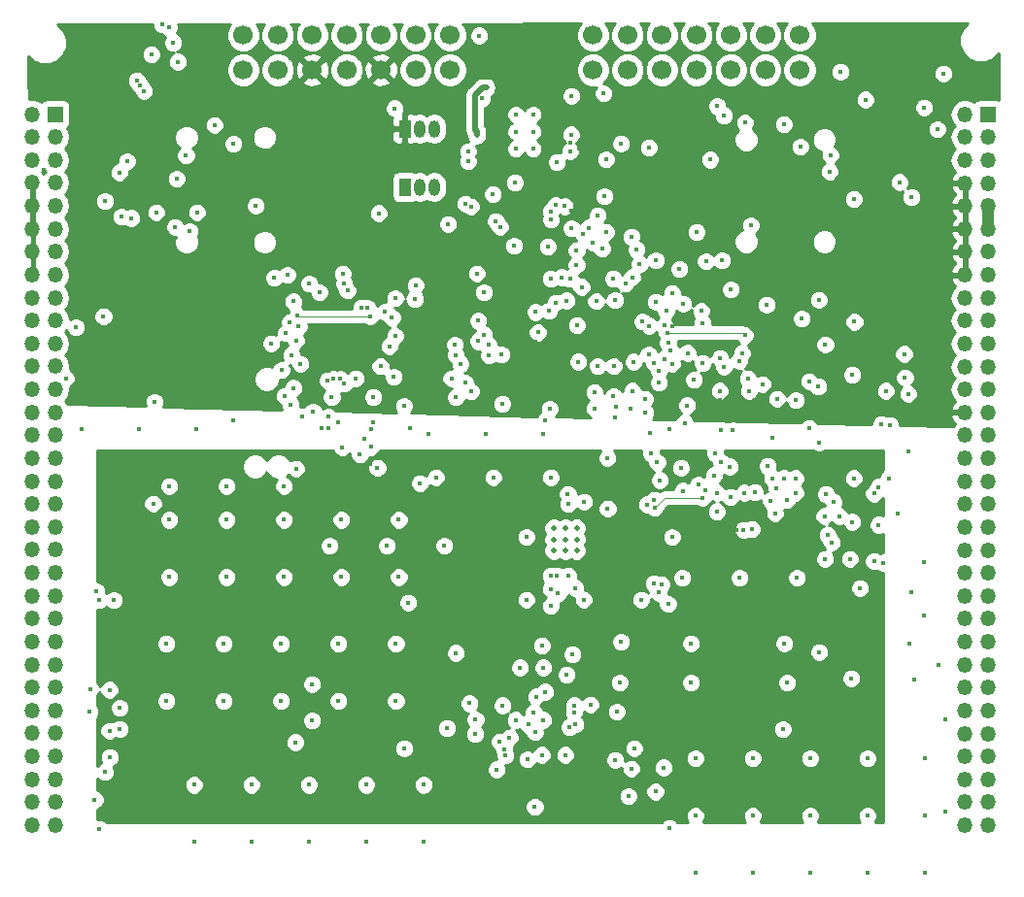
<source format=gbr>
G04 #@! TF.GenerationSoftware,KiCad,Pcbnew,(5.0.2)-1*
G04 #@! TF.CreationDate,2019-03-25T23:56:42-07:00*
G04 #@! TF.ProjectId,SwitcheroModule,53776974-6368-4657-926f-4d6f64756c65,rev?*
G04 #@! TF.SameCoordinates,Original*
G04 #@! TF.FileFunction,Copper,L3,Inr*
G04 #@! TF.FilePolarity,Positive*
%FSLAX46Y46*%
G04 Gerber Fmt 4.6, Leading zero omitted, Abs format (unit mm)*
G04 Created by KiCad (PCBNEW (5.0.2)-1) date 3/25/2019 11:56:42 PM*
%MOMM*%
%LPD*%
G01*
G04 APERTURE LIST*
G04 #@! TA.AperFunction,ViaPad*
%ADD10R,1.350000X1.350000*%
G04 #@! TD*
G04 #@! TA.AperFunction,ViaPad*
%ADD11O,1.350000X1.350000*%
G04 #@! TD*
G04 #@! TA.AperFunction,ViaPad*
%ADD12C,1.700000*%
G04 #@! TD*
G04 #@! TA.AperFunction,ViaPad*
%ADD13R,1.000000X1.500000*%
G04 #@! TD*
G04 #@! TA.AperFunction,ViaPad*
%ADD14O,1.000000X1.500000*%
G04 #@! TD*
G04 #@! TA.AperFunction,ViaPad*
%ADD15C,0.380000*%
G04 #@! TD*
G04 #@! TA.AperFunction,ViaPad*
%ADD16C,0.500000*%
G04 #@! TD*
G04 #@! TA.AperFunction,ViaPad*
%ADD17C,0.450000*%
G04 #@! TD*
G04 #@! TA.AperFunction,Conductor*
%ADD18C,0.500000*%
G04 #@! TD*
G04 #@! TA.AperFunction,Conductor*
%ADD19C,1.000000*%
G04 #@! TD*
G04 #@! TA.AperFunction,Conductor*
%ADD20C,0.125000*%
G04 #@! TD*
G04 #@! TA.AperFunction,Conductor*
%ADD21C,0.254000*%
G04 #@! TD*
G04 APERTURE END LIST*
D10*
G04 #@! TO.N,+1V8*
G04 #@! TO.C,J1*
X251460000Y-27952700D03*
D11*
G04 #@! TO.N,LO*
X249460000Y-27952700D03*
G04 #@! TO.N,+1V8*
X251460000Y-29952700D03*
G04 #@! TO.N,LO*
X249460000Y-29952700D03*
G04 #@! TO.N,+1V8*
X251460000Y-31952700D03*
G04 #@! TO.N,LO*
X249460000Y-31952700D03*
G04 #@! TO.N,Net-(J1-Pad7)*
X251460000Y-33952700D03*
G04 #@! TO.N,GND*
X249460000Y-33952700D03*
G04 #@! TO.N,+12V*
X251460000Y-35952700D03*
G04 #@! TO.N,GND*
X249460000Y-35952700D03*
G04 #@! TO.N,+12V*
X251460000Y-37952700D03*
G04 #@! TO.N,GND*
X249460000Y-37952700D03*
G04 #@! TO.N,+5V*
X251460000Y-39952700D03*
G04 #@! TO.N,GND*
X249460000Y-39952700D03*
G04 #@! TO.N,+5V*
X251460000Y-41952700D03*
G04 #@! TO.N,GND*
X249460000Y-41952700D03*
G04 #@! TO.N,+5V*
X251460000Y-43952700D03*
G04 #@! TO.N,-5V*
X249460000Y-43952700D03*
X251460000Y-45952700D03*
X249460000Y-45952700D03*
G04 #@! TO.N,HT*
X251460000Y-47952700D03*
G04 #@! TO.N,SCLK0*
X249460000Y-47952700D03*
G04 #@! TO.N,HT*
X251460000Y-49952700D03*
G04 #@! TO.N,MISO0*
X249460000Y-49952700D03*
G04 #@! TO.N,Net-(J1-Pad25)*
X251460000Y-51952700D03*
G04 #@! TO.N,MOSI0*
X249460000Y-51952700D03*
G04 #@! TO.N,-3V3*
X251460000Y-53952700D03*
G04 #@! TO.N,GND*
X249460000Y-53952700D03*
G04 #@! TO.N,-3V3*
X251460000Y-55952700D03*
G04 #@! TO.N,GND*
X249460000Y-55952700D03*
X251460000Y-57952700D03*
X249460000Y-57952700D03*
G04 #@! TO.N,+3V3*
X251460000Y-59952700D03*
X249460000Y-59952700D03*
X251460000Y-61952700D03*
X249460000Y-61952700D03*
G04 #@! TO.N,GND*
X251460000Y-63952700D03*
G04 #@! TO.N,+3V3*
X249460000Y-63952700D03*
G04 #@! TO.N,VAA*
X251460000Y-65952700D03*
G04 #@! TO.N,+3V3*
X249460000Y-65952700D03*
G04 #@! TO.N,VAA*
X251460000Y-67952700D03*
G04 #@! TO.N,VD*
X249460000Y-67952700D03*
G04 #@! TO.N,VAA*
X251460000Y-69952700D03*
G04 #@! TO.N,VD*
X249460000Y-69952700D03*
G04 #@! TO.N,Net-(J1-Pad45)*
X251460000Y-71952700D03*
G04 #@! TO.N,VD*
X249460000Y-71952700D03*
G04 #@! TO.N,Net-(J1-Pad47)*
X251460000Y-73952700D03*
G04 #@! TO.N,VD*
X249460000Y-73952700D03*
G04 #@! TO.N,Net-(J1-Pad49)*
X251460000Y-75952700D03*
G04 #@! TO.N,VD*
X249460000Y-75952700D03*
G04 #@! TO.N,S3*
X251460000Y-77952700D03*
G04 #@! TO.N,VD*
X249460000Y-77952700D03*
G04 #@! TO.N,S2*
X251460000Y-79952700D03*
G04 #@! TO.N,VDC*
X249460000Y-79952700D03*
G04 #@! TO.N,S1*
X251460000Y-81952700D03*
G04 #@! TO.N,VDC*
X249460000Y-81952700D03*
G04 #@! TO.N,S0*
X251460000Y-83952700D03*
G04 #@! TO.N,VDC*
X249460000Y-83952700D03*
G04 #@! TO.N,SCLK1*
X251460000Y-85952700D03*
G04 #@! TO.N,VDC*
X249460000Y-85952700D03*
G04 #@! TO.N,MOSI1*
X251460000Y-87952700D03*
G04 #@! TO.N,VDC*
X249460000Y-87952700D03*
G04 #@! TO.N,MISO1*
X251460000Y-89952700D03*
G04 #@! TO.N,VDC*
X249460000Y-89952700D03*
G04 #@! TD*
D12*
G04 #@! TO.N,1_ADC3*
G04 #@! TO.C,J2*
X235060000Y-21060000D03*
G04 #@! TO.N,1_TX*
X235060000Y-24080000D03*
G04 #@! TO.N,1_ADC2*
X232060000Y-21060000D03*
G04 #@! TO.N,1_RX*
X232060000Y-24080000D03*
G04 #@! TO.N,1_ADC1*
X229060000Y-21060000D03*
G04 #@! TO.N,1_CTS*
X229060000Y-24080000D03*
G04 #@! TO.N,1_IN3*
X226060000Y-21060000D03*
G04 #@! TO.N,1_RTS*
X226060000Y-24080000D03*
G04 #@! TO.N,1_IN2*
X223060000Y-21060000D03*
G04 #@! TO.N,1_GarminPWR*
X223060000Y-24080000D03*
G04 #@! TO.N,1_IN1*
X220060000Y-21060000D03*
G04 #@! TO.N,1_GarminRX*
X220060000Y-24080000D03*
G04 #@! TO.N,1_IN0*
X217060000Y-21060000D03*
G04 #@! TO.N,1_GarminTX*
X217060000Y-24080000D03*
G04 #@! TD*
G04 #@! TO.N,1_OUT3*
G04 #@! TO.C,J3*
X186580000Y-24080000D03*
G04 #@! TO.N,1_OUT0*
X186580000Y-21060000D03*
G04 #@! TO.N,1_OUT2*
X189580000Y-24080000D03*
G04 #@! TO.N,2_OUT0*
X189580000Y-21060000D03*
G04 #@! TO.N,GND*
X192580000Y-24080000D03*
G04 #@! TO.N,2_OUT1*
X192580000Y-21060000D03*
G04 #@! TO.N,1_Vin*
X195580000Y-24080000D03*
G04 #@! TO.N,2_OUT2*
X195580000Y-21060000D03*
G04 #@! TO.N,GND*
X198580000Y-24080000D03*
G04 #@! TO.N,2_OUT3*
X198580000Y-21060000D03*
G04 #@! TO.N,1_OWB_PRI*
X201580000Y-24080000D03*
G04 #@! TO.N,1_OUT1*
X201580000Y-21060000D03*
G04 #@! TO.N,1_OWB_SEC*
X204580000Y-24080000D03*
G04 #@! TO.N,1_ADC0*
X204580000Y-21060000D03*
G04 #@! TD*
D13*
G04 #@! TO.N,GND*
G04 #@! TO.C,U8*
X200660000Y-29210000D03*
D14*
G04 #@! TO.N,1_OWB_PRI*
X203200000Y-29210000D03*
X201930000Y-29210000D03*
G04 #@! TD*
G04 #@! TO.N,1_OWB_SEC*
G04 #@! TO.C,U9*
X201930000Y-34290000D03*
X203200000Y-34290000D03*
D13*
G04 #@! TO.N,Net-(U9-Pad1)*
X200660000Y-34290000D03*
G04 #@! TD*
D15*
G04 #@! TO.N,N/C*
G04 #@! TO.C,U6*
X210324000Y-30964000D03*
X210324000Y-29464000D03*
X210324000Y-27964000D03*
X211824000Y-30964000D03*
X211824000Y-29464000D03*
X211824000Y-27964000D03*
G04 #@! TD*
D16*
G04 #@! TO.N,GND*
G04 #@! TO.C,IC1*
X213630000Y-66024000D03*
X213630000Y-65024000D03*
X213630000Y-64024000D03*
X214630000Y-66024000D03*
X214630000Y-65024000D03*
X214630000Y-64024000D03*
X215630000Y-66024000D03*
X215630000Y-65024000D03*
X215630000Y-64024000D03*
G04 #@! TD*
D10*
G04 #@! TO.N,+1V8*
G04 #@! TO.C,J6*
X170180000Y-27940000D03*
D11*
G04 #@! TO.N,LO*
X168180000Y-27940000D03*
G04 #@! TO.N,+1V8*
X170180000Y-29940000D03*
G04 #@! TO.N,LO*
X168180000Y-29940000D03*
G04 #@! TO.N,Net-(J6-Pad5)*
X170180000Y-31940000D03*
G04 #@! TO.N,LO*
X168180000Y-31940000D03*
G04 #@! TO.N,+12V*
X170180000Y-33940000D03*
G04 #@! TO.N,GND*
X168180000Y-33940000D03*
G04 #@! TO.N,+12V*
X170180000Y-35940000D03*
G04 #@! TO.N,GND*
X168180000Y-35940000D03*
G04 #@! TO.N,+12V*
X170180000Y-37940000D03*
G04 #@! TO.N,GND*
X168180000Y-37940000D03*
G04 #@! TO.N,+5V*
X170180000Y-39940000D03*
G04 #@! TO.N,GND*
X168180000Y-39940000D03*
G04 #@! TO.N,+5V*
X170180000Y-41940000D03*
G04 #@! TO.N,GND*
X168180000Y-41940000D03*
G04 #@! TO.N,+5V*
X170180000Y-43940000D03*
G04 #@! TO.N,-5V*
X168180000Y-43940000D03*
X170180000Y-45940000D03*
X168180000Y-45940000D03*
G04 #@! TO.N,HT*
X170180000Y-47940000D03*
G04 #@! TO.N,SCLK0*
X168180000Y-47940000D03*
G04 #@! TO.N,HT*
X170180000Y-49940000D03*
G04 #@! TO.N,MISO0*
X168180000Y-49940000D03*
G04 #@! TO.N,Net-(J6-Pad25)*
X170180000Y-51940000D03*
G04 #@! TO.N,MOSI0*
X168180000Y-51940000D03*
G04 #@! TO.N,-3V3*
X170180000Y-53940000D03*
G04 #@! TO.N,Net-(J6-Pad28)*
X168180000Y-53940000D03*
G04 #@! TO.N,-3V3*
X170180000Y-55940000D03*
G04 #@! TO.N,GND*
X168180000Y-55940000D03*
X170180000Y-57940000D03*
X168180000Y-57940000D03*
G04 #@! TO.N,+3V3*
X170180000Y-59940000D03*
X168180000Y-59940000D03*
X170180000Y-61940000D03*
X168180000Y-61940000D03*
G04 #@! TO.N,GND*
X170180000Y-63940000D03*
G04 #@! TO.N,+3V3*
X168180000Y-63940000D03*
G04 #@! TO.N,VAA*
X170180000Y-65940000D03*
G04 #@! TO.N,+3V3*
X168180000Y-65940000D03*
G04 #@! TO.N,VAA*
X170180000Y-67940000D03*
G04 #@! TO.N,VD*
X168180000Y-67940000D03*
G04 #@! TO.N,VAA*
X170180000Y-69940000D03*
G04 #@! TO.N,VD*
X168180000Y-69940000D03*
G04 #@! TO.N,Net-(J6-Pad45)*
X170180000Y-71940000D03*
G04 #@! TO.N,VD*
X168180000Y-71940000D03*
G04 #@! TO.N,Net-(J6-Pad47)*
X170180000Y-73940000D03*
G04 #@! TO.N,VD*
X168180000Y-73940000D03*
X170180000Y-75940000D03*
X168180000Y-75940000D03*
G04 #@! TO.N,S3*
X170180000Y-77940000D03*
G04 #@! TO.N,VD*
X168180000Y-77940000D03*
G04 #@! TO.N,S2*
X170180000Y-79940000D03*
G04 #@! TO.N,VDC*
X168180000Y-79940000D03*
G04 #@! TO.N,S1*
X170180000Y-81940000D03*
G04 #@! TO.N,VDC*
X168180000Y-81940000D03*
G04 #@! TO.N,S0*
X170180000Y-83940000D03*
G04 #@! TO.N,VDC*
X168180000Y-83940000D03*
G04 #@! TO.N,SCLK1*
X170180000Y-85940000D03*
G04 #@! TO.N,VDC*
X168180000Y-85940000D03*
G04 #@! TO.N,MOSI1*
X170180000Y-87940000D03*
G04 #@! TO.N,VDC*
X168180000Y-87940000D03*
G04 #@! TO.N,MISO1*
X170180000Y-89940000D03*
G04 #@! TO.N,VDC*
X168180000Y-89940000D03*
G04 #@! TD*
D17*
G04 #@! TO.N,GND*
X194872000Y-74110000D03*
X199872000Y-74110000D03*
X179872000Y-74110000D03*
X189872000Y-74110000D03*
X179872000Y-79110000D03*
X189872000Y-79110000D03*
X194872000Y-79110000D03*
X184872000Y-79110000D03*
X199872000Y-79110000D03*
X184872000Y-74110000D03*
X195126000Y-63315000D03*
X200126000Y-63315000D03*
X180126000Y-63315000D03*
X190126000Y-63315000D03*
X180126000Y-68315000D03*
X190126000Y-68315000D03*
X195126000Y-68315000D03*
X185126000Y-68315000D03*
X200126000Y-68315000D03*
X185126000Y-63315000D03*
X237911000Y-22534000D03*
X242911000Y-22534000D03*
X247911000Y-22534000D03*
X243753000Y-43870000D03*
X243753000Y-38870000D03*
G04 #@! TO.N,*
X243753000Y-33870000D03*
X244515000Y-57332000D03*
X244515000Y-52332000D03*
G04 #@! TO.N,GND*
X172760000Y-49204000D03*
X177760000Y-49204000D03*
X182760000Y-49204000D03*
X172506000Y-55427000D03*
X177506000Y-55427000D03*
X182506000Y-55427000D03*
X202732000Y-55808000D03*
X207732000Y-55808000D03*
G04 #@! TO.N,*
X212732000Y-55808000D03*
G04 #@! TO.N,GND*
X224830000Y-68381000D03*
X229830000Y-68381000D03*
X234830000Y-68381000D03*
X203367000Y-59618000D03*
X208367000Y-59618000D03*
X213367000Y-59618000D03*
X180126000Y-60380000D03*
X185126000Y-60380000D03*
X190126000Y-60380000D03*
G04 #@! TO.N,*
X211241000Y-70286000D03*
X216241000Y-70286000D03*
X221241000Y-70286000D03*
G04 #@! TO.N,GND*
X194096000Y-65587000D03*
X199096000Y-65587000D03*
X204096000Y-65587000D03*
G04 #@! TO.N,MUXD*
X206415000Y-35996000D03*
X206415000Y-52125000D03*
X213908000Y-32122990D03*
X213781000Y-35875500D03*
G04 #@! TO.N,MUXE*
X206161000Y-32059000D03*
X205492500Y-49731512D03*
X198526485Y-49931002D03*
X191562500Y-49712000D03*
G04 #@! TO.N,MUX1*
X215051000Y-31170000D03*
X205907000Y-35742000D03*
X205907000Y-51363000D03*
X214564735Y-35967406D03*
G04 #@! TO.N,GND*
X230886000Y-64135000D03*
X215051000Y-30408000D03*
X214035000Y-38282000D03*
X224068000Y-34980000D03*
X224068000Y-39298000D03*
X215813000Y-30916000D03*
X201081000Y-55300000D03*
X185714000Y-54665000D03*
X190413000Y-25963000D03*
X197398000Y-26471000D03*
X200065000Y-30662000D03*
X240324000Y-69270000D03*
X239435000Y-66730000D03*
X176697000Y-30408000D03*
X178856000Y-31170000D03*
X169204000Y-32821000D03*
X173014000Y-32440000D03*
X172252000Y-38663000D03*
X171871000Y-36631000D03*
X171998000Y-34853000D03*
X182666000Y-44505000D03*
X194350000Y-39044000D03*
X223941000Y-64825000D03*
X226221998Y-60253000D03*
X230164000Y-64190000D03*
X232530500Y-61650000D03*
X223687000Y-55427000D03*
X228005000Y-48315000D03*
X228132000Y-52887000D03*
X227751000Y-50734500D03*
X205907000Y-30027000D03*
X211241000Y-64825000D03*
X184698000Y-44505000D03*
X225592000Y-74096000D03*
X233720000Y-74096000D03*
X233974000Y-77525000D03*
X225592000Y-77525000D03*
X219496000Y-73969000D03*
X219369000Y-77525000D03*
X225973000Y-84129000D03*
X230973000Y-84129000D03*
X235973000Y-84129000D03*
X240973000Y-84129000D03*
X245973000Y-84129000D03*
X225973000Y-89129000D03*
X230973000Y-89129000D03*
X235973000Y-89129000D03*
X240973000Y-89129000D03*
X245973000Y-89129000D03*
X225973000Y-94129000D03*
X230973000Y-94129000D03*
X235973000Y-94129000D03*
X240973000Y-94129000D03*
X245973000Y-94129000D03*
X182285000Y-86429000D03*
X187285000Y-86429000D03*
X192285000Y-86429000D03*
X197285000Y-86429000D03*
X202285000Y-86429000D03*
X182285000Y-91429000D03*
X187285000Y-91429000D03*
X192285000Y-91429000D03*
X197285000Y-91429000D03*
X202285000Y-91429000D03*
X176570000Y-22915000D03*
X171998000Y-24820000D03*
X173649000Y-20629000D03*
X183047000Y-21137000D03*
X182920000Y-23804000D03*
X189143000Y-26725000D03*
X192699000Y-31551000D03*
X204637000Y-40314000D03*
X194604000Y-33329000D03*
X192699000Y-33837000D03*
X190921000Y-33202000D03*
X176951000Y-40441000D03*
X176824000Y-44251000D03*
X173014000Y-41965000D03*
X173268000Y-40441000D03*
X237276000Y-66730000D03*
X244642000Y-74096000D03*
X244769000Y-69651000D03*
X243626000Y-62793000D03*
X245023000Y-77271000D03*
X239562000Y-77144000D03*
X236768000Y-74858000D03*
X220385000Y-85018000D03*
X220639000Y-83240000D03*
X220131000Y-87431000D03*
X245404000Y-26090000D03*
X244769000Y-31043000D03*
X211241000Y-24947000D03*
X213527000Y-24312000D03*
X184825000Y-45648000D03*
X218988000Y-84256000D03*
X216829000Y-79430000D03*
X210225000Y-53522000D03*
X235244000Y-36377000D03*
X233847000Y-39044000D03*
X231815000Y-39044000D03*
X229656000Y-35234000D03*
X237657000Y-35869000D03*
X233593000Y-30281000D03*
X232196000Y-30027000D03*
X234609000Y-27360000D03*
X225211000Y-25709000D03*
X212003000Y-47807000D03*
X212384000Y-49712000D03*
X212384000Y-51871000D03*
X223941000Y-46410000D03*
X231434000Y-47553000D03*
X234736000Y-48061000D03*
X230037000Y-42092000D03*
X200954000Y-70540000D03*
X211876000Y-21010000D03*
X233593000Y-81589000D03*
X228640000Y-31805000D03*
X240451000Y-21645000D03*
X198513700Y-40703500D03*
X195554600Y-40881300D03*
X197205600Y-41148000D03*
X193344800Y-40576500D03*
X215176100Y-36385500D03*
X217538300Y-46266100D03*
G04 #@! TO.N,1_ADC0*
X215138000Y-29718000D03*
X207398021Y-26543000D03*
X207137000Y-21082000D03*
X215178000Y-26344000D03*
G04 #@! TO.N,1_ADC3*
X233680000Y-28829000D03*
G04 #@! TO.N,1_ADC2*
X230291000Y-28688990D03*
G04 #@! TO.N,1_ADC1*
X227878000Y-27232980D03*
G04 #@! TO.N,VAA*
X245912000Y-27360000D03*
X245912000Y-66984000D03*
X245912000Y-71683000D03*
G04 #@! TO.N,HT*
X189016000Y-47934000D03*
X189270000Y-42219000D03*
X190413000Y-41965000D03*
X195239000Y-41838000D03*
X206923000Y-41838000D03*
X206923000Y-29773000D03*
X244170200Y-48856900D03*
X244233700Y-50914300D03*
X237299500Y-48031400D03*
X236728000Y-44132500D03*
X228307900Y-40690800D03*
X227253800Y-31902400D03*
X218186000Y-31889700D03*
X217982800Y-26136600D03*
X207759300Y-25603200D03*
X218046300Y-35102802D03*
G04 #@! TO.N,MUXF*
X206161000Y-31170000D03*
X205018000Y-48061000D03*
X199301485Y-48181500D03*
X190787500Y-48950000D03*
G04 #@! TO.N,-VSW*
X239649000Y-63500000D03*
X239776000Y-59690000D03*
X218948000Y-54386000D03*
X219075000Y-53467000D03*
X221568496Y-52785496D03*
X220340707Y-53587500D03*
X239649000Y-50673000D03*
X222528500Y-44295000D03*
X222401500Y-49629000D03*
X219877000Y-42727000D03*
X197906000Y-54792000D03*
X213781000Y-44378000D03*
X212892000Y-54678010D03*
X190158752Y-52499800D03*
X197905999Y-52618979D03*
G04 #@! TO.N,+VSW*
X237871000Y-65278000D03*
X238004501Y-61722000D03*
X233934000Y-61595000D03*
X233680000Y-59690000D03*
X232664000Y-59690000D03*
X232664000Y-56134000D03*
X221996000Y-55753000D03*
X221615000Y-53975000D03*
X213106000Y-39497000D03*
X213233000Y-45085000D03*
X217845000Y-39679000D03*
X213273000Y-53649000D03*
X213273000Y-53649000D03*
G04 #@! TO.N,+5V*
X232180500Y-44549000D03*
X223418400Y-45097700D03*
X223278700Y-46316900D03*
X212255100Y-46977300D03*
X212051900Y-45199300D03*
X201523600Y-44056300D03*
X190931800Y-44272200D03*
G04 #@! TO.N,+3V3*
X220412246Y-38646855D03*
X217043000Y-39122500D03*
X201208000Y-57713000D03*
X196001000Y-60126000D03*
X209209000Y-61904000D03*
X197652000Y-58475000D03*
X212638000Y-89082000D03*
X196382000Y-50982000D03*
X195874000Y-58729000D03*
X237276000Y-69905000D03*
X241340000Y-70286000D03*
X232196000Y-66349000D03*
X229529000Y-64190000D03*
X225084000Y-66476000D03*
X222671000Y-63555000D03*
X221045010Y-57499490D03*
X220131000Y-57459000D03*
X217337000Y-57586000D03*
X228132000Y-49204000D03*
X226608000Y-49650500D03*
X229783000Y-49458000D03*
X230545000Y-50982000D03*
X225846000Y-51109000D03*
X230799000Y-57332000D03*
X231217630Y-58844422D03*
X234228000Y-58348000D03*
X230799000Y-37647000D03*
X222521499Y-40695000D03*
X199811000Y-47299000D03*
X199684000Y-50855000D03*
X184444000Y-58094000D03*
X176824000Y-59999000D03*
X176443000Y-61777000D03*
X175427000Y-64444000D03*
X199811000Y-43997000D03*
X208066000Y-88193000D03*
X205780000Y-88320000D03*
X201335000Y-58983000D03*
X204717500Y-50982000D03*
X216194000Y-38347500D03*
X217464000Y-36758000D03*
X211241000Y-58729000D03*
X226898204Y-40779700D03*
X219316300Y-67945000D03*
X217093800Y-67881500D03*
G04 #@! TO.N,+1V8*
X237657000Y-32948000D03*
X251460000Y-31940000D03*
X185714000Y-30535000D03*
G04 #@! TO.N,-5V*
X174522500Y-35532000D03*
X174395500Y-45565000D03*
X239839500Y-46050200D03*
X239776000Y-35344100D03*
X210159600Y-39420800D03*
X210235800Y-33909000D03*
X187667900Y-35915600D03*
G04 #@! TO.N,-3V3*
X215619456Y-41086531D03*
X215619456Y-39816531D03*
X221107000Y-41021000D03*
X220853000Y-39751000D03*
X220472000Y-52070000D03*
X217170000Y-52197000D03*
X178840500Y-53058000D03*
X182539000Y-36504000D03*
X178983000Y-36504000D03*
X235879000Y-55300000D03*
X235244000Y-45775000D03*
X226608000Y-46156000D03*
X226481000Y-45108000D03*
X224576000Y-41457000D03*
X235879000Y-51236000D03*
X231815000Y-51490000D03*
X222798000Y-51363000D03*
X178727100Y-61899800D03*
X222878500Y-59855100D03*
X242957500Y-55039999D03*
X224891600Y-44475400D03*
G04 #@! TO.N,Net-(Q6-Pad5)*
X242824000Y-59690000D03*
X242570000Y-52070000D03*
X230632000Y-52070000D03*
X228092000Y-52070000D03*
G04 #@! TO.N,MUXA*
X180761000Y-33583000D03*
X180634016Y-37774000D03*
G04 #@! TO.N,MUX2*
X181588966Y-31551000D03*
X181904000Y-38155000D03*
G04 #@! TO.N,1_OUT0*
X184063000Y-28884000D03*
G04 #@! TO.N,1_OUT1*
X199771000Y-27432000D03*
G04 #@! TO.N,LO*
X180467000Y-21717000D03*
X180880920Y-23368000D03*
X247586500Y-24396700D03*
X238607600Y-24231600D03*
G04 #@! TO.N,2_OUT2*
X177292000Y-25019000D03*
X178562000Y-22733000D03*
G04 #@! TO.N,2_OUT1*
X177597086Y-25476629D03*
X179491002Y-20121000D03*
G04 #@! TO.N,2_OUT0*
X177931211Y-25913507D03*
X180082601Y-20355386D03*
G04 #@! TO.N,+12V*
X244792500Y-35166300D03*
X208330800Y-34925000D03*
X204431900Y-37515800D03*
G04 #@! TO.N,MUXC*
X176443000Y-32059000D03*
X176824000Y-36998989D03*
G04 #@! TO.N,MUXB*
X175768000Y-33020000D03*
X175935000Y-36885000D03*
G04 #@! TO.N,2_REL*
X207932490Y-48061000D03*
X213400000Y-37132490D03*
X208574000Y-37266000D03*
G04 #@! TO.N,1_REL*
X215178000Y-37901000D03*
X207991565Y-49001670D03*
X208955000Y-37774000D03*
G04 #@! TO.N,RS232INV*
X224719501Y-58777499D03*
X225044000Y-54864000D03*
X228981000Y-58674000D03*
X229235000Y-55499000D03*
X225298000Y-48768000D03*
X225252159Y-53333272D03*
X193207000Y-43489000D03*
X195656254Y-43325746D03*
X207544990Y-43489000D03*
X207544990Y-47172000D03*
G04 #@! TO.N,VDC*
X200573000Y-53395000D03*
X192572000Y-80827000D03*
X219115000Y-80065000D03*
X192572000Y-77652000D03*
X192633600Y-53903000D03*
G04 #@! TO.N,Net-(U4-Pad3)*
X215011000Y-81407000D03*
X214757000Y-76835000D03*
G04 #@! TO.N,Net-(U4-Pad11)*
X212725000Y-76200000D03*
X210312000Y-80772000D03*
X210693000Y-76200000D03*
G04 #@! TO.N,Net-(R41-Pad1)*
X232918000Y-62738000D03*
X233045000Y-60579000D03*
G04 #@! TO.N,Net-(R1-Pad1)*
X208661000Y-85090000D03*
X208920036Y-82677000D03*
G04 #@! TO.N,Net-(R2-Pad1)*
X212725000Y-80772000D03*
X212598000Y-83820000D03*
G04 #@! TO.N,/Micro/CSB*
X201970000Y-60126000D03*
X201589000Y-42854000D03*
X195366000Y-42727000D03*
X192318000Y-42727000D03*
G04 #@! TO.N,/Micro/SOMIB*
X198271500Y-58773000D03*
X198913985Y-45180245D03*
G04 #@! TO.N,/Micro/SIMOB*
X197418709Y-44839046D03*
X197128500Y-56233000D03*
G04 #@! TO.N,/Micro/SCKB*
X196869199Y-44815774D03*
X196747500Y-57630000D03*
G04 #@! TO.N,/Micro/\005CHOLD*
X191175000Y-58856000D03*
X191175000Y-47680000D03*
G04 #@! TO.N,GND*
X196763000Y-43495500D03*
X197618550Y-49347521D03*
X230720900Y-48310800D03*
X206286100Y-79324200D03*
X204317600Y-81483200D03*
X200609200Y-83248500D03*
X191122300Y-82715100D03*
G04 #@! TO.N,SCLK0*
X197623502Y-45565000D03*
X199541500Y-45692000D03*
X191302000Y-45521000D03*
X190286000Y-47045000D03*
X207048100Y-45948600D03*
X207048100Y-47739300D03*
X223596200Y-47891700D03*
X223507300Y-47002700D03*
X230276400Y-47231300D03*
G04 #@! TO.N,MISO0*
X190651500Y-46073000D03*
X189905000Y-50264000D03*
X230047800Y-48780700D03*
X221907100Y-48901500D03*
X209061200Y-48901500D03*
X209130900Y-53200300D03*
X190690500Y-53274501D03*
G04 #@! TO.N,MOSI0*
X171998000Y-46537000D03*
X171109000Y-50982000D03*
X236664500Y-51682499D03*
X236766100Y-56565800D03*
X197688200Y-56972200D03*
X197700900Y-55372000D03*
X194017900Y-55308500D03*
X193992500Y-54344000D03*
X191681100Y-54330600D03*
X191407354Y-46471654D03*
G04 #@! TO.N,/Micro/TCK*
X193922924Y-51159159D03*
X193421000Y-55344000D03*
G04 #@! TO.N,/Micro/TMS*
X194461500Y-51026000D03*
X194284600Y-52618979D03*
G04 #@! TO.N,/Micro/TDI*
X195011503Y-51026000D03*
X194842500Y-54836000D03*
G04 #@! TO.N,/Micro/TDO*
X195377103Y-51436899D03*
X195223500Y-56995000D03*
G04 #@! TO.N,S0*
X174944400Y-84014700D03*
X209418552Y-83848173D03*
X209781499Y-82308700D03*
G04 #@! TO.N,S1*
X215502167Y-81159500D03*
X215398500Y-80109000D03*
X174910000Y-78147300D03*
X174910000Y-81716000D03*
G04 #@! TO.N,S2*
X206819998Y-80744000D03*
X206780500Y-82014000D03*
X211987500Y-88364000D03*
X247801500Y-88745000D03*
X247801500Y-80700000D03*
X211990300Y-81842998D03*
X175806100Y-81577000D03*
X175806100Y-79717900D03*
G04 #@! TO.N,S3*
X212871083Y-78322448D03*
X173179100Y-80065000D03*
X173229900Y-78058400D03*
X211888700Y-80122000D03*
G04 #@! TO.N,VD*
X247055000Y-29265000D03*
X228449011Y-28058011D03*
X247129300Y-75940000D03*
G04 #@! TO.N,CTS_CONT*
X241935000Y-60452000D03*
X241935038Y-63754000D03*
G04 #@! TO.N,TX_CONT*
X237363000Y-61087000D03*
X237490000Y-64643000D03*
G04 #@! TO.N,1_TX*
X235117000Y-30789000D03*
X221909000Y-30854500D03*
X221945199Y-46393100D03*
G04 #@! TO.N,1_RX*
X234696000Y-59690000D03*
X234696000Y-60966500D03*
X231149414Y-60916281D03*
X230244500Y-60960000D03*
X227838000Y-60960000D03*
X227838000Y-62611000D03*
X233085000Y-52760000D03*
X234736000Y-52887000D03*
G04 #@! TO.N,1_CTS*
X228473000Y-49959490D03*
X217464000Y-49917500D03*
X222798000Y-50318500D03*
X229060000Y-43235000D03*
X223941000Y-43553198D03*
G04 #@! TO.N,1_RTS*
X240792000Y-26670000D03*
X241547500Y-61031000D03*
G04 #@! TO.N,1_GarminRX*
X237229500Y-62992000D03*
X237744000Y-31496000D03*
X238506000Y-62992000D03*
X219494100Y-30505400D03*
G04 #@! TO.N,1_GarminTX*
X217325582Y-44260173D03*
G04 #@! TO.N,Net-(U4-Pad6)*
X215398500Y-79502000D03*
X215265000Y-75057000D03*
G04 #@! TO.N,Net-(U4-Pad8)*
X212598000Y-74295000D03*
X212090000Y-78740000D03*
G04 #@! TO.N,Net-(R4-Pad1)*
X214630000Y-83820000D03*
X209169000Y-79502000D03*
X209296000Y-83312000D03*
G04 #@! TO.N,Net-(R3-Pad1)*
X211328000Y-84207500D03*
X211418800Y-81182600D03*
G04 #@! TO.N,Net-(Q8-Pad6)*
X242329011Y-67056000D03*
X241545984Y-66920993D03*
X242182500Y-54991000D03*
G04 #@! TO.N,Net-(C6-Pad1)*
X218313000Y-57912000D03*
X217170000Y-53594000D03*
X232276500Y-58630604D03*
G04 #@! TO.N,Net-(C4-Pad1)*
X218821000Y-42291000D03*
X220472000Y-42164000D03*
G04 #@! TO.N,Net-(C3-Pad1)*
X213360000Y-42291000D03*
X215036590Y-42284603D03*
G04 #@! TO.N,/Serial/RX/Sheet5CA21CAA/TX_+3v3-3v3*
X214757000Y-44196000D03*
X214334456Y-42164000D03*
G04 #@! TO.N,SSINV*
X223266000Y-49276000D03*
X223012000Y-68961000D03*
X214884000Y-68199000D03*
X215502202Y-69262512D03*
G04 #@! TO.N,SS*
X223774000Y-48514000D03*
X205105000Y-74930000D03*
X205105000Y-48956510D03*
X205105000Y-52633000D03*
X223941000Y-49712000D03*
X190957200Y-51816000D03*
G04 #@! TO.N,RS232INVDif*
X215646000Y-46355000D03*
X215773000Y-49530000D03*
X220599000Y-49530000D03*
X221361000Y-46030990D03*
G04 #@! TO.N,/Relays/2_RELH*
X216662000Y-37846000D03*
X226075000Y-38227000D03*
X218186000Y-38227000D03*
G04 #@! TO.N,/Relays/1_RELH*
X198374000Y-36576000D03*
X213360000Y-36449000D03*
G04 #@! TO.N,/Serial/sheet5C94ECE6/RX_3V3_4*
X221742000Y-61976000D03*
X222123000Y-57524500D03*
X227711000Y-57524500D03*
X227584000Y-59436000D03*
G04 #@! TO.N,/Serial/sheet5C94ECE6/RX_3V3_3*
X214884000Y-61954500D03*
X224871376Y-60787377D03*
X214863989Y-61066989D03*
X226862000Y-60761000D03*
G04 #@! TO.N,/Serial/sheet5C94ECE6/RX_3V3_2*
X222401500Y-61567000D03*
X222655500Y-58299500D03*
X228243500Y-58299500D03*
X228243500Y-55471000D03*
G04 #@! TO.N,MISO1*
X213360000Y-69342000D03*
X213360000Y-68199000D03*
X174014500Y-70330000D03*
X174014500Y-90269000D03*
X213360000Y-70840600D03*
X223723200Y-90208100D03*
X223596200Y-70662800D03*
G04 #@! TO.N,SCLK1*
X214019500Y-69736000D03*
X213909243Y-68170120D03*
X175284500Y-70330000D03*
X174522500Y-85316000D03*
X222751800Y-69672200D03*
X223202500Y-84924900D03*
G04 #@! TO.N,MOSI1*
X173627000Y-87729000D03*
X173760500Y-69568000D03*
X222364300Y-68872100D03*
X222491300Y-87020398D03*
G04 #@! TO.N,/Serial/RX/TX_3v3_3*
X229021000Y-61347500D03*
X226608000Y-61396000D03*
X222417000Y-62285000D03*
G04 #@! TO.N,/Serial/RX/TX_3v3_2*
X218337500Y-62329000D03*
X218845500Y-52543500D03*
X218858287Y-49917500D03*
X218972500Y-44168000D03*
G04 #@! TO.N,/Serial/RX/TX_3v3_1*
X216281000Y-61728500D03*
X216059106Y-43016499D03*
G04 #@! TD*
D18*
G04 #@! TO.N,HT*
X206923000Y-29454802D02*
X206923000Y-29773000D01*
X206773020Y-29304822D02*
X206923000Y-29454802D01*
X206773020Y-26271282D02*
X206773020Y-29304822D01*
X207441102Y-25603200D02*
X206773020Y-26271282D01*
X207759300Y-25603200D02*
X207441102Y-25603200D01*
D19*
G04 #@! TO.N,+12V*
X251460000Y-35940000D02*
X251460000Y-37940000D01*
D20*
G04 #@! TO.N,SCLK0*
X197623502Y-45565000D02*
X191346000Y-45565000D01*
X191346000Y-45565000D02*
X191302000Y-45521000D01*
X223507300Y-47002700D02*
X230047800Y-47002700D01*
X230047800Y-47002700D02*
X230276400Y-47231300D01*
G04 #@! TO.N,/Serial/RX/TX_3v3_3*
X226608000Y-61396000D02*
X223306000Y-61396000D01*
X223306000Y-61396000D02*
X222417000Y-62285000D01*
G04 #@! TD*
D21*
G04 #@! TO.N,+3V3*
G36*
X194494428Y-57482151D02*
X194736349Y-57724072D01*
X195052435Y-57855000D01*
X195394565Y-57855000D01*
X195710651Y-57724072D01*
X195887500Y-57547223D01*
X195887500Y-57801065D01*
X196018428Y-58117151D01*
X196260349Y-58359072D01*
X196576435Y-58490000D01*
X196918565Y-58490000D01*
X197234651Y-58359072D01*
X197476572Y-58117151D01*
X197594603Y-57832200D01*
X197859265Y-57832200D01*
X198175351Y-57701272D01*
X198417272Y-57459351D01*
X198492805Y-57277000D01*
X217731777Y-57277000D01*
X217583928Y-57424849D01*
X217453000Y-57740935D01*
X217453000Y-58083065D01*
X217583928Y-58399151D01*
X217825849Y-58641072D01*
X218141935Y-58772000D01*
X218484065Y-58772000D01*
X218800151Y-58641072D01*
X219042072Y-58399151D01*
X219173000Y-58083065D01*
X219173000Y-57740935D01*
X219042072Y-57424849D01*
X218894223Y-57277000D01*
X221294661Y-57277000D01*
X221263000Y-57353435D01*
X221263000Y-57695565D01*
X221393928Y-58011651D01*
X221635849Y-58253572D01*
X221795500Y-58319702D01*
X221795500Y-58470565D01*
X221926428Y-58786651D01*
X222168349Y-59028572D01*
X222397488Y-59123485D01*
X222391349Y-59126028D01*
X222149428Y-59367949D01*
X222018500Y-59684035D01*
X222018500Y-60026165D01*
X222149428Y-60342251D01*
X222391349Y-60584172D01*
X222707435Y-60715100D01*
X223049565Y-60715100D01*
X223365651Y-60584172D01*
X223607572Y-60342251D01*
X223738500Y-60026165D01*
X223738500Y-59684035D01*
X223607572Y-59367949D01*
X223365651Y-59126028D01*
X223136512Y-59031115D01*
X223142651Y-59028572D01*
X223384572Y-58786651D01*
X223459220Y-58606434D01*
X223859501Y-58606434D01*
X223859501Y-58948564D01*
X223990429Y-59264650D01*
X224232350Y-59506571D01*
X224548436Y-59637499D01*
X224890566Y-59637499D01*
X225206652Y-59506571D01*
X225448573Y-59264650D01*
X225579501Y-58948564D01*
X225579501Y-58606434D01*
X225448573Y-58290348D01*
X225206652Y-58048427D01*
X224890566Y-57917499D01*
X224548436Y-57917499D01*
X224232350Y-58048427D01*
X223990429Y-58290348D01*
X223859501Y-58606434D01*
X223459220Y-58606434D01*
X223515500Y-58470565D01*
X223515500Y-58128435D01*
X223384572Y-57812349D01*
X223142651Y-57570428D01*
X222983000Y-57504298D01*
X222983000Y-57353435D01*
X222951339Y-57277000D01*
X226882661Y-57277000D01*
X226851000Y-57353435D01*
X226851000Y-57695565D01*
X226981928Y-58011651D01*
X227223849Y-58253572D01*
X227383500Y-58319702D01*
X227383500Y-58470565D01*
X227427173Y-58576000D01*
X227412935Y-58576000D01*
X227096849Y-58706928D01*
X226854928Y-58948849D01*
X226724000Y-59264935D01*
X226724000Y-59538779D01*
X226709149Y-59523928D01*
X226393063Y-59393000D01*
X226050933Y-59393000D01*
X225734847Y-59523928D01*
X225492926Y-59765849D01*
X225367902Y-60067680D01*
X225358527Y-60058305D01*
X225042441Y-59927377D01*
X224700311Y-59927377D01*
X224384225Y-60058305D01*
X224142304Y-60300226D01*
X224011376Y-60616312D01*
X224011376Y-60698500D01*
X223374694Y-60698500D01*
X223306000Y-60684836D01*
X223237306Y-60698500D01*
X223033849Y-60738970D01*
X222886859Y-60837186D01*
X222572565Y-60707000D01*
X222230435Y-60707000D01*
X221914349Y-60837928D01*
X221672428Y-61079849D01*
X221657454Y-61116000D01*
X221570935Y-61116000D01*
X221254849Y-61246928D01*
X221012928Y-61488849D01*
X220882000Y-61804935D01*
X220882000Y-62147065D01*
X221012928Y-62463151D01*
X221254849Y-62705072D01*
X221570935Y-62836000D01*
X221751777Y-62836000D01*
X221929849Y-63014072D01*
X222245935Y-63145000D01*
X222588065Y-63145000D01*
X222904151Y-63014072D01*
X223146072Y-62772151D01*
X223277000Y-62456065D01*
X223277000Y-62411413D01*
X223594913Y-62093500D01*
X226089277Y-62093500D01*
X226120849Y-62125072D01*
X226436935Y-62256000D01*
X226779065Y-62256000D01*
X227095151Y-62125072D01*
X227337072Y-61883151D01*
X227407707Y-61712624D01*
X227583645Y-61785500D01*
X227350849Y-61881928D01*
X227108928Y-62123849D01*
X226978000Y-62439935D01*
X226978000Y-62782065D01*
X227108928Y-63098151D01*
X227350849Y-63340072D01*
X227666935Y-63471000D01*
X228009065Y-63471000D01*
X228325151Y-63340072D01*
X228567072Y-63098151D01*
X228698000Y-62782065D01*
X228698000Y-62439935D01*
X228567072Y-62123849D01*
X228325151Y-61881928D01*
X228092355Y-61785500D01*
X228245323Y-61722138D01*
X228291928Y-61834651D01*
X228533849Y-62076572D01*
X228849935Y-62207500D01*
X229192065Y-62207500D01*
X229508151Y-62076572D01*
X229750072Y-61834651D01*
X229802608Y-61707819D01*
X230073435Y-61820000D01*
X230415565Y-61820000D01*
X230731651Y-61689072D01*
X230742242Y-61678481D01*
X230978349Y-61776281D01*
X231320479Y-61776281D01*
X231636565Y-61645353D01*
X231670500Y-61611418D01*
X231670500Y-61821065D01*
X231801428Y-62137151D01*
X232043349Y-62379072D01*
X232122274Y-62411764D01*
X232058000Y-62566935D01*
X232058000Y-62909065D01*
X232188928Y-63225151D01*
X232430849Y-63467072D01*
X232746935Y-63598000D01*
X233089065Y-63598000D01*
X233405151Y-63467072D01*
X233647072Y-63225151D01*
X233778000Y-62909065D01*
X233778000Y-62820935D01*
X236369500Y-62820935D01*
X236369500Y-63163065D01*
X236500428Y-63479151D01*
X236742349Y-63721072D01*
X237058435Y-63852000D01*
X237152355Y-63852000D01*
X237002849Y-63913928D01*
X236760928Y-64155849D01*
X236630000Y-64471935D01*
X236630000Y-64814065D01*
X236760928Y-65130151D01*
X237002849Y-65372072D01*
X237011000Y-65375448D01*
X237011000Y-65449065D01*
X237141928Y-65765151D01*
X237246777Y-65870000D01*
X237104935Y-65870000D01*
X236788849Y-66000928D01*
X236546928Y-66242849D01*
X236416000Y-66558935D01*
X236416000Y-66901065D01*
X236546928Y-67217151D01*
X236788849Y-67459072D01*
X237104935Y-67590000D01*
X237447065Y-67590000D01*
X237763151Y-67459072D01*
X238005072Y-67217151D01*
X238136000Y-66901065D01*
X238136000Y-66558935D01*
X238575000Y-66558935D01*
X238575000Y-66901065D01*
X238705928Y-67217151D01*
X238947849Y-67459072D01*
X239263935Y-67590000D01*
X239606065Y-67590000D01*
X239922151Y-67459072D01*
X240164072Y-67217151D01*
X240295000Y-66901065D01*
X240295000Y-66558935D01*
X240164072Y-66242849D01*
X239922151Y-66000928D01*
X239606065Y-65870000D01*
X239263935Y-65870000D01*
X238947849Y-66000928D01*
X238705928Y-66242849D01*
X238575000Y-66558935D01*
X238136000Y-66558935D01*
X238005072Y-66242849D01*
X237900223Y-66138000D01*
X238042065Y-66138000D01*
X238358151Y-66007072D01*
X238600072Y-65765151D01*
X238731000Y-65449065D01*
X238731000Y-65106935D01*
X238600072Y-64790849D01*
X238358151Y-64548928D01*
X238350000Y-64545552D01*
X238350000Y-64471935D01*
X238219072Y-64155849D01*
X237977151Y-63913928D01*
X237661065Y-63783000D01*
X237567145Y-63783000D01*
X237716651Y-63721072D01*
X237867750Y-63569973D01*
X238018849Y-63721072D01*
X238334935Y-63852000D01*
X238677065Y-63852000D01*
X238836578Y-63785927D01*
X238919928Y-63987151D01*
X239161849Y-64229072D01*
X239477935Y-64360000D01*
X239820065Y-64360000D01*
X240136151Y-64229072D01*
X240378072Y-63987151D01*
X240509000Y-63671065D01*
X240509000Y-63328935D01*
X240378072Y-63012849D01*
X240136151Y-62770928D01*
X239820065Y-62640000D01*
X239477935Y-62640000D01*
X239318422Y-62706073D01*
X239235072Y-62504849D01*
X238993151Y-62262928D01*
X238752575Y-62163277D01*
X238864501Y-61893065D01*
X238864501Y-61550935D01*
X238733573Y-61234849D01*
X238491652Y-60992928D01*
X238205856Y-60874547D01*
X238092072Y-60599849D01*
X237850151Y-60357928D01*
X237534065Y-60227000D01*
X237191935Y-60227000D01*
X236875849Y-60357928D01*
X236633928Y-60599849D01*
X236503000Y-60915935D01*
X236503000Y-61258065D01*
X236633928Y-61574151D01*
X236875849Y-61816072D01*
X237161645Y-61934453D01*
X237243472Y-62132000D01*
X237058435Y-62132000D01*
X236742349Y-62262928D01*
X236500428Y-62504849D01*
X236369500Y-62820935D01*
X233778000Y-62820935D01*
X233778000Y-62566935D01*
X233725152Y-62439350D01*
X233762935Y-62455000D01*
X234105065Y-62455000D01*
X234421151Y-62324072D01*
X234663072Y-62082151D01*
X234768967Y-61826500D01*
X234867065Y-61826500D01*
X235183151Y-61695572D01*
X235425072Y-61453651D01*
X235556000Y-61137565D01*
X235556000Y-60795435D01*
X235425072Y-60479349D01*
X235273973Y-60328250D01*
X235425072Y-60177151D01*
X235556000Y-59861065D01*
X235556000Y-59518935D01*
X238916000Y-59518935D01*
X238916000Y-59861065D01*
X239046928Y-60177151D01*
X239288849Y-60419072D01*
X239604935Y-60550000D01*
X239947065Y-60550000D01*
X240263151Y-60419072D01*
X240505072Y-60177151D01*
X240636000Y-59861065D01*
X240636000Y-59518935D01*
X240505072Y-59202849D01*
X240263151Y-58960928D01*
X239947065Y-58830000D01*
X239604935Y-58830000D01*
X239288849Y-58960928D01*
X239046928Y-59202849D01*
X238916000Y-59518935D01*
X235556000Y-59518935D01*
X235425072Y-59202849D01*
X235183151Y-58960928D01*
X234867065Y-58830000D01*
X234524935Y-58830000D01*
X234208849Y-58960928D01*
X234188000Y-58981777D01*
X234167151Y-58960928D01*
X233851065Y-58830000D01*
X233508935Y-58830000D01*
X233192849Y-58960928D01*
X233172000Y-58981777D01*
X233151151Y-58960928D01*
X233082339Y-58932425D01*
X233136500Y-58801669D01*
X233136500Y-58459539D01*
X233005572Y-58143453D01*
X232763651Y-57901532D01*
X232447565Y-57770604D01*
X232105435Y-57770604D01*
X231789349Y-57901532D01*
X231547428Y-58143453D01*
X231416500Y-58459539D01*
X231416500Y-58801669D01*
X231547428Y-59117755D01*
X231789349Y-59359676D01*
X231858161Y-59388179D01*
X231804000Y-59518935D01*
X231804000Y-59861065D01*
X231934928Y-60177151D01*
X232176849Y-60419072D01*
X232185000Y-60422448D01*
X232185000Y-60750065D01*
X232224665Y-60845824D01*
X232043349Y-60920928D01*
X232009414Y-60954863D01*
X232009414Y-60745216D01*
X231878486Y-60429130D01*
X231636565Y-60187209D01*
X231320479Y-60056281D01*
X230978349Y-60056281D01*
X230662263Y-60187209D01*
X230651672Y-60197800D01*
X230415565Y-60100000D01*
X230073435Y-60100000D01*
X229757349Y-60230928D01*
X229515428Y-60472849D01*
X229462892Y-60599681D01*
X229192065Y-60487500D01*
X228849935Y-60487500D01*
X228613677Y-60585362D01*
X228567072Y-60472849D01*
X228325151Y-60230928D01*
X228098979Y-60137244D01*
X228313072Y-59923151D01*
X228444000Y-59607065D01*
X228444000Y-59353223D01*
X228493849Y-59403072D01*
X228809935Y-59534000D01*
X229152065Y-59534000D01*
X229468151Y-59403072D01*
X229710072Y-59161151D01*
X229841000Y-58845065D01*
X229841000Y-58502935D01*
X229710072Y-58186849D01*
X229468151Y-57944928D01*
X229152065Y-57814000D01*
X228973256Y-57814000D01*
X228972572Y-57812349D01*
X228730651Y-57570428D01*
X228571000Y-57504298D01*
X228571000Y-57353435D01*
X228539339Y-57277000D01*
X236261077Y-57277000D01*
X236278949Y-57294872D01*
X236595035Y-57425800D01*
X236937165Y-57425800D01*
X237253251Y-57294872D01*
X237271123Y-57277000D01*
X242316000Y-57277000D01*
X242316000Y-58981777D01*
X242094928Y-59202849D01*
X241964000Y-59518935D01*
X241964000Y-59592000D01*
X241763935Y-59592000D01*
X241447849Y-59722928D01*
X241205928Y-59964849D01*
X241075000Y-60280935D01*
X241075000Y-60295859D01*
X241060349Y-60301928D01*
X240818428Y-60543849D01*
X240687500Y-60859935D01*
X240687500Y-61202065D01*
X240818428Y-61518151D01*
X241060349Y-61760072D01*
X241376435Y-61891000D01*
X241718565Y-61891000D01*
X242034651Y-61760072D01*
X242276572Y-61518151D01*
X242316000Y-61422964D01*
X242316000Y-62980943D01*
X242106103Y-62894000D01*
X241763973Y-62894000D01*
X241447887Y-63024928D01*
X241205966Y-63266849D01*
X241075038Y-63582935D01*
X241075038Y-63925065D01*
X241205966Y-64241151D01*
X241447887Y-64483072D01*
X241763973Y-64614000D01*
X242106103Y-64614000D01*
X242316000Y-64527057D01*
X242316000Y-66196000D01*
X242157946Y-66196000D01*
X242072576Y-66231362D01*
X242033135Y-66191921D01*
X241717049Y-66060993D01*
X241374919Y-66060993D01*
X241058833Y-66191921D01*
X240816912Y-66433842D01*
X240685984Y-66749928D01*
X240685984Y-67092058D01*
X240816912Y-67408144D01*
X241058833Y-67650065D01*
X241374919Y-67780993D01*
X241717049Y-67780993D01*
X241802419Y-67745631D01*
X241841860Y-67785072D01*
X242157946Y-67916000D01*
X242316000Y-67916000D01*
X242316000Y-89662000D01*
X241656223Y-89662000D01*
X241702072Y-89616151D01*
X241833000Y-89300065D01*
X241833000Y-88957935D01*
X241702072Y-88641849D01*
X241460151Y-88399928D01*
X241144065Y-88269000D01*
X240801935Y-88269000D01*
X240485849Y-88399928D01*
X240243928Y-88641849D01*
X240113000Y-88957935D01*
X240113000Y-89300065D01*
X240243928Y-89616151D01*
X240289777Y-89662000D01*
X236656223Y-89662000D01*
X236702072Y-89616151D01*
X236833000Y-89300065D01*
X236833000Y-88957935D01*
X236702072Y-88641849D01*
X236460151Y-88399928D01*
X236144065Y-88269000D01*
X235801935Y-88269000D01*
X235485849Y-88399928D01*
X235243928Y-88641849D01*
X235113000Y-88957935D01*
X235113000Y-89300065D01*
X235243928Y-89616151D01*
X235289777Y-89662000D01*
X231656223Y-89662000D01*
X231702072Y-89616151D01*
X231833000Y-89300065D01*
X231833000Y-88957935D01*
X231702072Y-88641849D01*
X231460151Y-88399928D01*
X231144065Y-88269000D01*
X230801935Y-88269000D01*
X230485849Y-88399928D01*
X230243928Y-88641849D01*
X230113000Y-88957935D01*
X230113000Y-89300065D01*
X230243928Y-89616151D01*
X230289777Y-89662000D01*
X226656223Y-89662000D01*
X226702072Y-89616151D01*
X226833000Y-89300065D01*
X226833000Y-88957935D01*
X226702072Y-88641849D01*
X226460151Y-88399928D01*
X226144065Y-88269000D01*
X225801935Y-88269000D01*
X225485849Y-88399928D01*
X225243928Y-88641849D01*
X225113000Y-88957935D01*
X225113000Y-89300065D01*
X225243928Y-89616151D01*
X225289777Y-89662000D01*
X224393323Y-89662000D01*
X224210351Y-89479028D01*
X223894265Y-89348100D01*
X223552135Y-89348100D01*
X223236049Y-89479028D01*
X223053077Y-89662000D01*
X174623723Y-89662000D01*
X174501651Y-89539928D01*
X174185565Y-89409000D01*
X173863000Y-89409000D01*
X173863000Y-88562103D01*
X174114151Y-88458072D01*
X174356072Y-88216151D01*
X174365688Y-88192935D01*
X211127500Y-88192935D01*
X211127500Y-88535065D01*
X211258428Y-88851151D01*
X211500349Y-89093072D01*
X211816435Y-89224000D01*
X212158565Y-89224000D01*
X212474651Y-89093072D01*
X212716572Y-88851151D01*
X212847500Y-88535065D01*
X212847500Y-88192935D01*
X212716572Y-87876849D01*
X212474651Y-87634928D01*
X212158565Y-87504000D01*
X211816435Y-87504000D01*
X211500349Y-87634928D01*
X211258428Y-87876849D01*
X211127500Y-88192935D01*
X174365688Y-88192935D01*
X174487000Y-87900065D01*
X174487000Y-87557935D01*
X174356072Y-87241849D01*
X174114151Y-86999928D01*
X173863000Y-86895897D01*
X173863000Y-86257935D01*
X181425000Y-86257935D01*
X181425000Y-86600065D01*
X181555928Y-86916151D01*
X181797849Y-87158072D01*
X182113935Y-87289000D01*
X182456065Y-87289000D01*
X182772151Y-87158072D01*
X183014072Y-86916151D01*
X183145000Y-86600065D01*
X183145000Y-86257935D01*
X186425000Y-86257935D01*
X186425000Y-86600065D01*
X186555928Y-86916151D01*
X186797849Y-87158072D01*
X187113935Y-87289000D01*
X187456065Y-87289000D01*
X187772151Y-87158072D01*
X188014072Y-86916151D01*
X188145000Y-86600065D01*
X188145000Y-86257935D01*
X191425000Y-86257935D01*
X191425000Y-86600065D01*
X191555928Y-86916151D01*
X191797849Y-87158072D01*
X192113935Y-87289000D01*
X192456065Y-87289000D01*
X192772151Y-87158072D01*
X193014072Y-86916151D01*
X193145000Y-86600065D01*
X193145000Y-86257935D01*
X196425000Y-86257935D01*
X196425000Y-86600065D01*
X196555928Y-86916151D01*
X196797849Y-87158072D01*
X197113935Y-87289000D01*
X197456065Y-87289000D01*
X197772151Y-87158072D01*
X198014072Y-86916151D01*
X198145000Y-86600065D01*
X198145000Y-86257935D01*
X201425000Y-86257935D01*
X201425000Y-86600065D01*
X201555928Y-86916151D01*
X201797849Y-87158072D01*
X202113935Y-87289000D01*
X202456065Y-87289000D01*
X202526233Y-87259935D01*
X219271000Y-87259935D01*
X219271000Y-87602065D01*
X219401928Y-87918151D01*
X219643849Y-88160072D01*
X219959935Y-88291000D01*
X220302065Y-88291000D01*
X220618151Y-88160072D01*
X220860072Y-87918151D01*
X220991000Y-87602065D01*
X220991000Y-87259935D01*
X220860072Y-86943849D01*
X220765556Y-86849333D01*
X221631300Y-86849333D01*
X221631300Y-87191463D01*
X221762228Y-87507549D01*
X222004149Y-87749470D01*
X222320235Y-87880398D01*
X222662365Y-87880398D01*
X222978451Y-87749470D01*
X223220372Y-87507549D01*
X223351300Y-87191463D01*
X223351300Y-86849333D01*
X223220372Y-86533247D01*
X222978451Y-86291326D01*
X222662365Y-86160398D01*
X222320235Y-86160398D01*
X222004149Y-86291326D01*
X221762228Y-86533247D01*
X221631300Y-86849333D01*
X220765556Y-86849333D01*
X220618151Y-86701928D01*
X220302065Y-86571000D01*
X219959935Y-86571000D01*
X219643849Y-86701928D01*
X219401928Y-86943849D01*
X219271000Y-87259935D01*
X202526233Y-87259935D01*
X202772151Y-87158072D01*
X203014072Y-86916151D01*
X203145000Y-86600065D01*
X203145000Y-86257935D01*
X203014072Y-85941849D01*
X202772151Y-85699928D01*
X202456065Y-85569000D01*
X202113935Y-85569000D01*
X201797849Y-85699928D01*
X201555928Y-85941849D01*
X201425000Y-86257935D01*
X198145000Y-86257935D01*
X198014072Y-85941849D01*
X197772151Y-85699928D01*
X197456065Y-85569000D01*
X197113935Y-85569000D01*
X196797849Y-85699928D01*
X196555928Y-85941849D01*
X196425000Y-86257935D01*
X193145000Y-86257935D01*
X193014072Y-85941849D01*
X192772151Y-85699928D01*
X192456065Y-85569000D01*
X192113935Y-85569000D01*
X191797849Y-85699928D01*
X191555928Y-85941849D01*
X191425000Y-86257935D01*
X188145000Y-86257935D01*
X188014072Y-85941849D01*
X187772151Y-85699928D01*
X187456065Y-85569000D01*
X187113935Y-85569000D01*
X186797849Y-85699928D01*
X186555928Y-85941849D01*
X186425000Y-86257935D01*
X183145000Y-86257935D01*
X183014072Y-85941849D01*
X182772151Y-85699928D01*
X182456065Y-85569000D01*
X182113935Y-85569000D01*
X181797849Y-85699928D01*
X181555928Y-85941849D01*
X181425000Y-86257935D01*
X173863000Y-86257935D01*
X173863000Y-85872723D01*
X174035349Y-86045072D01*
X174351435Y-86176000D01*
X174693565Y-86176000D01*
X175009651Y-86045072D01*
X175251572Y-85803151D01*
X175382500Y-85487065D01*
X175382500Y-85144935D01*
X175288888Y-84918935D01*
X207801000Y-84918935D01*
X207801000Y-85261065D01*
X207931928Y-85577151D01*
X208173849Y-85819072D01*
X208489935Y-85950000D01*
X208832065Y-85950000D01*
X209148151Y-85819072D01*
X209390072Y-85577151D01*
X209521000Y-85261065D01*
X209521000Y-84918935D01*
X209433699Y-84708173D01*
X209589617Y-84708173D01*
X209905703Y-84577245D01*
X210147624Y-84335324D01*
X210271428Y-84036435D01*
X210468000Y-84036435D01*
X210468000Y-84378565D01*
X210598928Y-84694651D01*
X210840849Y-84936572D01*
X211156935Y-85067500D01*
X211499065Y-85067500D01*
X211815151Y-84936572D01*
X212057072Y-84694651D01*
X212116418Y-84551379D01*
X212426935Y-84680000D01*
X212769065Y-84680000D01*
X213085151Y-84549072D01*
X213327072Y-84307151D01*
X213458000Y-83991065D01*
X213458000Y-83648935D01*
X213770000Y-83648935D01*
X213770000Y-83991065D01*
X213900928Y-84307151D01*
X214142849Y-84549072D01*
X214458935Y-84680000D01*
X214801065Y-84680000D01*
X215117151Y-84549072D01*
X215359072Y-84307151D01*
X215451117Y-84084935D01*
X218128000Y-84084935D01*
X218128000Y-84427065D01*
X218258928Y-84743151D01*
X218500849Y-84985072D01*
X218816935Y-85116000D01*
X219159065Y-85116000D01*
X219475151Y-84985072D01*
X219525000Y-84935223D01*
X219525000Y-85189065D01*
X219655928Y-85505151D01*
X219897849Y-85747072D01*
X220213935Y-85878000D01*
X220556065Y-85878000D01*
X220872151Y-85747072D01*
X221114072Y-85505151D01*
X221245000Y-85189065D01*
X221245000Y-84846935D01*
X221206437Y-84753835D01*
X222342500Y-84753835D01*
X222342500Y-85095965D01*
X222473428Y-85412051D01*
X222715349Y-85653972D01*
X223031435Y-85784900D01*
X223373565Y-85784900D01*
X223689651Y-85653972D01*
X223931572Y-85412051D01*
X224062500Y-85095965D01*
X224062500Y-84753835D01*
X223931572Y-84437749D01*
X223689651Y-84195828D01*
X223373565Y-84064900D01*
X223031435Y-84064900D01*
X222715349Y-84195828D01*
X222473428Y-84437749D01*
X222342500Y-84753835D01*
X221206437Y-84753835D01*
X221114072Y-84530849D01*
X220872151Y-84288928D01*
X220556065Y-84158000D01*
X220213935Y-84158000D01*
X219897849Y-84288928D01*
X219848000Y-84338777D01*
X219848000Y-84084935D01*
X219717072Y-83768849D01*
X219475151Y-83526928D01*
X219159065Y-83396000D01*
X218816935Y-83396000D01*
X218500849Y-83526928D01*
X218258928Y-83768849D01*
X218128000Y-84084935D01*
X215451117Y-84084935D01*
X215490000Y-83991065D01*
X215490000Y-83648935D01*
X215359072Y-83332849D01*
X215117151Y-83090928D01*
X215064056Y-83068935D01*
X219779000Y-83068935D01*
X219779000Y-83411065D01*
X219909928Y-83727151D01*
X220151849Y-83969072D01*
X220467935Y-84100000D01*
X220810065Y-84100000D01*
X221126151Y-83969072D01*
X221137288Y-83957935D01*
X225113000Y-83957935D01*
X225113000Y-84300065D01*
X225243928Y-84616151D01*
X225485849Y-84858072D01*
X225801935Y-84989000D01*
X226144065Y-84989000D01*
X226460151Y-84858072D01*
X226702072Y-84616151D01*
X226833000Y-84300065D01*
X226833000Y-83957935D01*
X230113000Y-83957935D01*
X230113000Y-84300065D01*
X230243928Y-84616151D01*
X230485849Y-84858072D01*
X230801935Y-84989000D01*
X231144065Y-84989000D01*
X231460151Y-84858072D01*
X231702072Y-84616151D01*
X231833000Y-84300065D01*
X231833000Y-83957935D01*
X235113000Y-83957935D01*
X235113000Y-84300065D01*
X235243928Y-84616151D01*
X235485849Y-84858072D01*
X235801935Y-84989000D01*
X236144065Y-84989000D01*
X236460151Y-84858072D01*
X236702072Y-84616151D01*
X236833000Y-84300065D01*
X236833000Y-83957935D01*
X240113000Y-83957935D01*
X240113000Y-84300065D01*
X240243928Y-84616151D01*
X240485849Y-84858072D01*
X240801935Y-84989000D01*
X241144065Y-84989000D01*
X241460151Y-84858072D01*
X241702072Y-84616151D01*
X241833000Y-84300065D01*
X241833000Y-83957935D01*
X241702072Y-83641849D01*
X241460151Y-83399928D01*
X241144065Y-83269000D01*
X240801935Y-83269000D01*
X240485849Y-83399928D01*
X240243928Y-83641849D01*
X240113000Y-83957935D01*
X236833000Y-83957935D01*
X236702072Y-83641849D01*
X236460151Y-83399928D01*
X236144065Y-83269000D01*
X235801935Y-83269000D01*
X235485849Y-83399928D01*
X235243928Y-83641849D01*
X235113000Y-83957935D01*
X231833000Y-83957935D01*
X231702072Y-83641849D01*
X231460151Y-83399928D01*
X231144065Y-83269000D01*
X230801935Y-83269000D01*
X230485849Y-83399928D01*
X230243928Y-83641849D01*
X230113000Y-83957935D01*
X226833000Y-83957935D01*
X226702072Y-83641849D01*
X226460151Y-83399928D01*
X226144065Y-83269000D01*
X225801935Y-83269000D01*
X225485849Y-83399928D01*
X225243928Y-83641849D01*
X225113000Y-83957935D01*
X221137288Y-83957935D01*
X221368072Y-83727151D01*
X221499000Y-83411065D01*
X221499000Y-83068935D01*
X221368072Y-82752849D01*
X221126151Y-82510928D01*
X220810065Y-82380000D01*
X220467935Y-82380000D01*
X220151849Y-82510928D01*
X219909928Y-82752849D01*
X219779000Y-83068935D01*
X215064056Y-83068935D01*
X214801065Y-82960000D01*
X214458935Y-82960000D01*
X214142849Y-83090928D01*
X213900928Y-83332849D01*
X213770000Y-83648935D01*
X213458000Y-83648935D01*
X213327072Y-83332849D01*
X213085151Y-83090928D01*
X212769065Y-82960000D01*
X212426935Y-82960000D01*
X212110849Y-83090928D01*
X211868928Y-83332849D01*
X211809582Y-83476121D01*
X211499065Y-83347500D01*
X211156935Y-83347500D01*
X210840849Y-83478428D01*
X210598928Y-83720349D01*
X210468000Y-84036435D01*
X210271428Y-84036435D01*
X210278552Y-84019238D01*
X210278552Y-83677108D01*
X210156000Y-83381243D01*
X210156000Y-83140935D01*
X210136024Y-83092708D01*
X210268650Y-83037772D01*
X210510571Y-82795851D01*
X210641499Y-82479765D01*
X210641499Y-82137635D01*
X210510571Y-81821549D01*
X210321022Y-81632000D01*
X210483065Y-81632000D01*
X210646115Y-81564462D01*
X210689728Y-81669751D01*
X210931649Y-81911672D01*
X211130300Y-81993956D01*
X211130300Y-82014063D01*
X211261228Y-82330149D01*
X211503149Y-82572070D01*
X211819235Y-82702998D01*
X212161365Y-82702998D01*
X212477451Y-82572070D01*
X212719372Y-82330149D01*
X212850300Y-82014063D01*
X212850300Y-81671933D01*
X212833759Y-81632000D01*
X212896065Y-81632000D01*
X213212151Y-81501072D01*
X213454072Y-81259151D01*
X213463688Y-81235935D01*
X214151000Y-81235935D01*
X214151000Y-81578065D01*
X214281928Y-81894151D01*
X214523849Y-82136072D01*
X214839935Y-82267000D01*
X215182065Y-82267000D01*
X215498151Y-82136072D01*
X215614723Y-82019500D01*
X215673232Y-82019500D01*
X215989318Y-81888572D01*
X216231239Y-81646651D01*
X216325976Y-81417935D01*
X232733000Y-81417935D01*
X232733000Y-81760065D01*
X232863928Y-82076151D01*
X233105849Y-82318072D01*
X233421935Y-82449000D01*
X233764065Y-82449000D01*
X234080151Y-82318072D01*
X234322072Y-82076151D01*
X234453000Y-81760065D01*
X234453000Y-81417935D01*
X234322072Y-81101849D01*
X234080151Y-80859928D01*
X233764065Y-80729000D01*
X233421935Y-80729000D01*
X233105849Y-80859928D01*
X232863928Y-81101849D01*
X232733000Y-81417935D01*
X216325976Y-81417935D01*
X216362167Y-81330565D01*
X216362167Y-80988435D01*
X216231239Y-80672349D01*
X216135618Y-80576728D01*
X216258500Y-80280065D01*
X216258500Y-80075723D01*
X216341849Y-80159072D01*
X216657935Y-80290000D01*
X217000065Y-80290000D01*
X217316151Y-80159072D01*
X217558072Y-79917151D01*
X217567688Y-79893935D01*
X218255000Y-79893935D01*
X218255000Y-80236065D01*
X218385928Y-80552151D01*
X218627849Y-80794072D01*
X218943935Y-80925000D01*
X219286065Y-80925000D01*
X219602151Y-80794072D01*
X219844072Y-80552151D01*
X219975000Y-80236065D01*
X219975000Y-79893935D01*
X219844072Y-79577849D01*
X219602151Y-79335928D01*
X219286065Y-79205000D01*
X218943935Y-79205000D01*
X218627849Y-79335928D01*
X218385928Y-79577849D01*
X218255000Y-79893935D01*
X217567688Y-79893935D01*
X217689000Y-79601065D01*
X217689000Y-79258935D01*
X217558072Y-78942849D01*
X217316151Y-78700928D01*
X217000065Y-78570000D01*
X216657935Y-78570000D01*
X216341849Y-78700928D01*
X216099928Y-78942849D01*
X216086936Y-78974213D01*
X215885651Y-78772928D01*
X215569565Y-78642000D01*
X215227435Y-78642000D01*
X214911349Y-78772928D01*
X214669428Y-79014849D01*
X214538500Y-79330935D01*
X214538500Y-79673065D01*
X214593357Y-79805500D01*
X214538500Y-79937935D01*
X214538500Y-80280065D01*
X214669428Y-80596151D01*
X214684614Y-80611337D01*
X214523849Y-80677928D01*
X214281928Y-80919849D01*
X214151000Y-81235935D01*
X213463688Y-81235935D01*
X213585000Y-80943065D01*
X213585000Y-80600935D01*
X213454072Y-80284849D01*
X213212151Y-80042928D01*
X212896065Y-79912000D01*
X212732572Y-79912000D01*
X212617772Y-79634849D01*
X212488653Y-79505730D01*
X212577151Y-79469072D01*
X212819072Y-79227151D01*
X212837589Y-79182448D01*
X213042148Y-79182448D01*
X213358234Y-79051520D01*
X213600155Y-78809599D01*
X213731083Y-78493513D01*
X213731083Y-78151383D01*
X213600155Y-77835297D01*
X213358234Y-77593376D01*
X213042148Y-77462448D01*
X212700018Y-77462448D01*
X212383932Y-77593376D01*
X212142011Y-77835297D01*
X212123494Y-77880000D01*
X211918935Y-77880000D01*
X211602849Y-78010928D01*
X211360928Y-78252849D01*
X211230000Y-78568935D01*
X211230000Y-78911065D01*
X211360928Y-79227151D01*
X211490047Y-79356270D01*
X211401549Y-79392928D01*
X211159628Y-79634849D01*
X211028700Y-79950935D01*
X211028700Y-80272477D01*
X210799151Y-80042928D01*
X210483065Y-79912000D01*
X210140935Y-79912000D01*
X209858046Y-80029177D01*
X209898072Y-79989151D01*
X210029000Y-79673065D01*
X210029000Y-79330935D01*
X209898072Y-79014849D01*
X209656151Y-78772928D01*
X209340065Y-78642000D01*
X208997935Y-78642000D01*
X208681849Y-78772928D01*
X208439928Y-79014849D01*
X208309000Y-79330935D01*
X208309000Y-79673065D01*
X208439928Y-79989151D01*
X208681849Y-80231072D01*
X208997935Y-80362000D01*
X209340065Y-80362000D01*
X209622954Y-80244823D01*
X209582928Y-80284849D01*
X209452000Y-80600935D01*
X209452000Y-80943065D01*
X209582928Y-81259151D01*
X209772477Y-81448700D01*
X209610434Y-81448700D01*
X209294348Y-81579628D01*
X209056976Y-81817000D01*
X208748971Y-81817000D01*
X208432885Y-81947928D01*
X208190964Y-82189849D01*
X208060036Y-82505935D01*
X208060036Y-82848065D01*
X208190964Y-83164151D01*
X208432885Y-83406072D01*
X208436000Y-83407362D01*
X208436000Y-83483065D01*
X208558552Y-83778930D01*
X208558552Y-84019238D01*
X208645853Y-84230000D01*
X208489935Y-84230000D01*
X208173849Y-84360928D01*
X207931928Y-84602849D01*
X207801000Y-84918935D01*
X175288888Y-84918935D01*
X175251572Y-84828849D01*
X175244128Y-84821405D01*
X175431551Y-84743772D01*
X175673472Y-84501851D01*
X175804400Y-84185765D01*
X175804400Y-83843635D01*
X175673472Y-83527549D01*
X175431551Y-83285628D01*
X175115465Y-83154700D01*
X174773335Y-83154700D01*
X174457249Y-83285628D01*
X174215328Y-83527549D01*
X174084400Y-83843635D01*
X174084400Y-84185765D01*
X174215328Y-84501851D01*
X174222772Y-84509295D01*
X174035349Y-84586928D01*
X173863000Y-84759277D01*
X173863000Y-81544935D01*
X174050000Y-81544935D01*
X174050000Y-81887065D01*
X174180928Y-82203151D01*
X174422849Y-82445072D01*
X174738935Y-82576000D01*
X175081065Y-82576000D01*
X175158234Y-82544035D01*
X190262300Y-82544035D01*
X190262300Y-82886165D01*
X190393228Y-83202251D01*
X190635149Y-83444172D01*
X190951235Y-83575100D01*
X191293365Y-83575100D01*
X191609451Y-83444172D01*
X191851372Y-83202251D01*
X191903072Y-83077435D01*
X199749200Y-83077435D01*
X199749200Y-83419565D01*
X199880128Y-83735651D01*
X200122049Y-83977572D01*
X200438135Y-84108500D01*
X200780265Y-84108500D01*
X201096351Y-83977572D01*
X201338272Y-83735651D01*
X201469200Y-83419565D01*
X201469200Y-83077435D01*
X201338272Y-82761349D01*
X201096351Y-82519428D01*
X200780265Y-82388500D01*
X200438135Y-82388500D01*
X200122049Y-82519428D01*
X199880128Y-82761349D01*
X199749200Y-83077435D01*
X191903072Y-83077435D01*
X191982300Y-82886165D01*
X191982300Y-82544035D01*
X191851372Y-82227949D01*
X191609451Y-81986028D01*
X191293365Y-81855100D01*
X190951235Y-81855100D01*
X190635149Y-81986028D01*
X190393228Y-82227949D01*
X190262300Y-82544035D01*
X175158234Y-82544035D01*
X175397151Y-82445072D01*
X175472534Y-82369689D01*
X175635035Y-82437000D01*
X175977165Y-82437000D01*
X176293251Y-82306072D01*
X176535172Y-82064151D01*
X176666100Y-81748065D01*
X176666100Y-81405935D01*
X176535172Y-81089849D01*
X176293251Y-80847928D01*
X175977165Y-80717000D01*
X175635035Y-80717000D01*
X175318949Y-80847928D01*
X175243566Y-80923311D01*
X175081065Y-80856000D01*
X174738935Y-80856000D01*
X174422849Y-80986928D01*
X174180928Y-81228849D01*
X174050000Y-81544935D01*
X173863000Y-81544935D01*
X173863000Y-80655935D01*
X191712000Y-80655935D01*
X191712000Y-80998065D01*
X191842928Y-81314151D01*
X192084849Y-81556072D01*
X192400935Y-81687000D01*
X192743065Y-81687000D01*
X193059151Y-81556072D01*
X193301072Y-81314151D01*
X193301907Y-81312135D01*
X203457600Y-81312135D01*
X203457600Y-81654265D01*
X203588528Y-81970351D01*
X203830449Y-82212272D01*
X204146535Y-82343200D01*
X204488665Y-82343200D01*
X204804751Y-82212272D01*
X205046672Y-81970351D01*
X205177600Y-81654265D01*
X205177600Y-81312135D01*
X205046672Y-80996049D01*
X204804751Y-80754128D01*
X204488665Y-80623200D01*
X204146535Y-80623200D01*
X203830449Y-80754128D01*
X203588528Y-80996049D01*
X203457600Y-81312135D01*
X193301907Y-81312135D01*
X193432000Y-80998065D01*
X193432000Y-80655935D01*
X193301072Y-80339849D01*
X193059151Y-80097928D01*
X192743065Y-79967000D01*
X192400935Y-79967000D01*
X192084849Y-80097928D01*
X191842928Y-80339849D01*
X191712000Y-80655935D01*
X173863000Y-80655935D01*
X173863000Y-80597323D01*
X173908172Y-80552151D01*
X174039100Y-80236065D01*
X174039100Y-79893935D01*
X173908172Y-79577849D01*
X173877158Y-79546835D01*
X174946100Y-79546835D01*
X174946100Y-79888965D01*
X175077028Y-80205051D01*
X175318949Y-80446972D01*
X175635035Y-80577900D01*
X175977165Y-80577900D01*
X176293251Y-80446972D01*
X176535172Y-80205051D01*
X176666100Y-79888965D01*
X176666100Y-79546835D01*
X176535172Y-79230749D01*
X176293251Y-78988828D01*
X176172800Y-78938935D01*
X179012000Y-78938935D01*
X179012000Y-79281065D01*
X179142928Y-79597151D01*
X179384849Y-79839072D01*
X179700935Y-79970000D01*
X180043065Y-79970000D01*
X180359151Y-79839072D01*
X180601072Y-79597151D01*
X180732000Y-79281065D01*
X180732000Y-78938935D01*
X184012000Y-78938935D01*
X184012000Y-79281065D01*
X184142928Y-79597151D01*
X184384849Y-79839072D01*
X184700935Y-79970000D01*
X185043065Y-79970000D01*
X185359151Y-79839072D01*
X185601072Y-79597151D01*
X185732000Y-79281065D01*
X185732000Y-78938935D01*
X189012000Y-78938935D01*
X189012000Y-79281065D01*
X189142928Y-79597151D01*
X189384849Y-79839072D01*
X189700935Y-79970000D01*
X190043065Y-79970000D01*
X190359151Y-79839072D01*
X190601072Y-79597151D01*
X190732000Y-79281065D01*
X190732000Y-78938935D01*
X194012000Y-78938935D01*
X194012000Y-79281065D01*
X194142928Y-79597151D01*
X194384849Y-79839072D01*
X194700935Y-79970000D01*
X195043065Y-79970000D01*
X195359151Y-79839072D01*
X195601072Y-79597151D01*
X195732000Y-79281065D01*
X195732000Y-78938935D01*
X199012000Y-78938935D01*
X199012000Y-79281065D01*
X199142928Y-79597151D01*
X199384849Y-79839072D01*
X199700935Y-79970000D01*
X200043065Y-79970000D01*
X200359151Y-79839072D01*
X200601072Y-79597151D01*
X200732000Y-79281065D01*
X200732000Y-79153135D01*
X205426100Y-79153135D01*
X205426100Y-79495265D01*
X205557028Y-79811351D01*
X205798949Y-80053272D01*
X206115035Y-80184200D01*
X206163575Y-80184200D01*
X206090926Y-80256849D01*
X205959998Y-80572935D01*
X205959998Y-80915065D01*
X206090926Y-81231151D01*
X206219026Y-81359251D01*
X206051428Y-81526849D01*
X205920500Y-81842935D01*
X205920500Y-82185065D01*
X206051428Y-82501151D01*
X206293349Y-82743072D01*
X206609435Y-82874000D01*
X206951565Y-82874000D01*
X207267651Y-82743072D01*
X207509572Y-82501151D01*
X207640500Y-82185065D01*
X207640500Y-81842935D01*
X207509572Y-81526849D01*
X207381472Y-81398749D01*
X207549070Y-81231151D01*
X207679998Y-80915065D01*
X207679998Y-80572935D01*
X207549070Y-80256849D01*
X207307149Y-80014928D01*
X206991063Y-79884000D01*
X206942523Y-79884000D01*
X207015172Y-79811351D01*
X207146100Y-79495265D01*
X207146100Y-79153135D01*
X207015172Y-78837049D01*
X206773251Y-78595128D01*
X206457165Y-78464200D01*
X206115035Y-78464200D01*
X205798949Y-78595128D01*
X205557028Y-78837049D01*
X205426100Y-79153135D01*
X200732000Y-79153135D01*
X200732000Y-78938935D01*
X200601072Y-78622849D01*
X200359151Y-78380928D01*
X200043065Y-78250000D01*
X199700935Y-78250000D01*
X199384849Y-78380928D01*
X199142928Y-78622849D01*
X199012000Y-78938935D01*
X195732000Y-78938935D01*
X195601072Y-78622849D01*
X195359151Y-78380928D01*
X195043065Y-78250000D01*
X194700935Y-78250000D01*
X194384849Y-78380928D01*
X194142928Y-78622849D01*
X194012000Y-78938935D01*
X190732000Y-78938935D01*
X190601072Y-78622849D01*
X190359151Y-78380928D01*
X190043065Y-78250000D01*
X189700935Y-78250000D01*
X189384849Y-78380928D01*
X189142928Y-78622849D01*
X189012000Y-78938935D01*
X185732000Y-78938935D01*
X185601072Y-78622849D01*
X185359151Y-78380928D01*
X185043065Y-78250000D01*
X184700935Y-78250000D01*
X184384849Y-78380928D01*
X184142928Y-78622849D01*
X184012000Y-78938935D01*
X180732000Y-78938935D01*
X180601072Y-78622849D01*
X180359151Y-78380928D01*
X180043065Y-78250000D01*
X179700935Y-78250000D01*
X179384849Y-78380928D01*
X179142928Y-78622849D01*
X179012000Y-78938935D01*
X176172800Y-78938935D01*
X175977165Y-78857900D01*
X175635035Y-78857900D01*
X175318949Y-78988828D01*
X175077028Y-79230749D01*
X174946100Y-79546835D01*
X173877158Y-79546835D01*
X173863000Y-79532677D01*
X173863000Y-78641523D01*
X173958972Y-78545551D01*
X174051538Y-78322078D01*
X174180928Y-78634451D01*
X174422849Y-78876372D01*
X174738935Y-79007300D01*
X175081065Y-79007300D01*
X175397151Y-78876372D01*
X175639072Y-78634451D01*
X175770000Y-78318365D01*
X175770000Y-77976235D01*
X175639072Y-77660149D01*
X175459858Y-77480935D01*
X191712000Y-77480935D01*
X191712000Y-77823065D01*
X191842928Y-78139151D01*
X192084849Y-78381072D01*
X192400935Y-78512000D01*
X192743065Y-78512000D01*
X193059151Y-78381072D01*
X193301072Y-78139151D01*
X193432000Y-77823065D01*
X193432000Y-77480935D01*
X193301072Y-77164849D01*
X193059151Y-76922928D01*
X192743065Y-76792000D01*
X192400935Y-76792000D01*
X192084849Y-76922928D01*
X191842928Y-77164849D01*
X191712000Y-77480935D01*
X175459858Y-77480935D01*
X175397151Y-77418228D01*
X175081065Y-77287300D01*
X174738935Y-77287300D01*
X174422849Y-77418228D01*
X174180928Y-77660149D01*
X174088362Y-77883622D01*
X173958972Y-77571249D01*
X173863000Y-77475277D01*
X173863000Y-76028935D01*
X209833000Y-76028935D01*
X209833000Y-76371065D01*
X209963928Y-76687151D01*
X210205849Y-76929072D01*
X210521935Y-77060000D01*
X210864065Y-77060000D01*
X211180151Y-76929072D01*
X211422072Y-76687151D01*
X211553000Y-76371065D01*
X211553000Y-76028935D01*
X211865000Y-76028935D01*
X211865000Y-76371065D01*
X211995928Y-76687151D01*
X212237849Y-76929072D01*
X212553935Y-77060000D01*
X212896065Y-77060000D01*
X213212151Y-76929072D01*
X213454072Y-76687151D01*
X213463688Y-76663935D01*
X213897000Y-76663935D01*
X213897000Y-77006065D01*
X214027928Y-77322151D01*
X214269849Y-77564072D01*
X214585935Y-77695000D01*
X214928065Y-77695000D01*
X215244151Y-77564072D01*
X215454288Y-77353935D01*
X218509000Y-77353935D01*
X218509000Y-77696065D01*
X218639928Y-78012151D01*
X218881849Y-78254072D01*
X219197935Y-78385000D01*
X219540065Y-78385000D01*
X219856151Y-78254072D01*
X220098072Y-78012151D01*
X220229000Y-77696065D01*
X220229000Y-77353935D01*
X224732000Y-77353935D01*
X224732000Y-77696065D01*
X224862928Y-78012151D01*
X225104849Y-78254072D01*
X225420935Y-78385000D01*
X225763065Y-78385000D01*
X226079151Y-78254072D01*
X226321072Y-78012151D01*
X226452000Y-77696065D01*
X226452000Y-77353935D01*
X233114000Y-77353935D01*
X233114000Y-77696065D01*
X233244928Y-78012151D01*
X233486849Y-78254072D01*
X233802935Y-78385000D01*
X234145065Y-78385000D01*
X234461151Y-78254072D01*
X234703072Y-78012151D01*
X234834000Y-77696065D01*
X234834000Y-77353935D01*
X234703072Y-77037849D01*
X234638158Y-76972935D01*
X238702000Y-76972935D01*
X238702000Y-77315065D01*
X238832928Y-77631151D01*
X239074849Y-77873072D01*
X239390935Y-78004000D01*
X239733065Y-78004000D01*
X240049151Y-77873072D01*
X240291072Y-77631151D01*
X240422000Y-77315065D01*
X240422000Y-76972935D01*
X240291072Y-76656849D01*
X240049151Y-76414928D01*
X239733065Y-76284000D01*
X239390935Y-76284000D01*
X239074849Y-76414928D01*
X238832928Y-76656849D01*
X238702000Y-76972935D01*
X234638158Y-76972935D01*
X234461151Y-76795928D01*
X234145065Y-76665000D01*
X233802935Y-76665000D01*
X233486849Y-76795928D01*
X233244928Y-77037849D01*
X233114000Y-77353935D01*
X226452000Y-77353935D01*
X226321072Y-77037849D01*
X226079151Y-76795928D01*
X225763065Y-76665000D01*
X225420935Y-76665000D01*
X225104849Y-76795928D01*
X224862928Y-77037849D01*
X224732000Y-77353935D01*
X220229000Y-77353935D01*
X220098072Y-77037849D01*
X219856151Y-76795928D01*
X219540065Y-76665000D01*
X219197935Y-76665000D01*
X218881849Y-76795928D01*
X218639928Y-77037849D01*
X218509000Y-77353935D01*
X215454288Y-77353935D01*
X215486072Y-77322151D01*
X215617000Y-77006065D01*
X215617000Y-76663935D01*
X215486072Y-76347849D01*
X215244151Y-76105928D01*
X214928065Y-75975000D01*
X214585935Y-75975000D01*
X214269849Y-76105928D01*
X214027928Y-76347849D01*
X213897000Y-76663935D01*
X213463688Y-76663935D01*
X213585000Y-76371065D01*
X213585000Y-76028935D01*
X213454072Y-75712849D01*
X213212151Y-75470928D01*
X212896065Y-75340000D01*
X212553935Y-75340000D01*
X212237849Y-75470928D01*
X211995928Y-75712849D01*
X211865000Y-76028935D01*
X211553000Y-76028935D01*
X211422072Y-75712849D01*
X211180151Y-75470928D01*
X210864065Y-75340000D01*
X210521935Y-75340000D01*
X210205849Y-75470928D01*
X209963928Y-75712849D01*
X209833000Y-76028935D01*
X173863000Y-76028935D01*
X173863000Y-73938935D01*
X179012000Y-73938935D01*
X179012000Y-74281065D01*
X179142928Y-74597151D01*
X179384849Y-74839072D01*
X179700935Y-74970000D01*
X180043065Y-74970000D01*
X180359151Y-74839072D01*
X180601072Y-74597151D01*
X180732000Y-74281065D01*
X180732000Y-73938935D01*
X184012000Y-73938935D01*
X184012000Y-74281065D01*
X184142928Y-74597151D01*
X184384849Y-74839072D01*
X184700935Y-74970000D01*
X185043065Y-74970000D01*
X185359151Y-74839072D01*
X185601072Y-74597151D01*
X185732000Y-74281065D01*
X185732000Y-73938935D01*
X189012000Y-73938935D01*
X189012000Y-74281065D01*
X189142928Y-74597151D01*
X189384849Y-74839072D01*
X189700935Y-74970000D01*
X190043065Y-74970000D01*
X190359151Y-74839072D01*
X190601072Y-74597151D01*
X190732000Y-74281065D01*
X190732000Y-73938935D01*
X194012000Y-73938935D01*
X194012000Y-74281065D01*
X194142928Y-74597151D01*
X194384849Y-74839072D01*
X194700935Y-74970000D01*
X195043065Y-74970000D01*
X195359151Y-74839072D01*
X195601072Y-74597151D01*
X195732000Y-74281065D01*
X195732000Y-73938935D01*
X199012000Y-73938935D01*
X199012000Y-74281065D01*
X199142928Y-74597151D01*
X199384849Y-74839072D01*
X199700935Y-74970000D01*
X200043065Y-74970000D01*
X200359151Y-74839072D01*
X200439288Y-74758935D01*
X204245000Y-74758935D01*
X204245000Y-75101065D01*
X204375928Y-75417151D01*
X204617849Y-75659072D01*
X204933935Y-75790000D01*
X205276065Y-75790000D01*
X205592151Y-75659072D01*
X205834072Y-75417151D01*
X205965000Y-75101065D01*
X205965000Y-74758935D01*
X205834072Y-74442849D01*
X205592151Y-74200928D01*
X205406275Y-74123935D01*
X211738000Y-74123935D01*
X211738000Y-74466065D01*
X211868928Y-74782151D01*
X212110849Y-75024072D01*
X212426935Y-75155000D01*
X212769065Y-75155000D01*
X213085151Y-75024072D01*
X213223288Y-74885935D01*
X214405000Y-74885935D01*
X214405000Y-75228065D01*
X214535928Y-75544151D01*
X214777849Y-75786072D01*
X215093935Y-75917000D01*
X215436065Y-75917000D01*
X215752151Y-75786072D01*
X215994072Y-75544151D01*
X216125000Y-75228065D01*
X216125000Y-74885935D01*
X215994072Y-74569849D01*
X215752151Y-74327928D01*
X215436065Y-74197000D01*
X215093935Y-74197000D01*
X214777849Y-74327928D01*
X214535928Y-74569849D01*
X214405000Y-74885935D01*
X213223288Y-74885935D01*
X213327072Y-74782151D01*
X213458000Y-74466065D01*
X213458000Y-74123935D01*
X213327072Y-73807849D01*
X213317158Y-73797935D01*
X218636000Y-73797935D01*
X218636000Y-74140065D01*
X218766928Y-74456151D01*
X219008849Y-74698072D01*
X219324935Y-74829000D01*
X219667065Y-74829000D01*
X219983151Y-74698072D01*
X220225072Y-74456151D01*
X220356000Y-74140065D01*
X220356000Y-73924935D01*
X224732000Y-73924935D01*
X224732000Y-74267065D01*
X224862928Y-74583151D01*
X225104849Y-74825072D01*
X225420935Y-74956000D01*
X225763065Y-74956000D01*
X226079151Y-74825072D01*
X226321072Y-74583151D01*
X226452000Y-74267065D01*
X226452000Y-73924935D01*
X232860000Y-73924935D01*
X232860000Y-74267065D01*
X232990928Y-74583151D01*
X233232849Y-74825072D01*
X233548935Y-74956000D01*
X233891065Y-74956000D01*
X234207151Y-74825072D01*
X234345288Y-74686935D01*
X235908000Y-74686935D01*
X235908000Y-75029065D01*
X236038928Y-75345151D01*
X236280849Y-75587072D01*
X236596935Y-75718000D01*
X236939065Y-75718000D01*
X237255151Y-75587072D01*
X237497072Y-75345151D01*
X237628000Y-75029065D01*
X237628000Y-74686935D01*
X237497072Y-74370849D01*
X237255151Y-74128928D01*
X236939065Y-73998000D01*
X236596935Y-73998000D01*
X236280849Y-74128928D01*
X236038928Y-74370849D01*
X235908000Y-74686935D01*
X234345288Y-74686935D01*
X234449072Y-74583151D01*
X234580000Y-74267065D01*
X234580000Y-73924935D01*
X234449072Y-73608849D01*
X234207151Y-73366928D01*
X233891065Y-73236000D01*
X233548935Y-73236000D01*
X233232849Y-73366928D01*
X232990928Y-73608849D01*
X232860000Y-73924935D01*
X226452000Y-73924935D01*
X226321072Y-73608849D01*
X226079151Y-73366928D01*
X225763065Y-73236000D01*
X225420935Y-73236000D01*
X225104849Y-73366928D01*
X224862928Y-73608849D01*
X224732000Y-73924935D01*
X220356000Y-73924935D01*
X220356000Y-73797935D01*
X220225072Y-73481849D01*
X219983151Y-73239928D01*
X219667065Y-73109000D01*
X219324935Y-73109000D01*
X219008849Y-73239928D01*
X218766928Y-73481849D01*
X218636000Y-73797935D01*
X213317158Y-73797935D01*
X213085151Y-73565928D01*
X212769065Y-73435000D01*
X212426935Y-73435000D01*
X212110849Y-73565928D01*
X211868928Y-73807849D01*
X211738000Y-74123935D01*
X205406275Y-74123935D01*
X205276065Y-74070000D01*
X204933935Y-74070000D01*
X204617849Y-74200928D01*
X204375928Y-74442849D01*
X204245000Y-74758935D01*
X200439288Y-74758935D01*
X200601072Y-74597151D01*
X200732000Y-74281065D01*
X200732000Y-73938935D01*
X200601072Y-73622849D01*
X200359151Y-73380928D01*
X200043065Y-73250000D01*
X199700935Y-73250000D01*
X199384849Y-73380928D01*
X199142928Y-73622849D01*
X199012000Y-73938935D01*
X195732000Y-73938935D01*
X195601072Y-73622849D01*
X195359151Y-73380928D01*
X195043065Y-73250000D01*
X194700935Y-73250000D01*
X194384849Y-73380928D01*
X194142928Y-73622849D01*
X194012000Y-73938935D01*
X190732000Y-73938935D01*
X190601072Y-73622849D01*
X190359151Y-73380928D01*
X190043065Y-73250000D01*
X189700935Y-73250000D01*
X189384849Y-73380928D01*
X189142928Y-73622849D01*
X189012000Y-73938935D01*
X185732000Y-73938935D01*
X185601072Y-73622849D01*
X185359151Y-73380928D01*
X185043065Y-73250000D01*
X184700935Y-73250000D01*
X184384849Y-73380928D01*
X184142928Y-73622849D01*
X184012000Y-73938935D01*
X180732000Y-73938935D01*
X180601072Y-73622849D01*
X180359151Y-73380928D01*
X180043065Y-73250000D01*
X179700935Y-73250000D01*
X179384849Y-73380928D01*
X179142928Y-73622849D01*
X179012000Y-73938935D01*
X173863000Y-73938935D01*
X173863000Y-71190000D01*
X174185565Y-71190000D01*
X174501651Y-71059072D01*
X174649500Y-70911223D01*
X174797349Y-71059072D01*
X175113435Y-71190000D01*
X175455565Y-71190000D01*
X175771651Y-71059072D01*
X176013572Y-70817151D01*
X176144500Y-70501065D01*
X176144500Y-70368935D01*
X200094000Y-70368935D01*
X200094000Y-70711065D01*
X200224928Y-71027151D01*
X200466849Y-71269072D01*
X200782935Y-71400000D01*
X201125065Y-71400000D01*
X201441151Y-71269072D01*
X201683072Y-71027151D01*
X201814000Y-70711065D01*
X201814000Y-70368935D01*
X201708790Y-70114935D01*
X210381000Y-70114935D01*
X210381000Y-70457065D01*
X210511928Y-70773151D01*
X210753849Y-71015072D01*
X211069935Y-71146000D01*
X211412065Y-71146000D01*
X211728151Y-71015072D01*
X211970072Y-70773151D01*
X212101000Y-70457065D01*
X212101000Y-70114935D01*
X211970072Y-69798849D01*
X211728151Y-69556928D01*
X211412065Y-69426000D01*
X211069935Y-69426000D01*
X210753849Y-69556928D01*
X210511928Y-69798849D01*
X210381000Y-70114935D01*
X201708790Y-70114935D01*
X201683072Y-70052849D01*
X201441151Y-69810928D01*
X201125065Y-69680000D01*
X200782935Y-69680000D01*
X200466849Y-69810928D01*
X200224928Y-70052849D01*
X200094000Y-70368935D01*
X176144500Y-70368935D01*
X176144500Y-70158935D01*
X176013572Y-69842849D01*
X175771651Y-69600928D01*
X175455565Y-69470000D01*
X175113435Y-69470000D01*
X174797349Y-69600928D01*
X174649500Y-69748777D01*
X174620500Y-69719777D01*
X174620500Y-69396935D01*
X174489572Y-69080849D01*
X174247651Y-68838928D01*
X173931565Y-68708000D01*
X173863000Y-68708000D01*
X173863000Y-68143935D01*
X179266000Y-68143935D01*
X179266000Y-68486065D01*
X179396928Y-68802151D01*
X179638849Y-69044072D01*
X179954935Y-69175000D01*
X180297065Y-69175000D01*
X180613151Y-69044072D01*
X180855072Y-68802151D01*
X180986000Y-68486065D01*
X180986000Y-68143935D01*
X184266000Y-68143935D01*
X184266000Y-68486065D01*
X184396928Y-68802151D01*
X184638849Y-69044072D01*
X184954935Y-69175000D01*
X185297065Y-69175000D01*
X185613151Y-69044072D01*
X185855072Y-68802151D01*
X185986000Y-68486065D01*
X185986000Y-68143935D01*
X189266000Y-68143935D01*
X189266000Y-68486065D01*
X189396928Y-68802151D01*
X189638849Y-69044072D01*
X189954935Y-69175000D01*
X190297065Y-69175000D01*
X190613151Y-69044072D01*
X190855072Y-68802151D01*
X190986000Y-68486065D01*
X190986000Y-68143935D01*
X194266000Y-68143935D01*
X194266000Y-68486065D01*
X194396928Y-68802151D01*
X194638849Y-69044072D01*
X194954935Y-69175000D01*
X195297065Y-69175000D01*
X195613151Y-69044072D01*
X195855072Y-68802151D01*
X195986000Y-68486065D01*
X195986000Y-68143935D01*
X199266000Y-68143935D01*
X199266000Y-68486065D01*
X199396928Y-68802151D01*
X199638849Y-69044072D01*
X199954935Y-69175000D01*
X200297065Y-69175000D01*
X200613151Y-69044072D01*
X200855072Y-68802151D01*
X200986000Y-68486065D01*
X200986000Y-68143935D01*
X200937951Y-68027935D01*
X212500000Y-68027935D01*
X212500000Y-68370065D01*
X212630928Y-68686151D01*
X212715277Y-68770500D01*
X212630928Y-68854849D01*
X212500000Y-69170935D01*
X212500000Y-69513065D01*
X212630928Y-69829151D01*
X212872849Y-70071072D01*
X212921683Y-70091300D01*
X212872849Y-70111528D01*
X212630928Y-70353449D01*
X212500000Y-70669535D01*
X212500000Y-71011665D01*
X212630928Y-71327751D01*
X212872849Y-71569672D01*
X213188935Y-71700600D01*
X213531065Y-71700600D01*
X213847151Y-71569672D01*
X214089072Y-71327751D01*
X214220000Y-71011665D01*
X214220000Y-70669535D01*
X214189541Y-70596000D01*
X214190565Y-70596000D01*
X214506651Y-70465072D01*
X214748572Y-70223151D01*
X214879500Y-69907065D01*
X214879500Y-69856033D01*
X215015051Y-69991584D01*
X215331137Y-70122512D01*
X215381000Y-70122512D01*
X215381000Y-70457065D01*
X215511928Y-70773151D01*
X215753849Y-71015072D01*
X216069935Y-71146000D01*
X216412065Y-71146000D01*
X216728151Y-71015072D01*
X216970072Y-70773151D01*
X217101000Y-70457065D01*
X217101000Y-70114935D01*
X220381000Y-70114935D01*
X220381000Y-70457065D01*
X220511928Y-70773151D01*
X220753849Y-71015072D01*
X221069935Y-71146000D01*
X221412065Y-71146000D01*
X221728151Y-71015072D01*
X221970072Y-70773151D01*
X222101000Y-70457065D01*
X222101000Y-70237623D01*
X222264649Y-70401272D01*
X222580735Y-70532200D01*
X222736200Y-70532200D01*
X222736200Y-70833865D01*
X222867128Y-71149951D01*
X223109049Y-71391872D01*
X223425135Y-71522800D01*
X223767265Y-71522800D01*
X224083351Y-71391872D01*
X224325272Y-71149951D01*
X224456200Y-70833865D01*
X224456200Y-70491735D01*
X224325272Y-70175649D01*
X224083351Y-69933728D01*
X223767265Y-69802800D01*
X223611800Y-69802800D01*
X223611800Y-69577423D01*
X223741072Y-69448151D01*
X223872000Y-69132065D01*
X223872000Y-68789935D01*
X223741072Y-68473849D01*
X223499151Y-68231928D01*
X223446056Y-68209935D01*
X223970000Y-68209935D01*
X223970000Y-68552065D01*
X224100928Y-68868151D01*
X224342849Y-69110072D01*
X224658935Y-69241000D01*
X225001065Y-69241000D01*
X225317151Y-69110072D01*
X225559072Y-68868151D01*
X225690000Y-68552065D01*
X225690000Y-68209935D01*
X228970000Y-68209935D01*
X228970000Y-68552065D01*
X229100928Y-68868151D01*
X229342849Y-69110072D01*
X229658935Y-69241000D01*
X230001065Y-69241000D01*
X230317151Y-69110072D01*
X230559072Y-68868151D01*
X230690000Y-68552065D01*
X230690000Y-68209935D01*
X233970000Y-68209935D01*
X233970000Y-68552065D01*
X234100928Y-68868151D01*
X234342849Y-69110072D01*
X234658935Y-69241000D01*
X235001065Y-69241000D01*
X235317151Y-69110072D01*
X235328288Y-69098935D01*
X239464000Y-69098935D01*
X239464000Y-69441065D01*
X239594928Y-69757151D01*
X239836849Y-69999072D01*
X240152935Y-70130000D01*
X240495065Y-70130000D01*
X240811151Y-69999072D01*
X241053072Y-69757151D01*
X241184000Y-69441065D01*
X241184000Y-69098935D01*
X241053072Y-68782849D01*
X240811151Y-68540928D01*
X240495065Y-68410000D01*
X240152935Y-68410000D01*
X239836849Y-68540928D01*
X239594928Y-68782849D01*
X239464000Y-69098935D01*
X235328288Y-69098935D01*
X235559072Y-68868151D01*
X235690000Y-68552065D01*
X235690000Y-68209935D01*
X235559072Y-67893849D01*
X235317151Y-67651928D01*
X235001065Y-67521000D01*
X234658935Y-67521000D01*
X234342849Y-67651928D01*
X234100928Y-67893849D01*
X233970000Y-68209935D01*
X230690000Y-68209935D01*
X230559072Y-67893849D01*
X230317151Y-67651928D01*
X230001065Y-67521000D01*
X229658935Y-67521000D01*
X229342849Y-67651928D01*
X229100928Y-67893849D01*
X228970000Y-68209935D01*
X225690000Y-68209935D01*
X225559072Y-67893849D01*
X225317151Y-67651928D01*
X225001065Y-67521000D01*
X224658935Y-67521000D01*
X224342849Y-67651928D01*
X224100928Y-67893849D01*
X223970000Y-68209935D01*
X223446056Y-68209935D01*
X223183065Y-68101000D01*
X222840935Y-68101000D01*
X222795461Y-68119836D01*
X222535365Y-68012100D01*
X222193235Y-68012100D01*
X221877149Y-68143028D01*
X221635228Y-68384949D01*
X221504300Y-68701035D01*
X221504300Y-69043165D01*
X221635228Y-69359251D01*
X221877149Y-69601172D01*
X221891800Y-69607241D01*
X221891800Y-69720577D01*
X221728151Y-69556928D01*
X221412065Y-69426000D01*
X221069935Y-69426000D01*
X220753849Y-69556928D01*
X220511928Y-69798849D01*
X220381000Y-70114935D01*
X217101000Y-70114935D01*
X216970072Y-69798849D01*
X216728151Y-69556928D01*
X216412065Y-69426000D01*
X216362202Y-69426000D01*
X216362202Y-69091447D01*
X216231274Y-68775361D01*
X215989353Y-68533440D01*
X215722169Y-68422768D01*
X215744000Y-68370065D01*
X215744000Y-68027935D01*
X215613072Y-67711849D01*
X215371151Y-67469928D01*
X215055065Y-67339000D01*
X214712935Y-67339000D01*
X214416948Y-67461602D01*
X214396394Y-67441048D01*
X214080308Y-67310120D01*
X213738178Y-67310120D01*
X213599760Y-67367455D01*
X213531065Y-67339000D01*
X213188935Y-67339000D01*
X212872849Y-67469928D01*
X212630928Y-67711849D01*
X212500000Y-68027935D01*
X200937951Y-68027935D01*
X200855072Y-67827849D01*
X200613151Y-67585928D01*
X200297065Y-67455000D01*
X199954935Y-67455000D01*
X199638849Y-67585928D01*
X199396928Y-67827849D01*
X199266000Y-68143935D01*
X195986000Y-68143935D01*
X195855072Y-67827849D01*
X195613151Y-67585928D01*
X195297065Y-67455000D01*
X194954935Y-67455000D01*
X194638849Y-67585928D01*
X194396928Y-67827849D01*
X194266000Y-68143935D01*
X190986000Y-68143935D01*
X190855072Y-67827849D01*
X190613151Y-67585928D01*
X190297065Y-67455000D01*
X189954935Y-67455000D01*
X189638849Y-67585928D01*
X189396928Y-67827849D01*
X189266000Y-68143935D01*
X185986000Y-68143935D01*
X185855072Y-67827849D01*
X185613151Y-67585928D01*
X185297065Y-67455000D01*
X184954935Y-67455000D01*
X184638849Y-67585928D01*
X184396928Y-67827849D01*
X184266000Y-68143935D01*
X180986000Y-68143935D01*
X180855072Y-67827849D01*
X180613151Y-67585928D01*
X180297065Y-67455000D01*
X179954935Y-67455000D01*
X179638849Y-67585928D01*
X179396928Y-67827849D01*
X179266000Y-68143935D01*
X173863000Y-68143935D01*
X173863000Y-65415935D01*
X193236000Y-65415935D01*
X193236000Y-65758065D01*
X193366928Y-66074151D01*
X193608849Y-66316072D01*
X193924935Y-66447000D01*
X194267065Y-66447000D01*
X194583151Y-66316072D01*
X194825072Y-66074151D01*
X194956000Y-65758065D01*
X194956000Y-65415935D01*
X198236000Y-65415935D01*
X198236000Y-65758065D01*
X198366928Y-66074151D01*
X198608849Y-66316072D01*
X198924935Y-66447000D01*
X199267065Y-66447000D01*
X199583151Y-66316072D01*
X199825072Y-66074151D01*
X199956000Y-65758065D01*
X199956000Y-65415935D01*
X203236000Y-65415935D01*
X203236000Y-65758065D01*
X203366928Y-66074151D01*
X203608849Y-66316072D01*
X203924935Y-66447000D01*
X204267065Y-66447000D01*
X204583151Y-66316072D01*
X204825072Y-66074151D01*
X204956000Y-65758065D01*
X204956000Y-65415935D01*
X204825072Y-65099849D01*
X204583151Y-64857928D01*
X204267065Y-64727000D01*
X203924935Y-64727000D01*
X203608849Y-64857928D01*
X203366928Y-65099849D01*
X203236000Y-65415935D01*
X199956000Y-65415935D01*
X199825072Y-65099849D01*
X199583151Y-64857928D01*
X199267065Y-64727000D01*
X198924935Y-64727000D01*
X198608849Y-64857928D01*
X198366928Y-65099849D01*
X198236000Y-65415935D01*
X194956000Y-65415935D01*
X194825072Y-65099849D01*
X194583151Y-64857928D01*
X194267065Y-64727000D01*
X193924935Y-64727000D01*
X193608849Y-64857928D01*
X193366928Y-65099849D01*
X193236000Y-65415935D01*
X173863000Y-65415935D01*
X173863000Y-64653935D01*
X210381000Y-64653935D01*
X210381000Y-64996065D01*
X210511928Y-65312151D01*
X210753849Y-65554072D01*
X211069935Y-65685000D01*
X211412065Y-65685000D01*
X211728151Y-65554072D01*
X211970072Y-65312151D01*
X212101000Y-64996065D01*
X212101000Y-64653935D01*
X211970072Y-64337849D01*
X211728151Y-64095928D01*
X211412065Y-63965000D01*
X211069935Y-63965000D01*
X210753849Y-64095928D01*
X210511928Y-64337849D01*
X210381000Y-64653935D01*
X173863000Y-64653935D01*
X173863000Y-63143935D01*
X179266000Y-63143935D01*
X179266000Y-63486065D01*
X179396928Y-63802151D01*
X179638849Y-64044072D01*
X179954935Y-64175000D01*
X180297065Y-64175000D01*
X180613151Y-64044072D01*
X180855072Y-63802151D01*
X180986000Y-63486065D01*
X180986000Y-63143935D01*
X184266000Y-63143935D01*
X184266000Y-63486065D01*
X184396928Y-63802151D01*
X184638849Y-64044072D01*
X184954935Y-64175000D01*
X185297065Y-64175000D01*
X185613151Y-64044072D01*
X185855072Y-63802151D01*
X185986000Y-63486065D01*
X185986000Y-63143935D01*
X189266000Y-63143935D01*
X189266000Y-63486065D01*
X189396928Y-63802151D01*
X189638849Y-64044072D01*
X189954935Y-64175000D01*
X190297065Y-64175000D01*
X190613151Y-64044072D01*
X190855072Y-63802151D01*
X190986000Y-63486065D01*
X190986000Y-63143935D01*
X194266000Y-63143935D01*
X194266000Y-63486065D01*
X194396928Y-63802151D01*
X194638849Y-64044072D01*
X194954935Y-64175000D01*
X195297065Y-64175000D01*
X195613151Y-64044072D01*
X195855072Y-63802151D01*
X195986000Y-63486065D01*
X195986000Y-63143935D01*
X199266000Y-63143935D01*
X199266000Y-63486065D01*
X199396928Y-63802151D01*
X199638849Y-64044072D01*
X199954935Y-64175000D01*
X200297065Y-64175000D01*
X200613151Y-64044072D01*
X200809260Y-63847963D01*
X212745000Y-63847963D01*
X212745000Y-64200037D01*
X212879190Y-64524000D01*
X212745000Y-64847963D01*
X212745000Y-65200037D01*
X212879190Y-65524000D01*
X212745000Y-65847963D01*
X212745000Y-66200037D01*
X212879733Y-66525312D01*
X213128688Y-66774267D01*
X213453963Y-66909000D01*
X213806037Y-66909000D01*
X214130000Y-66774810D01*
X214453963Y-66909000D01*
X214806037Y-66909000D01*
X215130000Y-66774810D01*
X215453963Y-66909000D01*
X215806037Y-66909000D01*
X216131312Y-66774267D01*
X216380267Y-66525312D01*
X216515000Y-66200037D01*
X216515000Y-65847963D01*
X216380810Y-65524000D01*
X216515000Y-65200037D01*
X216515000Y-64847963D01*
X216434631Y-64653935D01*
X223081000Y-64653935D01*
X223081000Y-64996065D01*
X223211928Y-65312151D01*
X223453849Y-65554072D01*
X223769935Y-65685000D01*
X224112065Y-65685000D01*
X224428151Y-65554072D01*
X224670072Y-65312151D01*
X224801000Y-64996065D01*
X224801000Y-64653935D01*
X224670072Y-64337849D01*
X224428151Y-64095928D01*
X224242275Y-64018935D01*
X229304000Y-64018935D01*
X229304000Y-64361065D01*
X229434928Y-64677151D01*
X229676849Y-64919072D01*
X229992935Y-65050000D01*
X230335065Y-65050000D01*
X230591390Y-64943826D01*
X230714935Y-64995000D01*
X231057065Y-64995000D01*
X231373151Y-64864072D01*
X231615072Y-64622151D01*
X231746000Y-64306065D01*
X231746000Y-63963935D01*
X231615072Y-63647849D01*
X231373151Y-63405928D01*
X231057065Y-63275000D01*
X230714935Y-63275000D01*
X230458610Y-63381174D01*
X230335065Y-63330000D01*
X229992935Y-63330000D01*
X229676849Y-63460928D01*
X229434928Y-63702849D01*
X229304000Y-64018935D01*
X224242275Y-64018935D01*
X224112065Y-63965000D01*
X223769935Y-63965000D01*
X223453849Y-64095928D01*
X223211928Y-64337849D01*
X223081000Y-64653935D01*
X216434631Y-64653935D01*
X216380810Y-64524000D01*
X216515000Y-64200037D01*
X216515000Y-63847963D01*
X216380267Y-63522688D01*
X216131312Y-63273733D01*
X215806037Y-63139000D01*
X215453963Y-63139000D01*
X215130000Y-63273190D01*
X214806037Y-63139000D01*
X214453963Y-63139000D01*
X214130000Y-63273190D01*
X213806037Y-63139000D01*
X213453963Y-63139000D01*
X213128688Y-63273733D01*
X212879733Y-63522688D01*
X212745000Y-63847963D01*
X200809260Y-63847963D01*
X200855072Y-63802151D01*
X200986000Y-63486065D01*
X200986000Y-63143935D01*
X200855072Y-62827849D01*
X200613151Y-62585928D01*
X200297065Y-62455000D01*
X199954935Y-62455000D01*
X199638849Y-62585928D01*
X199396928Y-62827849D01*
X199266000Y-63143935D01*
X195986000Y-63143935D01*
X195855072Y-62827849D01*
X195613151Y-62585928D01*
X195297065Y-62455000D01*
X194954935Y-62455000D01*
X194638849Y-62585928D01*
X194396928Y-62827849D01*
X194266000Y-63143935D01*
X190986000Y-63143935D01*
X190855072Y-62827849D01*
X190613151Y-62585928D01*
X190297065Y-62455000D01*
X189954935Y-62455000D01*
X189638849Y-62585928D01*
X189396928Y-62827849D01*
X189266000Y-63143935D01*
X185986000Y-63143935D01*
X185855072Y-62827849D01*
X185613151Y-62585928D01*
X185297065Y-62455000D01*
X184954935Y-62455000D01*
X184638849Y-62585928D01*
X184396928Y-62827849D01*
X184266000Y-63143935D01*
X180986000Y-63143935D01*
X180855072Y-62827849D01*
X180613151Y-62585928D01*
X180297065Y-62455000D01*
X179954935Y-62455000D01*
X179638849Y-62585928D01*
X179396928Y-62827849D01*
X179266000Y-63143935D01*
X173863000Y-63143935D01*
X173863000Y-61728735D01*
X177867100Y-61728735D01*
X177867100Y-62070865D01*
X177998028Y-62386951D01*
X178239949Y-62628872D01*
X178556035Y-62759800D01*
X178898165Y-62759800D01*
X179214251Y-62628872D01*
X179456172Y-62386951D01*
X179587100Y-62070865D01*
X179587100Y-61728735D01*
X179456172Y-61412649D01*
X179214251Y-61170728D01*
X178898165Y-61039800D01*
X178556035Y-61039800D01*
X178239949Y-61170728D01*
X177998028Y-61412649D01*
X177867100Y-61728735D01*
X173863000Y-61728735D01*
X173863000Y-60208935D01*
X179266000Y-60208935D01*
X179266000Y-60551065D01*
X179396928Y-60867151D01*
X179638849Y-61109072D01*
X179954935Y-61240000D01*
X180297065Y-61240000D01*
X180613151Y-61109072D01*
X180855072Y-60867151D01*
X180986000Y-60551065D01*
X180986000Y-60208935D01*
X184266000Y-60208935D01*
X184266000Y-60551065D01*
X184396928Y-60867151D01*
X184638849Y-61109072D01*
X184954935Y-61240000D01*
X185297065Y-61240000D01*
X185613151Y-61109072D01*
X185855072Y-60867151D01*
X185986000Y-60551065D01*
X185986000Y-60208935D01*
X185855072Y-59892849D01*
X185613151Y-59650928D01*
X185297065Y-59520000D01*
X184954935Y-59520000D01*
X184638849Y-59650928D01*
X184396928Y-59892849D01*
X184266000Y-60208935D01*
X180986000Y-60208935D01*
X180855072Y-59892849D01*
X180613151Y-59650928D01*
X180297065Y-59520000D01*
X179954935Y-59520000D01*
X179638849Y-59650928D01*
X179396928Y-59892849D01*
X179266000Y-60208935D01*
X173863000Y-60208935D01*
X173863000Y-58421169D01*
X186473200Y-58421169D01*
X186473200Y-58870831D01*
X186645278Y-59286264D01*
X186963236Y-59604222D01*
X187378669Y-59776300D01*
X187828331Y-59776300D01*
X188243764Y-59604222D01*
X188561722Y-59286264D01*
X188619500Y-59146776D01*
X188677278Y-59286264D01*
X188995236Y-59604222D01*
X189410669Y-59776300D01*
X189513477Y-59776300D01*
X189396928Y-59892849D01*
X189266000Y-60208935D01*
X189266000Y-60551065D01*
X189396928Y-60867151D01*
X189638849Y-61109072D01*
X189954935Y-61240000D01*
X190297065Y-61240000D01*
X190613151Y-61109072D01*
X190855072Y-60867151D01*
X190986000Y-60551065D01*
X190986000Y-60208935D01*
X190880790Y-59954935D01*
X201110000Y-59954935D01*
X201110000Y-60297065D01*
X201240928Y-60613151D01*
X201482849Y-60855072D01*
X201798935Y-60986000D01*
X202141065Y-60986000D01*
X202358526Y-60895924D01*
X214003989Y-60895924D01*
X214003989Y-61238054D01*
X214126947Y-61534900D01*
X214024000Y-61783435D01*
X214024000Y-62125565D01*
X214154928Y-62441651D01*
X214396849Y-62683572D01*
X214712935Y-62814500D01*
X215055065Y-62814500D01*
X215371151Y-62683572D01*
X215613072Y-62441651D01*
X215661357Y-62325080D01*
X215793849Y-62457572D01*
X216109935Y-62588500D01*
X216452065Y-62588500D01*
X216768151Y-62457572D01*
X217010072Y-62215651D01*
X217033978Y-62157935D01*
X217477500Y-62157935D01*
X217477500Y-62500065D01*
X217608428Y-62816151D01*
X217850349Y-63058072D01*
X218166435Y-63189000D01*
X218508565Y-63189000D01*
X218824651Y-63058072D01*
X219066572Y-62816151D01*
X219197500Y-62500065D01*
X219197500Y-62157935D01*
X219066572Y-61841849D01*
X218824651Y-61599928D01*
X218508565Y-61469000D01*
X218166435Y-61469000D01*
X217850349Y-61599928D01*
X217608428Y-61841849D01*
X217477500Y-62157935D01*
X217033978Y-62157935D01*
X217141000Y-61899565D01*
X217141000Y-61557435D01*
X217010072Y-61241349D01*
X216768151Y-60999428D01*
X216452065Y-60868500D01*
X216109935Y-60868500D01*
X215793849Y-60999428D01*
X215723989Y-61069288D01*
X215723989Y-60895924D01*
X215593061Y-60579838D01*
X215351140Y-60337917D01*
X215035054Y-60206989D01*
X214692924Y-60206989D01*
X214376838Y-60337917D01*
X214134917Y-60579838D01*
X214003989Y-60895924D01*
X202358526Y-60895924D01*
X202457151Y-60855072D01*
X202699072Y-60613151D01*
X202829954Y-60297177D01*
X202879849Y-60347072D01*
X203195935Y-60478000D01*
X203538065Y-60478000D01*
X203854151Y-60347072D01*
X204096072Y-60105151D01*
X204227000Y-59789065D01*
X204227000Y-59446935D01*
X207507000Y-59446935D01*
X207507000Y-59789065D01*
X207637928Y-60105151D01*
X207879849Y-60347072D01*
X208195935Y-60478000D01*
X208538065Y-60478000D01*
X208854151Y-60347072D01*
X209096072Y-60105151D01*
X209227000Y-59789065D01*
X209227000Y-59446935D01*
X212507000Y-59446935D01*
X212507000Y-59789065D01*
X212637928Y-60105151D01*
X212879849Y-60347072D01*
X213195935Y-60478000D01*
X213538065Y-60478000D01*
X213854151Y-60347072D01*
X214096072Y-60105151D01*
X214227000Y-59789065D01*
X214227000Y-59446935D01*
X214096072Y-59130849D01*
X213854151Y-58888928D01*
X213538065Y-58758000D01*
X213195935Y-58758000D01*
X212879849Y-58888928D01*
X212637928Y-59130849D01*
X212507000Y-59446935D01*
X209227000Y-59446935D01*
X209096072Y-59130849D01*
X208854151Y-58888928D01*
X208538065Y-58758000D01*
X208195935Y-58758000D01*
X207879849Y-58888928D01*
X207637928Y-59130849D01*
X207507000Y-59446935D01*
X204227000Y-59446935D01*
X204096072Y-59130849D01*
X203854151Y-58888928D01*
X203538065Y-58758000D01*
X203195935Y-58758000D01*
X202879849Y-58888928D01*
X202637928Y-59130849D01*
X202507046Y-59446823D01*
X202457151Y-59396928D01*
X202141065Y-59266000D01*
X201798935Y-59266000D01*
X201482849Y-59396928D01*
X201240928Y-59638849D01*
X201110000Y-59954935D01*
X190880790Y-59954935D01*
X190855072Y-59892849D01*
X190613151Y-59650928D01*
X190341557Y-59538429D01*
X190491382Y-59388605D01*
X190687849Y-59585072D01*
X191003935Y-59716000D01*
X191346065Y-59716000D01*
X191662151Y-59585072D01*
X191904072Y-59343151D01*
X192035000Y-59027065D01*
X192035000Y-58684935D01*
X192000621Y-58601935D01*
X197411500Y-58601935D01*
X197411500Y-58944065D01*
X197542428Y-59260151D01*
X197784349Y-59502072D01*
X198100435Y-59633000D01*
X198442565Y-59633000D01*
X198758651Y-59502072D01*
X199000572Y-59260151D01*
X199131500Y-58944065D01*
X199131500Y-58601935D01*
X199000572Y-58285849D01*
X198758651Y-58043928D01*
X198442565Y-57913000D01*
X198100435Y-57913000D01*
X197784349Y-58043928D01*
X197542428Y-58285849D01*
X197411500Y-58601935D01*
X192000621Y-58601935D01*
X191904072Y-58368849D01*
X191662151Y-58126928D01*
X191346065Y-57996000D01*
X191003935Y-57996000D01*
X190687849Y-58126928D01*
X190656787Y-58157990D01*
X190593722Y-58005736D01*
X190275764Y-57687778D01*
X189860331Y-57515700D01*
X189410669Y-57515700D01*
X188995236Y-57687778D01*
X188677278Y-58005736D01*
X188619500Y-58145224D01*
X188561722Y-58005736D01*
X188243764Y-57687778D01*
X187828331Y-57515700D01*
X187378669Y-57515700D01*
X186963236Y-57687778D01*
X186645278Y-58005736D01*
X186473200Y-58421169D01*
X173863000Y-58421169D01*
X173863000Y-57277000D01*
X194409451Y-57277000D01*
X194494428Y-57482151D01*
X194494428Y-57482151D01*
G37*
X194494428Y-57482151D02*
X194736349Y-57724072D01*
X195052435Y-57855000D01*
X195394565Y-57855000D01*
X195710651Y-57724072D01*
X195887500Y-57547223D01*
X195887500Y-57801065D01*
X196018428Y-58117151D01*
X196260349Y-58359072D01*
X196576435Y-58490000D01*
X196918565Y-58490000D01*
X197234651Y-58359072D01*
X197476572Y-58117151D01*
X197594603Y-57832200D01*
X197859265Y-57832200D01*
X198175351Y-57701272D01*
X198417272Y-57459351D01*
X198492805Y-57277000D01*
X217731777Y-57277000D01*
X217583928Y-57424849D01*
X217453000Y-57740935D01*
X217453000Y-58083065D01*
X217583928Y-58399151D01*
X217825849Y-58641072D01*
X218141935Y-58772000D01*
X218484065Y-58772000D01*
X218800151Y-58641072D01*
X219042072Y-58399151D01*
X219173000Y-58083065D01*
X219173000Y-57740935D01*
X219042072Y-57424849D01*
X218894223Y-57277000D01*
X221294661Y-57277000D01*
X221263000Y-57353435D01*
X221263000Y-57695565D01*
X221393928Y-58011651D01*
X221635849Y-58253572D01*
X221795500Y-58319702D01*
X221795500Y-58470565D01*
X221926428Y-58786651D01*
X222168349Y-59028572D01*
X222397488Y-59123485D01*
X222391349Y-59126028D01*
X222149428Y-59367949D01*
X222018500Y-59684035D01*
X222018500Y-60026165D01*
X222149428Y-60342251D01*
X222391349Y-60584172D01*
X222707435Y-60715100D01*
X223049565Y-60715100D01*
X223365651Y-60584172D01*
X223607572Y-60342251D01*
X223738500Y-60026165D01*
X223738500Y-59684035D01*
X223607572Y-59367949D01*
X223365651Y-59126028D01*
X223136512Y-59031115D01*
X223142651Y-59028572D01*
X223384572Y-58786651D01*
X223459220Y-58606434D01*
X223859501Y-58606434D01*
X223859501Y-58948564D01*
X223990429Y-59264650D01*
X224232350Y-59506571D01*
X224548436Y-59637499D01*
X224890566Y-59637499D01*
X225206652Y-59506571D01*
X225448573Y-59264650D01*
X225579501Y-58948564D01*
X225579501Y-58606434D01*
X225448573Y-58290348D01*
X225206652Y-58048427D01*
X224890566Y-57917499D01*
X224548436Y-57917499D01*
X224232350Y-58048427D01*
X223990429Y-58290348D01*
X223859501Y-58606434D01*
X223459220Y-58606434D01*
X223515500Y-58470565D01*
X223515500Y-58128435D01*
X223384572Y-57812349D01*
X223142651Y-57570428D01*
X222983000Y-57504298D01*
X222983000Y-57353435D01*
X222951339Y-57277000D01*
X226882661Y-57277000D01*
X226851000Y-57353435D01*
X226851000Y-57695565D01*
X226981928Y-58011651D01*
X227223849Y-58253572D01*
X227383500Y-58319702D01*
X227383500Y-58470565D01*
X227427173Y-58576000D01*
X227412935Y-58576000D01*
X227096849Y-58706928D01*
X226854928Y-58948849D01*
X226724000Y-59264935D01*
X226724000Y-59538779D01*
X226709149Y-59523928D01*
X226393063Y-59393000D01*
X226050933Y-59393000D01*
X225734847Y-59523928D01*
X225492926Y-59765849D01*
X225367902Y-60067680D01*
X225358527Y-60058305D01*
X225042441Y-59927377D01*
X224700311Y-59927377D01*
X224384225Y-60058305D01*
X224142304Y-60300226D01*
X224011376Y-60616312D01*
X224011376Y-60698500D01*
X223374694Y-60698500D01*
X223306000Y-60684836D01*
X223237306Y-60698500D01*
X223033849Y-60738970D01*
X222886859Y-60837186D01*
X222572565Y-60707000D01*
X222230435Y-60707000D01*
X221914349Y-60837928D01*
X221672428Y-61079849D01*
X221657454Y-61116000D01*
X221570935Y-61116000D01*
X221254849Y-61246928D01*
X221012928Y-61488849D01*
X220882000Y-61804935D01*
X220882000Y-62147065D01*
X221012928Y-62463151D01*
X221254849Y-62705072D01*
X221570935Y-62836000D01*
X221751777Y-62836000D01*
X221929849Y-63014072D01*
X222245935Y-63145000D01*
X222588065Y-63145000D01*
X222904151Y-63014072D01*
X223146072Y-62772151D01*
X223277000Y-62456065D01*
X223277000Y-62411413D01*
X223594913Y-62093500D01*
X226089277Y-62093500D01*
X226120849Y-62125072D01*
X226436935Y-62256000D01*
X226779065Y-62256000D01*
X227095151Y-62125072D01*
X227337072Y-61883151D01*
X227407707Y-61712624D01*
X227583645Y-61785500D01*
X227350849Y-61881928D01*
X227108928Y-62123849D01*
X226978000Y-62439935D01*
X226978000Y-62782065D01*
X227108928Y-63098151D01*
X227350849Y-63340072D01*
X227666935Y-63471000D01*
X228009065Y-63471000D01*
X228325151Y-63340072D01*
X228567072Y-63098151D01*
X228698000Y-62782065D01*
X228698000Y-62439935D01*
X228567072Y-62123849D01*
X228325151Y-61881928D01*
X228092355Y-61785500D01*
X228245323Y-61722138D01*
X228291928Y-61834651D01*
X228533849Y-62076572D01*
X228849935Y-62207500D01*
X229192065Y-62207500D01*
X229508151Y-62076572D01*
X229750072Y-61834651D01*
X229802608Y-61707819D01*
X230073435Y-61820000D01*
X230415565Y-61820000D01*
X230731651Y-61689072D01*
X230742242Y-61678481D01*
X230978349Y-61776281D01*
X231320479Y-61776281D01*
X231636565Y-61645353D01*
X231670500Y-61611418D01*
X231670500Y-61821065D01*
X231801428Y-62137151D01*
X232043349Y-62379072D01*
X232122274Y-62411764D01*
X232058000Y-62566935D01*
X232058000Y-62909065D01*
X232188928Y-63225151D01*
X232430849Y-63467072D01*
X232746935Y-63598000D01*
X233089065Y-63598000D01*
X233405151Y-63467072D01*
X233647072Y-63225151D01*
X233778000Y-62909065D01*
X233778000Y-62820935D01*
X236369500Y-62820935D01*
X236369500Y-63163065D01*
X236500428Y-63479151D01*
X236742349Y-63721072D01*
X237058435Y-63852000D01*
X237152355Y-63852000D01*
X237002849Y-63913928D01*
X236760928Y-64155849D01*
X236630000Y-64471935D01*
X236630000Y-64814065D01*
X236760928Y-65130151D01*
X237002849Y-65372072D01*
X237011000Y-65375448D01*
X237011000Y-65449065D01*
X237141928Y-65765151D01*
X237246777Y-65870000D01*
X237104935Y-65870000D01*
X236788849Y-66000928D01*
X236546928Y-66242849D01*
X236416000Y-66558935D01*
X236416000Y-66901065D01*
X236546928Y-67217151D01*
X236788849Y-67459072D01*
X237104935Y-67590000D01*
X237447065Y-67590000D01*
X237763151Y-67459072D01*
X238005072Y-67217151D01*
X238136000Y-66901065D01*
X238136000Y-66558935D01*
X238575000Y-66558935D01*
X238575000Y-66901065D01*
X238705928Y-67217151D01*
X238947849Y-67459072D01*
X239263935Y-67590000D01*
X239606065Y-67590000D01*
X239922151Y-67459072D01*
X240164072Y-67217151D01*
X240295000Y-66901065D01*
X240295000Y-66558935D01*
X240164072Y-66242849D01*
X239922151Y-66000928D01*
X239606065Y-65870000D01*
X239263935Y-65870000D01*
X238947849Y-66000928D01*
X238705928Y-66242849D01*
X238575000Y-66558935D01*
X238136000Y-66558935D01*
X238005072Y-66242849D01*
X237900223Y-66138000D01*
X238042065Y-66138000D01*
X238358151Y-66007072D01*
X238600072Y-65765151D01*
X238731000Y-65449065D01*
X238731000Y-65106935D01*
X238600072Y-64790849D01*
X238358151Y-64548928D01*
X238350000Y-64545552D01*
X238350000Y-64471935D01*
X238219072Y-64155849D01*
X237977151Y-63913928D01*
X237661065Y-63783000D01*
X237567145Y-63783000D01*
X237716651Y-63721072D01*
X237867750Y-63569973D01*
X238018849Y-63721072D01*
X238334935Y-63852000D01*
X238677065Y-63852000D01*
X238836578Y-63785927D01*
X238919928Y-63987151D01*
X239161849Y-64229072D01*
X239477935Y-64360000D01*
X239820065Y-64360000D01*
X240136151Y-64229072D01*
X240378072Y-63987151D01*
X240509000Y-63671065D01*
X240509000Y-63328935D01*
X240378072Y-63012849D01*
X240136151Y-62770928D01*
X239820065Y-62640000D01*
X239477935Y-62640000D01*
X239318422Y-62706073D01*
X239235072Y-62504849D01*
X238993151Y-62262928D01*
X238752575Y-62163277D01*
X238864501Y-61893065D01*
X238864501Y-61550935D01*
X238733573Y-61234849D01*
X238491652Y-60992928D01*
X238205856Y-60874547D01*
X238092072Y-60599849D01*
X237850151Y-60357928D01*
X237534065Y-60227000D01*
X237191935Y-60227000D01*
X236875849Y-60357928D01*
X236633928Y-60599849D01*
X236503000Y-60915935D01*
X236503000Y-61258065D01*
X236633928Y-61574151D01*
X236875849Y-61816072D01*
X237161645Y-61934453D01*
X237243472Y-62132000D01*
X237058435Y-62132000D01*
X236742349Y-62262928D01*
X236500428Y-62504849D01*
X236369500Y-62820935D01*
X233778000Y-62820935D01*
X233778000Y-62566935D01*
X233725152Y-62439350D01*
X233762935Y-62455000D01*
X234105065Y-62455000D01*
X234421151Y-62324072D01*
X234663072Y-62082151D01*
X234768967Y-61826500D01*
X234867065Y-61826500D01*
X235183151Y-61695572D01*
X235425072Y-61453651D01*
X235556000Y-61137565D01*
X235556000Y-60795435D01*
X235425072Y-60479349D01*
X235273973Y-60328250D01*
X235425072Y-60177151D01*
X235556000Y-59861065D01*
X235556000Y-59518935D01*
X238916000Y-59518935D01*
X238916000Y-59861065D01*
X239046928Y-60177151D01*
X239288849Y-60419072D01*
X239604935Y-60550000D01*
X239947065Y-60550000D01*
X240263151Y-60419072D01*
X240505072Y-60177151D01*
X240636000Y-59861065D01*
X240636000Y-59518935D01*
X240505072Y-59202849D01*
X240263151Y-58960928D01*
X239947065Y-58830000D01*
X239604935Y-58830000D01*
X239288849Y-58960928D01*
X239046928Y-59202849D01*
X238916000Y-59518935D01*
X235556000Y-59518935D01*
X235425072Y-59202849D01*
X235183151Y-58960928D01*
X234867065Y-58830000D01*
X234524935Y-58830000D01*
X234208849Y-58960928D01*
X234188000Y-58981777D01*
X234167151Y-58960928D01*
X233851065Y-58830000D01*
X233508935Y-58830000D01*
X233192849Y-58960928D01*
X233172000Y-58981777D01*
X233151151Y-58960928D01*
X233082339Y-58932425D01*
X233136500Y-58801669D01*
X233136500Y-58459539D01*
X233005572Y-58143453D01*
X232763651Y-57901532D01*
X232447565Y-57770604D01*
X232105435Y-57770604D01*
X231789349Y-57901532D01*
X231547428Y-58143453D01*
X231416500Y-58459539D01*
X231416500Y-58801669D01*
X231547428Y-59117755D01*
X231789349Y-59359676D01*
X231858161Y-59388179D01*
X231804000Y-59518935D01*
X231804000Y-59861065D01*
X231934928Y-60177151D01*
X232176849Y-60419072D01*
X232185000Y-60422448D01*
X232185000Y-60750065D01*
X232224665Y-60845824D01*
X232043349Y-60920928D01*
X232009414Y-60954863D01*
X232009414Y-60745216D01*
X231878486Y-60429130D01*
X231636565Y-60187209D01*
X231320479Y-60056281D01*
X230978349Y-60056281D01*
X230662263Y-60187209D01*
X230651672Y-60197800D01*
X230415565Y-60100000D01*
X230073435Y-60100000D01*
X229757349Y-60230928D01*
X229515428Y-60472849D01*
X229462892Y-60599681D01*
X229192065Y-60487500D01*
X228849935Y-60487500D01*
X228613677Y-60585362D01*
X228567072Y-60472849D01*
X228325151Y-60230928D01*
X228098979Y-60137244D01*
X228313072Y-59923151D01*
X228444000Y-59607065D01*
X228444000Y-59353223D01*
X228493849Y-59403072D01*
X228809935Y-59534000D01*
X229152065Y-59534000D01*
X229468151Y-59403072D01*
X229710072Y-59161151D01*
X229841000Y-58845065D01*
X229841000Y-58502935D01*
X229710072Y-58186849D01*
X229468151Y-57944928D01*
X229152065Y-57814000D01*
X228973256Y-57814000D01*
X228972572Y-57812349D01*
X228730651Y-57570428D01*
X228571000Y-57504298D01*
X228571000Y-57353435D01*
X228539339Y-57277000D01*
X236261077Y-57277000D01*
X236278949Y-57294872D01*
X236595035Y-57425800D01*
X236937165Y-57425800D01*
X237253251Y-57294872D01*
X237271123Y-57277000D01*
X242316000Y-57277000D01*
X242316000Y-58981777D01*
X242094928Y-59202849D01*
X241964000Y-59518935D01*
X241964000Y-59592000D01*
X241763935Y-59592000D01*
X241447849Y-59722928D01*
X241205928Y-59964849D01*
X241075000Y-60280935D01*
X241075000Y-60295859D01*
X241060349Y-60301928D01*
X240818428Y-60543849D01*
X240687500Y-60859935D01*
X240687500Y-61202065D01*
X240818428Y-61518151D01*
X241060349Y-61760072D01*
X241376435Y-61891000D01*
X241718565Y-61891000D01*
X242034651Y-61760072D01*
X242276572Y-61518151D01*
X242316000Y-61422964D01*
X242316000Y-62980943D01*
X242106103Y-62894000D01*
X241763973Y-62894000D01*
X241447887Y-63024928D01*
X241205966Y-63266849D01*
X241075038Y-63582935D01*
X241075038Y-63925065D01*
X241205966Y-64241151D01*
X241447887Y-64483072D01*
X241763973Y-64614000D01*
X242106103Y-64614000D01*
X242316000Y-64527057D01*
X242316000Y-66196000D01*
X242157946Y-66196000D01*
X242072576Y-66231362D01*
X242033135Y-66191921D01*
X241717049Y-66060993D01*
X241374919Y-66060993D01*
X241058833Y-66191921D01*
X240816912Y-66433842D01*
X240685984Y-66749928D01*
X240685984Y-67092058D01*
X240816912Y-67408144D01*
X241058833Y-67650065D01*
X241374919Y-67780993D01*
X241717049Y-67780993D01*
X241802419Y-67745631D01*
X241841860Y-67785072D01*
X242157946Y-67916000D01*
X242316000Y-67916000D01*
X242316000Y-89662000D01*
X241656223Y-89662000D01*
X241702072Y-89616151D01*
X241833000Y-89300065D01*
X241833000Y-88957935D01*
X241702072Y-88641849D01*
X241460151Y-88399928D01*
X241144065Y-88269000D01*
X240801935Y-88269000D01*
X240485849Y-88399928D01*
X240243928Y-88641849D01*
X240113000Y-88957935D01*
X240113000Y-89300065D01*
X240243928Y-89616151D01*
X240289777Y-89662000D01*
X236656223Y-89662000D01*
X236702072Y-89616151D01*
X236833000Y-89300065D01*
X236833000Y-88957935D01*
X236702072Y-88641849D01*
X236460151Y-88399928D01*
X236144065Y-88269000D01*
X235801935Y-88269000D01*
X235485849Y-88399928D01*
X235243928Y-88641849D01*
X235113000Y-88957935D01*
X235113000Y-89300065D01*
X235243928Y-89616151D01*
X235289777Y-89662000D01*
X231656223Y-89662000D01*
X231702072Y-89616151D01*
X231833000Y-89300065D01*
X231833000Y-88957935D01*
X231702072Y-88641849D01*
X231460151Y-88399928D01*
X231144065Y-88269000D01*
X230801935Y-88269000D01*
X230485849Y-88399928D01*
X230243928Y-88641849D01*
X230113000Y-88957935D01*
X230113000Y-89300065D01*
X230243928Y-89616151D01*
X230289777Y-89662000D01*
X226656223Y-89662000D01*
X226702072Y-89616151D01*
X226833000Y-89300065D01*
X226833000Y-88957935D01*
X226702072Y-88641849D01*
X226460151Y-88399928D01*
X226144065Y-88269000D01*
X225801935Y-88269000D01*
X225485849Y-88399928D01*
X225243928Y-88641849D01*
X225113000Y-88957935D01*
X225113000Y-89300065D01*
X225243928Y-89616151D01*
X225289777Y-89662000D01*
X224393323Y-89662000D01*
X224210351Y-89479028D01*
X223894265Y-89348100D01*
X223552135Y-89348100D01*
X223236049Y-89479028D01*
X223053077Y-89662000D01*
X174623723Y-89662000D01*
X174501651Y-89539928D01*
X174185565Y-89409000D01*
X173863000Y-89409000D01*
X173863000Y-88562103D01*
X174114151Y-88458072D01*
X174356072Y-88216151D01*
X174365688Y-88192935D01*
X211127500Y-88192935D01*
X211127500Y-88535065D01*
X211258428Y-88851151D01*
X211500349Y-89093072D01*
X211816435Y-89224000D01*
X212158565Y-89224000D01*
X212474651Y-89093072D01*
X212716572Y-88851151D01*
X212847500Y-88535065D01*
X212847500Y-88192935D01*
X212716572Y-87876849D01*
X212474651Y-87634928D01*
X212158565Y-87504000D01*
X211816435Y-87504000D01*
X211500349Y-87634928D01*
X211258428Y-87876849D01*
X211127500Y-88192935D01*
X174365688Y-88192935D01*
X174487000Y-87900065D01*
X174487000Y-87557935D01*
X174356072Y-87241849D01*
X174114151Y-86999928D01*
X173863000Y-86895897D01*
X173863000Y-86257935D01*
X181425000Y-86257935D01*
X181425000Y-86600065D01*
X181555928Y-86916151D01*
X181797849Y-87158072D01*
X182113935Y-87289000D01*
X182456065Y-87289000D01*
X182772151Y-87158072D01*
X183014072Y-86916151D01*
X183145000Y-86600065D01*
X183145000Y-86257935D01*
X186425000Y-86257935D01*
X186425000Y-86600065D01*
X186555928Y-86916151D01*
X186797849Y-87158072D01*
X187113935Y-87289000D01*
X187456065Y-87289000D01*
X187772151Y-87158072D01*
X188014072Y-86916151D01*
X188145000Y-86600065D01*
X188145000Y-86257935D01*
X191425000Y-86257935D01*
X191425000Y-86600065D01*
X191555928Y-86916151D01*
X191797849Y-87158072D01*
X192113935Y-87289000D01*
X192456065Y-87289000D01*
X192772151Y-87158072D01*
X193014072Y-86916151D01*
X193145000Y-86600065D01*
X193145000Y-86257935D01*
X196425000Y-86257935D01*
X196425000Y-86600065D01*
X196555928Y-86916151D01*
X196797849Y-87158072D01*
X197113935Y-87289000D01*
X197456065Y-87289000D01*
X197772151Y-87158072D01*
X198014072Y-86916151D01*
X198145000Y-86600065D01*
X198145000Y-86257935D01*
X201425000Y-86257935D01*
X201425000Y-86600065D01*
X201555928Y-86916151D01*
X201797849Y-87158072D01*
X202113935Y-87289000D01*
X202456065Y-87289000D01*
X202526233Y-87259935D01*
X219271000Y-87259935D01*
X219271000Y-87602065D01*
X219401928Y-87918151D01*
X219643849Y-88160072D01*
X219959935Y-88291000D01*
X220302065Y-88291000D01*
X220618151Y-88160072D01*
X220860072Y-87918151D01*
X220991000Y-87602065D01*
X220991000Y-87259935D01*
X220860072Y-86943849D01*
X220765556Y-86849333D01*
X221631300Y-86849333D01*
X221631300Y-87191463D01*
X221762228Y-87507549D01*
X222004149Y-87749470D01*
X222320235Y-87880398D01*
X222662365Y-87880398D01*
X222978451Y-87749470D01*
X223220372Y-87507549D01*
X223351300Y-87191463D01*
X223351300Y-86849333D01*
X223220372Y-86533247D01*
X222978451Y-86291326D01*
X222662365Y-86160398D01*
X222320235Y-86160398D01*
X222004149Y-86291326D01*
X221762228Y-86533247D01*
X221631300Y-86849333D01*
X220765556Y-86849333D01*
X220618151Y-86701928D01*
X220302065Y-86571000D01*
X219959935Y-86571000D01*
X219643849Y-86701928D01*
X219401928Y-86943849D01*
X219271000Y-87259935D01*
X202526233Y-87259935D01*
X202772151Y-87158072D01*
X203014072Y-86916151D01*
X203145000Y-86600065D01*
X203145000Y-86257935D01*
X203014072Y-85941849D01*
X202772151Y-85699928D01*
X202456065Y-85569000D01*
X202113935Y-85569000D01*
X201797849Y-85699928D01*
X201555928Y-85941849D01*
X201425000Y-86257935D01*
X198145000Y-86257935D01*
X198014072Y-85941849D01*
X197772151Y-85699928D01*
X197456065Y-85569000D01*
X197113935Y-85569000D01*
X196797849Y-85699928D01*
X196555928Y-85941849D01*
X196425000Y-86257935D01*
X193145000Y-86257935D01*
X193014072Y-85941849D01*
X192772151Y-85699928D01*
X192456065Y-85569000D01*
X192113935Y-85569000D01*
X191797849Y-85699928D01*
X191555928Y-85941849D01*
X191425000Y-86257935D01*
X188145000Y-86257935D01*
X188014072Y-85941849D01*
X187772151Y-85699928D01*
X187456065Y-85569000D01*
X187113935Y-85569000D01*
X186797849Y-85699928D01*
X186555928Y-85941849D01*
X186425000Y-86257935D01*
X183145000Y-86257935D01*
X183014072Y-85941849D01*
X182772151Y-85699928D01*
X182456065Y-85569000D01*
X182113935Y-85569000D01*
X181797849Y-85699928D01*
X181555928Y-85941849D01*
X181425000Y-86257935D01*
X173863000Y-86257935D01*
X173863000Y-85872723D01*
X174035349Y-86045072D01*
X174351435Y-86176000D01*
X174693565Y-86176000D01*
X175009651Y-86045072D01*
X175251572Y-85803151D01*
X175382500Y-85487065D01*
X175382500Y-85144935D01*
X175288888Y-84918935D01*
X207801000Y-84918935D01*
X207801000Y-85261065D01*
X207931928Y-85577151D01*
X208173849Y-85819072D01*
X208489935Y-85950000D01*
X208832065Y-85950000D01*
X209148151Y-85819072D01*
X209390072Y-85577151D01*
X209521000Y-85261065D01*
X209521000Y-84918935D01*
X209433699Y-84708173D01*
X209589617Y-84708173D01*
X209905703Y-84577245D01*
X210147624Y-84335324D01*
X210271428Y-84036435D01*
X210468000Y-84036435D01*
X210468000Y-84378565D01*
X210598928Y-84694651D01*
X210840849Y-84936572D01*
X211156935Y-85067500D01*
X211499065Y-85067500D01*
X211815151Y-84936572D01*
X212057072Y-84694651D01*
X212116418Y-84551379D01*
X212426935Y-84680000D01*
X212769065Y-84680000D01*
X213085151Y-84549072D01*
X213327072Y-84307151D01*
X213458000Y-83991065D01*
X213458000Y-83648935D01*
X213770000Y-83648935D01*
X213770000Y-83991065D01*
X213900928Y-84307151D01*
X214142849Y-84549072D01*
X214458935Y-84680000D01*
X214801065Y-84680000D01*
X215117151Y-84549072D01*
X215359072Y-84307151D01*
X215451117Y-84084935D01*
X218128000Y-84084935D01*
X218128000Y-84427065D01*
X218258928Y-84743151D01*
X218500849Y-84985072D01*
X218816935Y-85116000D01*
X219159065Y-85116000D01*
X219475151Y-84985072D01*
X219525000Y-84935223D01*
X219525000Y-85189065D01*
X219655928Y-85505151D01*
X219897849Y-85747072D01*
X220213935Y-85878000D01*
X220556065Y-85878000D01*
X220872151Y-85747072D01*
X221114072Y-85505151D01*
X221245000Y-85189065D01*
X221245000Y-84846935D01*
X221206437Y-84753835D01*
X222342500Y-84753835D01*
X222342500Y-85095965D01*
X222473428Y-85412051D01*
X222715349Y-85653972D01*
X223031435Y-85784900D01*
X223373565Y-85784900D01*
X223689651Y-85653972D01*
X223931572Y-85412051D01*
X224062500Y-85095965D01*
X224062500Y-84753835D01*
X223931572Y-84437749D01*
X223689651Y-84195828D01*
X223373565Y-84064900D01*
X223031435Y-84064900D01*
X222715349Y-84195828D01*
X222473428Y-84437749D01*
X222342500Y-84753835D01*
X221206437Y-84753835D01*
X221114072Y-84530849D01*
X220872151Y-84288928D01*
X220556065Y-84158000D01*
X220213935Y-84158000D01*
X219897849Y-84288928D01*
X219848000Y-84338777D01*
X219848000Y-84084935D01*
X219717072Y-83768849D01*
X219475151Y-83526928D01*
X219159065Y-83396000D01*
X218816935Y-83396000D01*
X218500849Y-83526928D01*
X218258928Y-83768849D01*
X218128000Y-84084935D01*
X215451117Y-84084935D01*
X215490000Y-83991065D01*
X215490000Y-83648935D01*
X215359072Y-83332849D01*
X215117151Y-83090928D01*
X215064056Y-83068935D01*
X219779000Y-83068935D01*
X219779000Y-83411065D01*
X219909928Y-83727151D01*
X220151849Y-83969072D01*
X220467935Y-84100000D01*
X220810065Y-84100000D01*
X221126151Y-83969072D01*
X221137288Y-83957935D01*
X225113000Y-83957935D01*
X225113000Y-84300065D01*
X225243928Y-84616151D01*
X225485849Y-84858072D01*
X225801935Y-84989000D01*
X226144065Y-84989000D01*
X226460151Y-84858072D01*
X226702072Y-84616151D01*
X226833000Y-84300065D01*
X226833000Y-83957935D01*
X230113000Y-83957935D01*
X230113000Y-84300065D01*
X230243928Y-84616151D01*
X230485849Y-84858072D01*
X230801935Y-84989000D01*
X231144065Y-84989000D01*
X231460151Y-84858072D01*
X231702072Y-84616151D01*
X231833000Y-84300065D01*
X231833000Y-83957935D01*
X235113000Y-83957935D01*
X235113000Y-84300065D01*
X235243928Y-84616151D01*
X235485849Y-84858072D01*
X235801935Y-84989000D01*
X236144065Y-84989000D01*
X236460151Y-84858072D01*
X236702072Y-84616151D01*
X236833000Y-84300065D01*
X236833000Y-83957935D01*
X240113000Y-83957935D01*
X240113000Y-84300065D01*
X240243928Y-84616151D01*
X240485849Y-84858072D01*
X240801935Y-84989000D01*
X241144065Y-84989000D01*
X241460151Y-84858072D01*
X241702072Y-84616151D01*
X241833000Y-84300065D01*
X241833000Y-83957935D01*
X241702072Y-83641849D01*
X241460151Y-83399928D01*
X241144065Y-83269000D01*
X240801935Y-83269000D01*
X240485849Y-83399928D01*
X240243928Y-83641849D01*
X240113000Y-83957935D01*
X236833000Y-83957935D01*
X236702072Y-83641849D01*
X236460151Y-83399928D01*
X236144065Y-83269000D01*
X235801935Y-83269000D01*
X235485849Y-83399928D01*
X235243928Y-83641849D01*
X235113000Y-83957935D01*
X231833000Y-83957935D01*
X231702072Y-83641849D01*
X231460151Y-83399928D01*
X231144065Y-83269000D01*
X230801935Y-83269000D01*
X230485849Y-83399928D01*
X230243928Y-83641849D01*
X230113000Y-83957935D01*
X226833000Y-83957935D01*
X226702072Y-83641849D01*
X226460151Y-83399928D01*
X226144065Y-83269000D01*
X225801935Y-83269000D01*
X225485849Y-83399928D01*
X225243928Y-83641849D01*
X225113000Y-83957935D01*
X221137288Y-83957935D01*
X221368072Y-83727151D01*
X221499000Y-83411065D01*
X221499000Y-83068935D01*
X221368072Y-82752849D01*
X221126151Y-82510928D01*
X220810065Y-82380000D01*
X220467935Y-82380000D01*
X220151849Y-82510928D01*
X219909928Y-82752849D01*
X219779000Y-83068935D01*
X215064056Y-83068935D01*
X214801065Y-82960000D01*
X214458935Y-82960000D01*
X214142849Y-83090928D01*
X213900928Y-83332849D01*
X213770000Y-83648935D01*
X213458000Y-83648935D01*
X213327072Y-83332849D01*
X213085151Y-83090928D01*
X212769065Y-82960000D01*
X212426935Y-82960000D01*
X212110849Y-83090928D01*
X211868928Y-83332849D01*
X211809582Y-83476121D01*
X211499065Y-83347500D01*
X211156935Y-83347500D01*
X210840849Y-83478428D01*
X210598928Y-83720349D01*
X210468000Y-84036435D01*
X210271428Y-84036435D01*
X210278552Y-84019238D01*
X210278552Y-83677108D01*
X210156000Y-83381243D01*
X210156000Y-83140935D01*
X210136024Y-83092708D01*
X210268650Y-83037772D01*
X210510571Y-82795851D01*
X210641499Y-82479765D01*
X210641499Y-82137635D01*
X210510571Y-81821549D01*
X210321022Y-81632000D01*
X210483065Y-81632000D01*
X210646115Y-81564462D01*
X210689728Y-81669751D01*
X210931649Y-81911672D01*
X211130300Y-81993956D01*
X211130300Y-82014063D01*
X211261228Y-82330149D01*
X211503149Y-82572070D01*
X211819235Y-82702998D01*
X212161365Y-82702998D01*
X212477451Y-82572070D01*
X212719372Y-82330149D01*
X212850300Y-82014063D01*
X212850300Y-81671933D01*
X212833759Y-81632000D01*
X212896065Y-81632000D01*
X213212151Y-81501072D01*
X213454072Y-81259151D01*
X213463688Y-81235935D01*
X214151000Y-81235935D01*
X214151000Y-81578065D01*
X214281928Y-81894151D01*
X214523849Y-82136072D01*
X214839935Y-82267000D01*
X215182065Y-82267000D01*
X215498151Y-82136072D01*
X215614723Y-82019500D01*
X215673232Y-82019500D01*
X215989318Y-81888572D01*
X216231239Y-81646651D01*
X216325976Y-81417935D01*
X232733000Y-81417935D01*
X232733000Y-81760065D01*
X232863928Y-82076151D01*
X233105849Y-82318072D01*
X233421935Y-82449000D01*
X233764065Y-82449000D01*
X234080151Y-82318072D01*
X234322072Y-82076151D01*
X234453000Y-81760065D01*
X234453000Y-81417935D01*
X234322072Y-81101849D01*
X234080151Y-80859928D01*
X233764065Y-80729000D01*
X233421935Y-80729000D01*
X233105849Y-80859928D01*
X232863928Y-81101849D01*
X232733000Y-81417935D01*
X216325976Y-81417935D01*
X216362167Y-81330565D01*
X216362167Y-80988435D01*
X216231239Y-80672349D01*
X216135618Y-80576728D01*
X216258500Y-80280065D01*
X216258500Y-80075723D01*
X216341849Y-80159072D01*
X216657935Y-80290000D01*
X217000065Y-80290000D01*
X217316151Y-80159072D01*
X217558072Y-79917151D01*
X217567688Y-79893935D01*
X218255000Y-79893935D01*
X218255000Y-80236065D01*
X218385928Y-80552151D01*
X218627849Y-80794072D01*
X218943935Y-80925000D01*
X219286065Y-80925000D01*
X219602151Y-80794072D01*
X219844072Y-80552151D01*
X219975000Y-80236065D01*
X219975000Y-79893935D01*
X219844072Y-79577849D01*
X219602151Y-79335928D01*
X219286065Y-79205000D01*
X218943935Y-79205000D01*
X218627849Y-79335928D01*
X218385928Y-79577849D01*
X218255000Y-79893935D01*
X217567688Y-79893935D01*
X217689000Y-79601065D01*
X217689000Y-79258935D01*
X217558072Y-78942849D01*
X217316151Y-78700928D01*
X217000065Y-78570000D01*
X216657935Y-78570000D01*
X216341849Y-78700928D01*
X216099928Y-78942849D01*
X216086936Y-78974213D01*
X215885651Y-78772928D01*
X215569565Y-78642000D01*
X215227435Y-78642000D01*
X214911349Y-78772928D01*
X214669428Y-79014849D01*
X214538500Y-79330935D01*
X214538500Y-79673065D01*
X214593357Y-79805500D01*
X214538500Y-79937935D01*
X214538500Y-80280065D01*
X214669428Y-80596151D01*
X214684614Y-80611337D01*
X214523849Y-80677928D01*
X214281928Y-80919849D01*
X214151000Y-81235935D01*
X213463688Y-81235935D01*
X213585000Y-80943065D01*
X213585000Y-80600935D01*
X213454072Y-80284849D01*
X213212151Y-80042928D01*
X212896065Y-79912000D01*
X212732572Y-79912000D01*
X212617772Y-79634849D01*
X212488653Y-79505730D01*
X212577151Y-79469072D01*
X212819072Y-79227151D01*
X212837589Y-79182448D01*
X213042148Y-79182448D01*
X213358234Y-79051520D01*
X213600155Y-78809599D01*
X213731083Y-78493513D01*
X213731083Y-78151383D01*
X213600155Y-77835297D01*
X213358234Y-77593376D01*
X213042148Y-77462448D01*
X212700018Y-77462448D01*
X212383932Y-77593376D01*
X212142011Y-77835297D01*
X212123494Y-77880000D01*
X211918935Y-77880000D01*
X211602849Y-78010928D01*
X211360928Y-78252849D01*
X211230000Y-78568935D01*
X211230000Y-78911065D01*
X211360928Y-79227151D01*
X211490047Y-79356270D01*
X211401549Y-79392928D01*
X211159628Y-79634849D01*
X211028700Y-79950935D01*
X211028700Y-80272477D01*
X210799151Y-80042928D01*
X210483065Y-79912000D01*
X210140935Y-79912000D01*
X209858046Y-80029177D01*
X209898072Y-79989151D01*
X210029000Y-79673065D01*
X210029000Y-79330935D01*
X209898072Y-79014849D01*
X209656151Y-78772928D01*
X209340065Y-78642000D01*
X208997935Y-78642000D01*
X208681849Y-78772928D01*
X208439928Y-79014849D01*
X208309000Y-79330935D01*
X208309000Y-79673065D01*
X208439928Y-79989151D01*
X208681849Y-80231072D01*
X208997935Y-80362000D01*
X209340065Y-80362000D01*
X209622954Y-80244823D01*
X209582928Y-80284849D01*
X209452000Y-80600935D01*
X209452000Y-80943065D01*
X209582928Y-81259151D01*
X209772477Y-81448700D01*
X209610434Y-81448700D01*
X209294348Y-81579628D01*
X209056976Y-81817000D01*
X208748971Y-81817000D01*
X208432885Y-81947928D01*
X208190964Y-82189849D01*
X208060036Y-82505935D01*
X208060036Y-82848065D01*
X208190964Y-83164151D01*
X208432885Y-83406072D01*
X208436000Y-83407362D01*
X208436000Y-83483065D01*
X208558552Y-83778930D01*
X208558552Y-84019238D01*
X208645853Y-84230000D01*
X208489935Y-84230000D01*
X208173849Y-84360928D01*
X207931928Y-84602849D01*
X207801000Y-84918935D01*
X175288888Y-84918935D01*
X175251572Y-84828849D01*
X175244128Y-84821405D01*
X175431551Y-84743772D01*
X175673472Y-84501851D01*
X175804400Y-84185765D01*
X175804400Y-83843635D01*
X175673472Y-83527549D01*
X175431551Y-83285628D01*
X175115465Y-83154700D01*
X174773335Y-83154700D01*
X174457249Y-83285628D01*
X174215328Y-83527549D01*
X174084400Y-83843635D01*
X174084400Y-84185765D01*
X174215328Y-84501851D01*
X174222772Y-84509295D01*
X174035349Y-84586928D01*
X173863000Y-84759277D01*
X173863000Y-81544935D01*
X174050000Y-81544935D01*
X174050000Y-81887065D01*
X174180928Y-82203151D01*
X174422849Y-82445072D01*
X174738935Y-82576000D01*
X175081065Y-82576000D01*
X175158234Y-82544035D01*
X190262300Y-82544035D01*
X190262300Y-82886165D01*
X190393228Y-83202251D01*
X190635149Y-83444172D01*
X190951235Y-83575100D01*
X191293365Y-83575100D01*
X191609451Y-83444172D01*
X191851372Y-83202251D01*
X191903072Y-83077435D01*
X199749200Y-83077435D01*
X199749200Y-83419565D01*
X199880128Y-83735651D01*
X200122049Y-83977572D01*
X200438135Y-84108500D01*
X200780265Y-84108500D01*
X201096351Y-83977572D01*
X201338272Y-83735651D01*
X201469200Y-83419565D01*
X201469200Y-83077435D01*
X201338272Y-82761349D01*
X201096351Y-82519428D01*
X200780265Y-82388500D01*
X200438135Y-82388500D01*
X200122049Y-82519428D01*
X199880128Y-82761349D01*
X199749200Y-83077435D01*
X191903072Y-83077435D01*
X191982300Y-82886165D01*
X191982300Y-82544035D01*
X191851372Y-82227949D01*
X191609451Y-81986028D01*
X191293365Y-81855100D01*
X190951235Y-81855100D01*
X190635149Y-81986028D01*
X190393228Y-82227949D01*
X190262300Y-82544035D01*
X175158234Y-82544035D01*
X175397151Y-82445072D01*
X175472534Y-82369689D01*
X175635035Y-82437000D01*
X175977165Y-82437000D01*
X176293251Y-82306072D01*
X176535172Y-82064151D01*
X176666100Y-81748065D01*
X176666100Y-81405935D01*
X176535172Y-81089849D01*
X176293251Y-80847928D01*
X175977165Y-80717000D01*
X175635035Y-80717000D01*
X175318949Y-80847928D01*
X175243566Y-80923311D01*
X175081065Y-80856000D01*
X174738935Y-80856000D01*
X174422849Y-80986928D01*
X174180928Y-81228849D01*
X174050000Y-81544935D01*
X173863000Y-81544935D01*
X173863000Y-80655935D01*
X191712000Y-80655935D01*
X191712000Y-80998065D01*
X191842928Y-81314151D01*
X192084849Y-81556072D01*
X192400935Y-81687000D01*
X192743065Y-81687000D01*
X193059151Y-81556072D01*
X193301072Y-81314151D01*
X193301907Y-81312135D01*
X203457600Y-81312135D01*
X203457600Y-81654265D01*
X203588528Y-81970351D01*
X203830449Y-82212272D01*
X204146535Y-82343200D01*
X204488665Y-82343200D01*
X204804751Y-82212272D01*
X205046672Y-81970351D01*
X205177600Y-81654265D01*
X205177600Y-81312135D01*
X205046672Y-80996049D01*
X204804751Y-80754128D01*
X204488665Y-80623200D01*
X204146535Y-80623200D01*
X203830449Y-80754128D01*
X203588528Y-80996049D01*
X203457600Y-81312135D01*
X193301907Y-81312135D01*
X193432000Y-80998065D01*
X193432000Y-80655935D01*
X193301072Y-80339849D01*
X193059151Y-80097928D01*
X192743065Y-79967000D01*
X192400935Y-79967000D01*
X192084849Y-80097928D01*
X191842928Y-80339849D01*
X191712000Y-80655935D01*
X173863000Y-80655935D01*
X173863000Y-80597323D01*
X173908172Y-80552151D01*
X174039100Y-80236065D01*
X174039100Y-79893935D01*
X173908172Y-79577849D01*
X173877158Y-79546835D01*
X174946100Y-79546835D01*
X174946100Y-79888965D01*
X175077028Y-80205051D01*
X175318949Y-80446972D01*
X175635035Y-80577900D01*
X175977165Y-80577900D01*
X176293251Y-80446972D01*
X176535172Y-80205051D01*
X176666100Y-79888965D01*
X176666100Y-79546835D01*
X176535172Y-79230749D01*
X176293251Y-78988828D01*
X176172800Y-78938935D01*
X179012000Y-78938935D01*
X179012000Y-79281065D01*
X179142928Y-79597151D01*
X179384849Y-79839072D01*
X179700935Y-79970000D01*
X180043065Y-79970000D01*
X180359151Y-79839072D01*
X180601072Y-79597151D01*
X180732000Y-79281065D01*
X180732000Y-78938935D01*
X184012000Y-78938935D01*
X184012000Y-79281065D01*
X184142928Y-79597151D01*
X184384849Y-79839072D01*
X184700935Y-79970000D01*
X185043065Y-79970000D01*
X185359151Y-79839072D01*
X185601072Y-79597151D01*
X185732000Y-79281065D01*
X185732000Y-78938935D01*
X189012000Y-78938935D01*
X189012000Y-79281065D01*
X189142928Y-79597151D01*
X189384849Y-79839072D01*
X189700935Y-79970000D01*
X190043065Y-79970000D01*
X190359151Y-79839072D01*
X190601072Y-79597151D01*
X190732000Y-79281065D01*
X190732000Y-78938935D01*
X194012000Y-78938935D01*
X194012000Y-79281065D01*
X194142928Y-79597151D01*
X194384849Y-79839072D01*
X194700935Y-79970000D01*
X195043065Y-79970000D01*
X195359151Y-79839072D01*
X195601072Y-79597151D01*
X195732000Y-79281065D01*
X195732000Y-78938935D01*
X199012000Y-78938935D01*
X199012000Y-79281065D01*
X199142928Y-79597151D01*
X199384849Y-79839072D01*
X199700935Y-79970000D01*
X200043065Y-79970000D01*
X200359151Y-79839072D01*
X200601072Y-79597151D01*
X200732000Y-79281065D01*
X200732000Y-79153135D01*
X205426100Y-79153135D01*
X205426100Y-79495265D01*
X205557028Y-79811351D01*
X205798949Y-80053272D01*
X206115035Y-80184200D01*
X206163575Y-80184200D01*
X206090926Y-80256849D01*
X205959998Y-80572935D01*
X205959998Y-80915065D01*
X206090926Y-81231151D01*
X206219026Y-81359251D01*
X206051428Y-81526849D01*
X205920500Y-81842935D01*
X205920500Y-82185065D01*
X206051428Y-82501151D01*
X206293349Y-82743072D01*
X206609435Y-82874000D01*
X206951565Y-82874000D01*
X207267651Y-82743072D01*
X207509572Y-82501151D01*
X207640500Y-82185065D01*
X207640500Y-81842935D01*
X207509572Y-81526849D01*
X207381472Y-81398749D01*
X207549070Y-81231151D01*
X207679998Y-80915065D01*
X207679998Y-80572935D01*
X207549070Y-80256849D01*
X207307149Y-80014928D01*
X206991063Y-79884000D01*
X206942523Y-79884000D01*
X207015172Y-79811351D01*
X207146100Y-79495265D01*
X207146100Y-79153135D01*
X207015172Y-78837049D01*
X206773251Y-78595128D01*
X206457165Y-78464200D01*
X206115035Y-78464200D01*
X205798949Y-78595128D01*
X205557028Y-78837049D01*
X205426100Y-79153135D01*
X200732000Y-79153135D01*
X200732000Y-78938935D01*
X200601072Y-78622849D01*
X200359151Y-78380928D01*
X200043065Y-78250000D01*
X199700935Y-78250000D01*
X199384849Y-78380928D01*
X199142928Y-78622849D01*
X199012000Y-78938935D01*
X195732000Y-78938935D01*
X195601072Y-78622849D01*
X195359151Y-78380928D01*
X195043065Y-78250000D01*
X194700935Y-78250000D01*
X194384849Y-78380928D01*
X194142928Y-78622849D01*
X194012000Y-78938935D01*
X190732000Y-78938935D01*
X190601072Y-78622849D01*
X190359151Y-78380928D01*
X190043065Y-78250000D01*
X189700935Y-78250000D01*
X189384849Y-78380928D01*
X189142928Y-78622849D01*
X189012000Y-78938935D01*
X185732000Y-78938935D01*
X185601072Y-78622849D01*
X185359151Y-78380928D01*
X185043065Y-78250000D01*
X184700935Y-78250000D01*
X184384849Y-78380928D01*
X184142928Y-78622849D01*
X184012000Y-78938935D01*
X180732000Y-78938935D01*
X180601072Y-78622849D01*
X180359151Y-78380928D01*
X180043065Y-78250000D01*
X179700935Y-78250000D01*
X179384849Y-78380928D01*
X179142928Y-78622849D01*
X179012000Y-78938935D01*
X176172800Y-78938935D01*
X175977165Y-78857900D01*
X175635035Y-78857900D01*
X175318949Y-78988828D01*
X175077028Y-79230749D01*
X174946100Y-79546835D01*
X173877158Y-79546835D01*
X173863000Y-79532677D01*
X173863000Y-78641523D01*
X173958972Y-78545551D01*
X174051538Y-78322078D01*
X174180928Y-78634451D01*
X174422849Y-78876372D01*
X174738935Y-79007300D01*
X175081065Y-79007300D01*
X175397151Y-78876372D01*
X175639072Y-78634451D01*
X175770000Y-78318365D01*
X175770000Y-77976235D01*
X175639072Y-77660149D01*
X175459858Y-77480935D01*
X191712000Y-77480935D01*
X191712000Y-77823065D01*
X191842928Y-78139151D01*
X192084849Y-78381072D01*
X192400935Y-78512000D01*
X192743065Y-78512000D01*
X193059151Y-78381072D01*
X193301072Y-78139151D01*
X193432000Y-77823065D01*
X193432000Y-77480935D01*
X193301072Y-77164849D01*
X193059151Y-76922928D01*
X192743065Y-76792000D01*
X192400935Y-76792000D01*
X192084849Y-76922928D01*
X191842928Y-77164849D01*
X191712000Y-77480935D01*
X175459858Y-77480935D01*
X175397151Y-77418228D01*
X175081065Y-77287300D01*
X174738935Y-77287300D01*
X174422849Y-77418228D01*
X174180928Y-77660149D01*
X174088362Y-77883622D01*
X173958972Y-77571249D01*
X173863000Y-77475277D01*
X173863000Y-76028935D01*
X209833000Y-76028935D01*
X209833000Y-76371065D01*
X209963928Y-76687151D01*
X210205849Y-76929072D01*
X210521935Y-77060000D01*
X210864065Y-77060000D01*
X211180151Y-76929072D01*
X211422072Y-76687151D01*
X211553000Y-76371065D01*
X211553000Y-76028935D01*
X211865000Y-76028935D01*
X211865000Y-76371065D01*
X211995928Y-76687151D01*
X212237849Y-76929072D01*
X212553935Y-77060000D01*
X212896065Y-77060000D01*
X213212151Y-76929072D01*
X213454072Y-76687151D01*
X213463688Y-76663935D01*
X213897000Y-76663935D01*
X213897000Y-77006065D01*
X214027928Y-77322151D01*
X214269849Y-77564072D01*
X214585935Y-77695000D01*
X214928065Y-77695000D01*
X215244151Y-77564072D01*
X215454288Y-77353935D01*
X218509000Y-77353935D01*
X218509000Y-77696065D01*
X218639928Y-78012151D01*
X218881849Y-78254072D01*
X219197935Y-78385000D01*
X219540065Y-78385000D01*
X219856151Y-78254072D01*
X220098072Y-78012151D01*
X220229000Y-77696065D01*
X220229000Y-77353935D01*
X224732000Y-77353935D01*
X224732000Y-77696065D01*
X224862928Y-78012151D01*
X225104849Y-78254072D01*
X225420935Y-78385000D01*
X225763065Y-78385000D01*
X226079151Y-78254072D01*
X226321072Y-78012151D01*
X226452000Y-77696065D01*
X226452000Y-77353935D01*
X233114000Y-77353935D01*
X233114000Y-77696065D01*
X233244928Y-78012151D01*
X233486849Y-78254072D01*
X233802935Y-78385000D01*
X234145065Y-78385000D01*
X234461151Y-78254072D01*
X234703072Y-78012151D01*
X234834000Y-77696065D01*
X234834000Y-77353935D01*
X234703072Y-77037849D01*
X234638158Y-76972935D01*
X238702000Y-76972935D01*
X238702000Y-77315065D01*
X238832928Y-77631151D01*
X239074849Y-77873072D01*
X239390935Y-78004000D01*
X239733065Y-78004000D01*
X240049151Y-77873072D01*
X240291072Y-77631151D01*
X240422000Y-77315065D01*
X240422000Y-76972935D01*
X240291072Y-76656849D01*
X240049151Y-76414928D01*
X239733065Y-76284000D01*
X239390935Y-76284000D01*
X239074849Y-76414928D01*
X238832928Y-76656849D01*
X238702000Y-76972935D01*
X234638158Y-76972935D01*
X234461151Y-76795928D01*
X234145065Y-76665000D01*
X233802935Y-76665000D01*
X233486849Y-76795928D01*
X233244928Y-77037849D01*
X233114000Y-77353935D01*
X226452000Y-77353935D01*
X226321072Y-77037849D01*
X226079151Y-76795928D01*
X225763065Y-76665000D01*
X225420935Y-76665000D01*
X225104849Y-76795928D01*
X224862928Y-77037849D01*
X224732000Y-77353935D01*
X220229000Y-77353935D01*
X220098072Y-77037849D01*
X219856151Y-76795928D01*
X219540065Y-76665000D01*
X219197935Y-76665000D01*
X218881849Y-76795928D01*
X218639928Y-77037849D01*
X218509000Y-77353935D01*
X215454288Y-77353935D01*
X215486072Y-77322151D01*
X215617000Y-77006065D01*
X215617000Y-76663935D01*
X215486072Y-76347849D01*
X215244151Y-76105928D01*
X214928065Y-75975000D01*
X214585935Y-75975000D01*
X214269849Y-76105928D01*
X214027928Y-76347849D01*
X213897000Y-76663935D01*
X213463688Y-76663935D01*
X213585000Y-76371065D01*
X213585000Y-76028935D01*
X213454072Y-75712849D01*
X213212151Y-75470928D01*
X212896065Y-75340000D01*
X212553935Y-75340000D01*
X212237849Y-75470928D01*
X211995928Y-75712849D01*
X211865000Y-76028935D01*
X211553000Y-76028935D01*
X211422072Y-75712849D01*
X211180151Y-75470928D01*
X210864065Y-75340000D01*
X210521935Y-75340000D01*
X210205849Y-75470928D01*
X209963928Y-75712849D01*
X209833000Y-76028935D01*
X173863000Y-76028935D01*
X173863000Y-73938935D01*
X179012000Y-73938935D01*
X179012000Y-74281065D01*
X179142928Y-74597151D01*
X179384849Y-74839072D01*
X179700935Y-74970000D01*
X180043065Y-74970000D01*
X180359151Y-74839072D01*
X180601072Y-74597151D01*
X180732000Y-74281065D01*
X180732000Y-73938935D01*
X184012000Y-73938935D01*
X184012000Y-74281065D01*
X184142928Y-74597151D01*
X184384849Y-74839072D01*
X184700935Y-74970000D01*
X185043065Y-74970000D01*
X185359151Y-74839072D01*
X185601072Y-74597151D01*
X185732000Y-74281065D01*
X185732000Y-73938935D01*
X189012000Y-73938935D01*
X189012000Y-74281065D01*
X189142928Y-74597151D01*
X189384849Y-74839072D01*
X189700935Y-74970000D01*
X190043065Y-74970000D01*
X190359151Y-74839072D01*
X190601072Y-74597151D01*
X190732000Y-74281065D01*
X190732000Y-73938935D01*
X194012000Y-73938935D01*
X194012000Y-74281065D01*
X194142928Y-74597151D01*
X194384849Y-74839072D01*
X194700935Y-74970000D01*
X195043065Y-74970000D01*
X195359151Y-74839072D01*
X195601072Y-74597151D01*
X195732000Y-74281065D01*
X195732000Y-73938935D01*
X199012000Y-73938935D01*
X199012000Y-74281065D01*
X199142928Y-74597151D01*
X199384849Y-74839072D01*
X199700935Y-74970000D01*
X200043065Y-74970000D01*
X200359151Y-74839072D01*
X200439288Y-74758935D01*
X204245000Y-74758935D01*
X204245000Y-75101065D01*
X204375928Y-75417151D01*
X204617849Y-75659072D01*
X204933935Y-75790000D01*
X205276065Y-75790000D01*
X205592151Y-75659072D01*
X205834072Y-75417151D01*
X205965000Y-75101065D01*
X205965000Y-74758935D01*
X205834072Y-74442849D01*
X205592151Y-74200928D01*
X205406275Y-74123935D01*
X211738000Y-74123935D01*
X211738000Y-74466065D01*
X211868928Y-74782151D01*
X212110849Y-75024072D01*
X212426935Y-75155000D01*
X212769065Y-75155000D01*
X213085151Y-75024072D01*
X213223288Y-74885935D01*
X214405000Y-74885935D01*
X214405000Y-75228065D01*
X214535928Y-75544151D01*
X214777849Y-75786072D01*
X215093935Y-75917000D01*
X215436065Y-75917000D01*
X215752151Y-75786072D01*
X215994072Y-75544151D01*
X216125000Y-75228065D01*
X216125000Y-74885935D01*
X215994072Y-74569849D01*
X215752151Y-74327928D01*
X215436065Y-74197000D01*
X215093935Y-74197000D01*
X214777849Y-74327928D01*
X214535928Y-74569849D01*
X214405000Y-74885935D01*
X213223288Y-74885935D01*
X213327072Y-74782151D01*
X213458000Y-74466065D01*
X213458000Y-74123935D01*
X213327072Y-73807849D01*
X213317158Y-73797935D01*
X218636000Y-73797935D01*
X218636000Y-74140065D01*
X218766928Y-74456151D01*
X219008849Y-74698072D01*
X219324935Y-74829000D01*
X219667065Y-74829000D01*
X219983151Y-74698072D01*
X220225072Y-74456151D01*
X220356000Y-74140065D01*
X220356000Y-73924935D01*
X224732000Y-73924935D01*
X224732000Y-74267065D01*
X224862928Y-74583151D01*
X225104849Y-74825072D01*
X225420935Y-74956000D01*
X225763065Y-74956000D01*
X226079151Y-74825072D01*
X226321072Y-74583151D01*
X226452000Y-74267065D01*
X226452000Y-73924935D01*
X232860000Y-73924935D01*
X232860000Y-74267065D01*
X232990928Y-74583151D01*
X233232849Y-74825072D01*
X233548935Y-74956000D01*
X233891065Y-74956000D01*
X234207151Y-74825072D01*
X234345288Y-74686935D01*
X235908000Y-74686935D01*
X235908000Y-75029065D01*
X236038928Y-75345151D01*
X236280849Y-75587072D01*
X236596935Y-75718000D01*
X236939065Y-75718000D01*
X237255151Y-75587072D01*
X237497072Y-75345151D01*
X237628000Y-75029065D01*
X237628000Y-74686935D01*
X237497072Y-74370849D01*
X237255151Y-74128928D01*
X236939065Y-73998000D01*
X236596935Y-73998000D01*
X236280849Y-74128928D01*
X236038928Y-74370849D01*
X235908000Y-74686935D01*
X234345288Y-74686935D01*
X234449072Y-74583151D01*
X234580000Y-74267065D01*
X234580000Y-73924935D01*
X234449072Y-73608849D01*
X234207151Y-73366928D01*
X233891065Y-73236000D01*
X233548935Y-73236000D01*
X233232849Y-73366928D01*
X232990928Y-73608849D01*
X232860000Y-73924935D01*
X226452000Y-73924935D01*
X226321072Y-73608849D01*
X226079151Y-73366928D01*
X225763065Y-73236000D01*
X225420935Y-73236000D01*
X225104849Y-73366928D01*
X224862928Y-73608849D01*
X224732000Y-73924935D01*
X220356000Y-73924935D01*
X220356000Y-73797935D01*
X220225072Y-73481849D01*
X219983151Y-73239928D01*
X219667065Y-73109000D01*
X219324935Y-73109000D01*
X219008849Y-73239928D01*
X218766928Y-73481849D01*
X218636000Y-73797935D01*
X213317158Y-73797935D01*
X213085151Y-73565928D01*
X212769065Y-73435000D01*
X212426935Y-73435000D01*
X212110849Y-73565928D01*
X211868928Y-73807849D01*
X211738000Y-74123935D01*
X205406275Y-74123935D01*
X205276065Y-74070000D01*
X204933935Y-74070000D01*
X204617849Y-74200928D01*
X204375928Y-74442849D01*
X204245000Y-74758935D01*
X200439288Y-74758935D01*
X200601072Y-74597151D01*
X200732000Y-74281065D01*
X200732000Y-73938935D01*
X200601072Y-73622849D01*
X200359151Y-73380928D01*
X200043065Y-73250000D01*
X199700935Y-73250000D01*
X199384849Y-73380928D01*
X199142928Y-73622849D01*
X199012000Y-73938935D01*
X195732000Y-73938935D01*
X195601072Y-73622849D01*
X195359151Y-73380928D01*
X195043065Y-73250000D01*
X194700935Y-73250000D01*
X194384849Y-73380928D01*
X194142928Y-73622849D01*
X194012000Y-73938935D01*
X190732000Y-73938935D01*
X190601072Y-73622849D01*
X190359151Y-73380928D01*
X190043065Y-73250000D01*
X189700935Y-73250000D01*
X189384849Y-73380928D01*
X189142928Y-73622849D01*
X189012000Y-73938935D01*
X185732000Y-73938935D01*
X185601072Y-73622849D01*
X185359151Y-73380928D01*
X185043065Y-73250000D01*
X184700935Y-73250000D01*
X184384849Y-73380928D01*
X184142928Y-73622849D01*
X184012000Y-73938935D01*
X180732000Y-73938935D01*
X180601072Y-73622849D01*
X180359151Y-73380928D01*
X180043065Y-73250000D01*
X179700935Y-73250000D01*
X179384849Y-73380928D01*
X179142928Y-73622849D01*
X179012000Y-73938935D01*
X173863000Y-73938935D01*
X173863000Y-71190000D01*
X174185565Y-71190000D01*
X174501651Y-71059072D01*
X174649500Y-70911223D01*
X174797349Y-71059072D01*
X175113435Y-71190000D01*
X175455565Y-71190000D01*
X175771651Y-71059072D01*
X176013572Y-70817151D01*
X176144500Y-70501065D01*
X176144500Y-70368935D01*
X200094000Y-70368935D01*
X200094000Y-70711065D01*
X200224928Y-71027151D01*
X200466849Y-71269072D01*
X200782935Y-71400000D01*
X201125065Y-71400000D01*
X201441151Y-71269072D01*
X201683072Y-71027151D01*
X201814000Y-70711065D01*
X201814000Y-70368935D01*
X201708790Y-70114935D01*
X210381000Y-70114935D01*
X210381000Y-70457065D01*
X210511928Y-70773151D01*
X210753849Y-71015072D01*
X211069935Y-71146000D01*
X211412065Y-71146000D01*
X211728151Y-71015072D01*
X211970072Y-70773151D01*
X212101000Y-70457065D01*
X212101000Y-70114935D01*
X211970072Y-69798849D01*
X211728151Y-69556928D01*
X211412065Y-69426000D01*
X211069935Y-69426000D01*
X210753849Y-69556928D01*
X210511928Y-69798849D01*
X210381000Y-70114935D01*
X201708790Y-70114935D01*
X201683072Y-70052849D01*
X201441151Y-69810928D01*
X201125065Y-69680000D01*
X200782935Y-69680000D01*
X200466849Y-69810928D01*
X200224928Y-70052849D01*
X200094000Y-70368935D01*
X176144500Y-70368935D01*
X176144500Y-70158935D01*
X176013572Y-69842849D01*
X175771651Y-69600928D01*
X175455565Y-69470000D01*
X175113435Y-69470000D01*
X174797349Y-69600928D01*
X174649500Y-69748777D01*
X174620500Y-69719777D01*
X174620500Y-69396935D01*
X174489572Y-69080849D01*
X174247651Y-68838928D01*
X173931565Y-68708000D01*
X173863000Y-68708000D01*
X173863000Y-68143935D01*
X179266000Y-68143935D01*
X179266000Y-68486065D01*
X179396928Y-68802151D01*
X179638849Y-69044072D01*
X179954935Y-69175000D01*
X180297065Y-69175000D01*
X180613151Y-69044072D01*
X180855072Y-68802151D01*
X180986000Y-68486065D01*
X180986000Y-68143935D01*
X184266000Y-68143935D01*
X184266000Y-68486065D01*
X184396928Y-68802151D01*
X184638849Y-69044072D01*
X184954935Y-69175000D01*
X185297065Y-69175000D01*
X185613151Y-69044072D01*
X185855072Y-68802151D01*
X185986000Y-68486065D01*
X185986000Y-68143935D01*
X189266000Y-68143935D01*
X189266000Y-68486065D01*
X189396928Y-68802151D01*
X189638849Y-69044072D01*
X189954935Y-69175000D01*
X190297065Y-69175000D01*
X190613151Y-69044072D01*
X190855072Y-68802151D01*
X190986000Y-68486065D01*
X190986000Y-68143935D01*
X194266000Y-68143935D01*
X194266000Y-68486065D01*
X194396928Y-68802151D01*
X194638849Y-69044072D01*
X194954935Y-69175000D01*
X195297065Y-69175000D01*
X195613151Y-69044072D01*
X195855072Y-68802151D01*
X195986000Y-68486065D01*
X195986000Y-68143935D01*
X199266000Y-68143935D01*
X199266000Y-68486065D01*
X199396928Y-68802151D01*
X199638849Y-69044072D01*
X199954935Y-69175000D01*
X200297065Y-69175000D01*
X200613151Y-69044072D01*
X200855072Y-68802151D01*
X200986000Y-68486065D01*
X200986000Y-68143935D01*
X200937951Y-68027935D01*
X212500000Y-68027935D01*
X212500000Y-68370065D01*
X212630928Y-68686151D01*
X212715277Y-68770500D01*
X212630928Y-68854849D01*
X212500000Y-69170935D01*
X212500000Y-69513065D01*
X212630928Y-69829151D01*
X212872849Y-70071072D01*
X212921683Y-70091300D01*
X212872849Y-70111528D01*
X212630928Y-70353449D01*
X212500000Y-70669535D01*
X212500000Y-71011665D01*
X212630928Y-71327751D01*
X212872849Y-71569672D01*
X213188935Y-71700600D01*
X213531065Y-71700600D01*
X213847151Y-71569672D01*
X214089072Y-71327751D01*
X214220000Y-71011665D01*
X214220000Y-70669535D01*
X214189541Y-70596000D01*
X214190565Y-70596000D01*
X214506651Y-70465072D01*
X214748572Y-70223151D01*
X214879500Y-69907065D01*
X214879500Y-69856033D01*
X215015051Y-69991584D01*
X215331137Y-70122512D01*
X215381000Y-70122512D01*
X215381000Y-70457065D01*
X215511928Y-70773151D01*
X215753849Y-71015072D01*
X216069935Y-71146000D01*
X216412065Y-71146000D01*
X216728151Y-71015072D01*
X216970072Y-70773151D01*
X217101000Y-70457065D01*
X217101000Y-70114935D01*
X220381000Y-70114935D01*
X220381000Y-70457065D01*
X220511928Y-70773151D01*
X220753849Y-71015072D01*
X221069935Y-71146000D01*
X221412065Y-71146000D01*
X221728151Y-71015072D01*
X221970072Y-70773151D01*
X222101000Y-70457065D01*
X222101000Y-70237623D01*
X222264649Y-70401272D01*
X222580735Y-70532200D01*
X222736200Y-70532200D01*
X222736200Y-70833865D01*
X222867128Y-71149951D01*
X223109049Y-71391872D01*
X223425135Y-71522800D01*
X223767265Y-71522800D01*
X224083351Y-71391872D01*
X224325272Y-71149951D01*
X224456200Y-70833865D01*
X224456200Y-70491735D01*
X224325272Y-70175649D01*
X224083351Y-69933728D01*
X223767265Y-69802800D01*
X223611800Y-69802800D01*
X223611800Y-69577423D01*
X223741072Y-69448151D01*
X223872000Y-69132065D01*
X223872000Y-68789935D01*
X223741072Y-68473849D01*
X223499151Y-68231928D01*
X223446056Y-68209935D01*
X223970000Y-68209935D01*
X223970000Y-68552065D01*
X224100928Y-68868151D01*
X224342849Y-69110072D01*
X224658935Y-69241000D01*
X225001065Y-69241000D01*
X225317151Y-69110072D01*
X225559072Y-68868151D01*
X225690000Y-68552065D01*
X225690000Y-68209935D01*
X228970000Y-68209935D01*
X228970000Y-68552065D01*
X229100928Y-68868151D01*
X229342849Y-69110072D01*
X229658935Y-69241000D01*
X230001065Y-69241000D01*
X230317151Y-69110072D01*
X230559072Y-68868151D01*
X230690000Y-68552065D01*
X230690000Y-68209935D01*
X233970000Y-68209935D01*
X233970000Y-68552065D01*
X234100928Y-68868151D01*
X234342849Y-69110072D01*
X234658935Y-69241000D01*
X235001065Y-69241000D01*
X235317151Y-69110072D01*
X235328288Y-69098935D01*
X239464000Y-69098935D01*
X239464000Y-69441065D01*
X239594928Y-69757151D01*
X239836849Y-69999072D01*
X240152935Y-70130000D01*
X240495065Y-70130000D01*
X240811151Y-69999072D01*
X241053072Y-69757151D01*
X241184000Y-69441065D01*
X241184000Y-69098935D01*
X241053072Y-68782849D01*
X240811151Y-68540928D01*
X240495065Y-68410000D01*
X240152935Y-68410000D01*
X239836849Y-68540928D01*
X239594928Y-68782849D01*
X239464000Y-69098935D01*
X235328288Y-69098935D01*
X235559072Y-68868151D01*
X235690000Y-68552065D01*
X235690000Y-68209935D01*
X235559072Y-67893849D01*
X235317151Y-67651928D01*
X235001065Y-67521000D01*
X234658935Y-67521000D01*
X234342849Y-67651928D01*
X234100928Y-67893849D01*
X233970000Y-68209935D01*
X230690000Y-68209935D01*
X230559072Y-67893849D01*
X230317151Y-67651928D01*
X230001065Y-67521000D01*
X229658935Y-67521000D01*
X229342849Y-67651928D01*
X229100928Y-67893849D01*
X228970000Y-68209935D01*
X225690000Y-68209935D01*
X225559072Y-67893849D01*
X225317151Y-67651928D01*
X225001065Y-67521000D01*
X224658935Y-67521000D01*
X224342849Y-67651928D01*
X224100928Y-67893849D01*
X223970000Y-68209935D01*
X223446056Y-68209935D01*
X223183065Y-68101000D01*
X222840935Y-68101000D01*
X222795461Y-68119836D01*
X222535365Y-68012100D01*
X222193235Y-68012100D01*
X221877149Y-68143028D01*
X221635228Y-68384949D01*
X221504300Y-68701035D01*
X221504300Y-69043165D01*
X221635228Y-69359251D01*
X221877149Y-69601172D01*
X221891800Y-69607241D01*
X221891800Y-69720577D01*
X221728151Y-69556928D01*
X221412065Y-69426000D01*
X221069935Y-69426000D01*
X220753849Y-69556928D01*
X220511928Y-69798849D01*
X220381000Y-70114935D01*
X217101000Y-70114935D01*
X216970072Y-69798849D01*
X216728151Y-69556928D01*
X216412065Y-69426000D01*
X216362202Y-69426000D01*
X216362202Y-69091447D01*
X216231274Y-68775361D01*
X215989353Y-68533440D01*
X215722169Y-68422768D01*
X215744000Y-68370065D01*
X215744000Y-68027935D01*
X215613072Y-67711849D01*
X215371151Y-67469928D01*
X215055065Y-67339000D01*
X214712935Y-67339000D01*
X214416948Y-67461602D01*
X214396394Y-67441048D01*
X214080308Y-67310120D01*
X213738178Y-67310120D01*
X213599760Y-67367455D01*
X213531065Y-67339000D01*
X213188935Y-67339000D01*
X212872849Y-67469928D01*
X212630928Y-67711849D01*
X212500000Y-68027935D01*
X200937951Y-68027935D01*
X200855072Y-67827849D01*
X200613151Y-67585928D01*
X200297065Y-67455000D01*
X199954935Y-67455000D01*
X199638849Y-67585928D01*
X199396928Y-67827849D01*
X199266000Y-68143935D01*
X195986000Y-68143935D01*
X195855072Y-67827849D01*
X195613151Y-67585928D01*
X195297065Y-67455000D01*
X194954935Y-67455000D01*
X194638849Y-67585928D01*
X194396928Y-67827849D01*
X194266000Y-68143935D01*
X190986000Y-68143935D01*
X190855072Y-67827849D01*
X190613151Y-67585928D01*
X190297065Y-67455000D01*
X189954935Y-67455000D01*
X189638849Y-67585928D01*
X189396928Y-67827849D01*
X189266000Y-68143935D01*
X185986000Y-68143935D01*
X185855072Y-67827849D01*
X185613151Y-67585928D01*
X185297065Y-67455000D01*
X184954935Y-67455000D01*
X184638849Y-67585928D01*
X184396928Y-67827849D01*
X184266000Y-68143935D01*
X180986000Y-68143935D01*
X180855072Y-67827849D01*
X180613151Y-67585928D01*
X180297065Y-67455000D01*
X179954935Y-67455000D01*
X179638849Y-67585928D01*
X179396928Y-67827849D01*
X179266000Y-68143935D01*
X173863000Y-68143935D01*
X173863000Y-65415935D01*
X193236000Y-65415935D01*
X193236000Y-65758065D01*
X193366928Y-66074151D01*
X193608849Y-66316072D01*
X193924935Y-66447000D01*
X194267065Y-66447000D01*
X194583151Y-66316072D01*
X194825072Y-66074151D01*
X194956000Y-65758065D01*
X194956000Y-65415935D01*
X198236000Y-65415935D01*
X198236000Y-65758065D01*
X198366928Y-66074151D01*
X198608849Y-66316072D01*
X198924935Y-66447000D01*
X199267065Y-66447000D01*
X199583151Y-66316072D01*
X199825072Y-66074151D01*
X199956000Y-65758065D01*
X199956000Y-65415935D01*
X203236000Y-65415935D01*
X203236000Y-65758065D01*
X203366928Y-66074151D01*
X203608849Y-66316072D01*
X203924935Y-66447000D01*
X204267065Y-66447000D01*
X204583151Y-66316072D01*
X204825072Y-66074151D01*
X204956000Y-65758065D01*
X204956000Y-65415935D01*
X204825072Y-65099849D01*
X204583151Y-64857928D01*
X204267065Y-64727000D01*
X203924935Y-64727000D01*
X203608849Y-64857928D01*
X203366928Y-65099849D01*
X203236000Y-65415935D01*
X199956000Y-65415935D01*
X199825072Y-65099849D01*
X199583151Y-64857928D01*
X199267065Y-64727000D01*
X198924935Y-64727000D01*
X198608849Y-64857928D01*
X198366928Y-65099849D01*
X198236000Y-65415935D01*
X194956000Y-65415935D01*
X194825072Y-65099849D01*
X194583151Y-64857928D01*
X194267065Y-64727000D01*
X193924935Y-64727000D01*
X193608849Y-64857928D01*
X193366928Y-65099849D01*
X193236000Y-65415935D01*
X173863000Y-65415935D01*
X173863000Y-64653935D01*
X210381000Y-64653935D01*
X210381000Y-64996065D01*
X210511928Y-65312151D01*
X210753849Y-65554072D01*
X211069935Y-65685000D01*
X211412065Y-65685000D01*
X211728151Y-65554072D01*
X211970072Y-65312151D01*
X212101000Y-64996065D01*
X212101000Y-64653935D01*
X211970072Y-64337849D01*
X211728151Y-64095928D01*
X211412065Y-63965000D01*
X211069935Y-63965000D01*
X210753849Y-64095928D01*
X210511928Y-64337849D01*
X210381000Y-64653935D01*
X173863000Y-64653935D01*
X173863000Y-63143935D01*
X179266000Y-63143935D01*
X179266000Y-63486065D01*
X179396928Y-63802151D01*
X179638849Y-64044072D01*
X179954935Y-64175000D01*
X180297065Y-64175000D01*
X180613151Y-64044072D01*
X180855072Y-63802151D01*
X180986000Y-63486065D01*
X180986000Y-63143935D01*
X184266000Y-63143935D01*
X184266000Y-63486065D01*
X184396928Y-63802151D01*
X184638849Y-64044072D01*
X184954935Y-64175000D01*
X185297065Y-64175000D01*
X185613151Y-64044072D01*
X185855072Y-63802151D01*
X185986000Y-63486065D01*
X185986000Y-63143935D01*
X189266000Y-63143935D01*
X189266000Y-63486065D01*
X189396928Y-63802151D01*
X189638849Y-64044072D01*
X189954935Y-64175000D01*
X190297065Y-64175000D01*
X190613151Y-64044072D01*
X190855072Y-63802151D01*
X190986000Y-63486065D01*
X190986000Y-63143935D01*
X194266000Y-63143935D01*
X194266000Y-63486065D01*
X194396928Y-63802151D01*
X194638849Y-64044072D01*
X194954935Y-64175000D01*
X195297065Y-64175000D01*
X195613151Y-64044072D01*
X195855072Y-63802151D01*
X195986000Y-63486065D01*
X195986000Y-63143935D01*
X199266000Y-63143935D01*
X199266000Y-63486065D01*
X199396928Y-63802151D01*
X199638849Y-64044072D01*
X199954935Y-64175000D01*
X200297065Y-64175000D01*
X200613151Y-64044072D01*
X200809260Y-63847963D01*
X212745000Y-63847963D01*
X212745000Y-64200037D01*
X212879190Y-64524000D01*
X212745000Y-64847963D01*
X212745000Y-65200037D01*
X212879190Y-65524000D01*
X212745000Y-65847963D01*
X212745000Y-66200037D01*
X212879733Y-66525312D01*
X213128688Y-66774267D01*
X213453963Y-66909000D01*
X213806037Y-66909000D01*
X214130000Y-66774810D01*
X214453963Y-66909000D01*
X214806037Y-66909000D01*
X215130000Y-66774810D01*
X215453963Y-66909000D01*
X215806037Y-66909000D01*
X216131312Y-66774267D01*
X216380267Y-66525312D01*
X216515000Y-66200037D01*
X216515000Y-65847963D01*
X216380810Y-65524000D01*
X216515000Y-65200037D01*
X216515000Y-64847963D01*
X216434631Y-64653935D01*
X223081000Y-64653935D01*
X223081000Y-64996065D01*
X223211928Y-65312151D01*
X223453849Y-65554072D01*
X223769935Y-65685000D01*
X224112065Y-65685000D01*
X224428151Y-65554072D01*
X224670072Y-65312151D01*
X224801000Y-64996065D01*
X224801000Y-64653935D01*
X224670072Y-64337849D01*
X224428151Y-64095928D01*
X224242275Y-64018935D01*
X229304000Y-64018935D01*
X229304000Y-64361065D01*
X229434928Y-64677151D01*
X229676849Y-64919072D01*
X229992935Y-65050000D01*
X230335065Y-65050000D01*
X230591390Y-64943826D01*
X230714935Y-64995000D01*
X231057065Y-64995000D01*
X231373151Y-64864072D01*
X231615072Y-64622151D01*
X231746000Y-64306065D01*
X231746000Y-63963935D01*
X231615072Y-63647849D01*
X231373151Y-63405928D01*
X231057065Y-63275000D01*
X230714935Y-63275000D01*
X230458610Y-63381174D01*
X230335065Y-63330000D01*
X229992935Y-63330000D01*
X229676849Y-63460928D01*
X229434928Y-63702849D01*
X229304000Y-64018935D01*
X224242275Y-64018935D01*
X224112065Y-63965000D01*
X223769935Y-63965000D01*
X223453849Y-64095928D01*
X223211928Y-64337849D01*
X223081000Y-64653935D01*
X216434631Y-64653935D01*
X216380810Y-64524000D01*
X216515000Y-64200037D01*
X216515000Y-63847963D01*
X216380267Y-63522688D01*
X216131312Y-63273733D01*
X215806037Y-63139000D01*
X215453963Y-63139000D01*
X215130000Y-63273190D01*
X214806037Y-63139000D01*
X214453963Y-63139000D01*
X214130000Y-63273190D01*
X213806037Y-63139000D01*
X213453963Y-63139000D01*
X213128688Y-63273733D01*
X212879733Y-63522688D01*
X212745000Y-63847963D01*
X200809260Y-63847963D01*
X200855072Y-63802151D01*
X200986000Y-63486065D01*
X200986000Y-63143935D01*
X200855072Y-62827849D01*
X200613151Y-62585928D01*
X200297065Y-62455000D01*
X199954935Y-62455000D01*
X199638849Y-62585928D01*
X199396928Y-62827849D01*
X199266000Y-63143935D01*
X195986000Y-63143935D01*
X195855072Y-62827849D01*
X195613151Y-62585928D01*
X195297065Y-62455000D01*
X194954935Y-62455000D01*
X194638849Y-62585928D01*
X194396928Y-62827849D01*
X194266000Y-63143935D01*
X190986000Y-63143935D01*
X190855072Y-62827849D01*
X190613151Y-62585928D01*
X190297065Y-62455000D01*
X189954935Y-62455000D01*
X189638849Y-62585928D01*
X189396928Y-62827849D01*
X189266000Y-63143935D01*
X185986000Y-63143935D01*
X185855072Y-62827849D01*
X185613151Y-62585928D01*
X185297065Y-62455000D01*
X184954935Y-62455000D01*
X184638849Y-62585928D01*
X184396928Y-62827849D01*
X184266000Y-63143935D01*
X180986000Y-63143935D01*
X180855072Y-62827849D01*
X180613151Y-62585928D01*
X180297065Y-62455000D01*
X179954935Y-62455000D01*
X179638849Y-62585928D01*
X179396928Y-62827849D01*
X179266000Y-63143935D01*
X173863000Y-63143935D01*
X173863000Y-61728735D01*
X177867100Y-61728735D01*
X177867100Y-62070865D01*
X177998028Y-62386951D01*
X178239949Y-62628872D01*
X178556035Y-62759800D01*
X178898165Y-62759800D01*
X179214251Y-62628872D01*
X179456172Y-62386951D01*
X179587100Y-62070865D01*
X179587100Y-61728735D01*
X179456172Y-61412649D01*
X179214251Y-61170728D01*
X178898165Y-61039800D01*
X178556035Y-61039800D01*
X178239949Y-61170728D01*
X177998028Y-61412649D01*
X177867100Y-61728735D01*
X173863000Y-61728735D01*
X173863000Y-60208935D01*
X179266000Y-60208935D01*
X179266000Y-60551065D01*
X179396928Y-60867151D01*
X179638849Y-61109072D01*
X179954935Y-61240000D01*
X180297065Y-61240000D01*
X180613151Y-61109072D01*
X180855072Y-60867151D01*
X180986000Y-60551065D01*
X180986000Y-60208935D01*
X184266000Y-60208935D01*
X184266000Y-60551065D01*
X184396928Y-60867151D01*
X184638849Y-61109072D01*
X184954935Y-61240000D01*
X185297065Y-61240000D01*
X185613151Y-61109072D01*
X185855072Y-60867151D01*
X185986000Y-60551065D01*
X185986000Y-60208935D01*
X185855072Y-59892849D01*
X185613151Y-59650928D01*
X185297065Y-59520000D01*
X184954935Y-59520000D01*
X184638849Y-59650928D01*
X184396928Y-59892849D01*
X184266000Y-60208935D01*
X180986000Y-60208935D01*
X180855072Y-59892849D01*
X180613151Y-59650928D01*
X180297065Y-59520000D01*
X179954935Y-59520000D01*
X179638849Y-59650928D01*
X179396928Y-59892849D01*
X179266000Y-60208935D01*
X173863000Y-60208935D01*
X173863000Y-58421169D01*
X186473200Y-58421169D01*
X186473200Y-58870831D01*
X186645278Y-59286264D01*
X186963236Y-59604222D01*
X187378669Y-59776300D01*
X187828331Y-59776300D01*
X188243764Y-59604222D01*
X188561722Y-59286264D01*
X188619500Y-59146776D01*
X188677278Y-59286264D01*
X188995236Y-59604222D01*
X189410669Y-59776300D01*
X189513477Y-59776300D01*
X189396928Y-59892849D01*
X189266000Y-60208935D01*
X189266000Y-60551065D01*
X189396928Y-60867151D01*
X189638849Y-61109072D01*
X189954935Y-61240000D01*
X190297065Y-61240000D01*
X190613151Y-61109072D01*
X190855072Y-60867151D01*
X190986000Y-60551065D01*
X190986000Y-60208935D01*
X190880790Y-59954935D01*
X201110000Y-59954935D01*
X201110000Y-60297065D01*
X201240928Y-60613151D01*
X201482849Y-60855072D01*
X201798935Y-60986000D01*
X202141065Y-60986000D01*
X202358526Y-60895924D01*
X214003989Y-60895924D01*
X214003989Y-61238054D01*
X214126947Y-61534900D01*
X214024000Y-61783435D01*
X214024000Y-62125565D01*
X214154928Y-62441651D01*
X214396849Y-62683572D01*
X214712935Y-62814500D01*
X215055065Y-62814500D01*
X215371151Y-62683572D01*
X215613072Y-62441651D01*
X215661357Y-62325080D01*
X215793849Y-62457572D01*
X216109935Y-62588500D01*
X216452065Y-62588500D01*
X216768151Y-62457572D01*
X217010072Y-62215651D01*
X217033978Y-62157935D01*
X217477500Y-62157935D01*
X217477500Y-62500065D01*
X217608428Y-62816151D01*
X217850349Y-63058072D01*
X218166435Y-63189000D01*
X218508565Y-63189000D01*
X218824651Y-63058072D01*
X219066572Y-62816151D01*
X219197500Y-62500065D01*
X219197500Y-62157935D01*
X219066572Y-61841849D01*
X218824651Y-61599928D01*
X218508565Y-61469000D01*
X218166435Y-61469000D01*
X217850349Y-61599928D01*
X217608428Y-61841849D01*
X217477500Y-62157935D01*
X217033978Y-62157935D01*
X217141000Y-61899565D01*
X217141000Y-61557435D01*
X217010072Y-61241349D01*
X216768151Y-60999428D01*
X216452065Y-60868500D01*
X216109935Y-60868500D01*
X215793849Y-60999428D01*
X215723989Y-61069288D01*
X215723989Y-60895924D01*
X215593061Y-60579838D01*
X215351140Y-60337917D01*
X215035054Y-60206989D01*
X214692924Y-60206989D01*
X214376838Y-60337917D01*
X214134917Y-60579838D01*
X214003989Y-60895924D01*
X202358526Y-60895924D01*
X202457151Y-60855072D01*
X202699072Y-60613151D01*
X202829954Y-60297177D01*
X202879849Y-60347072D01*
X203195935Y-60478000D01*
X203538065Y-60478000D01*
X203854151Y-60347072D01*
X204096072Y-60105151D01*
X204227000Y-59789065D01*
X204227000Y-59446935D01*
X207507000Y-59446935D01*
X207507000Y-59789065D01*
X207637928Y-60105151D01*
X207879849Y-60347072D01*
X208195935Y-60478000D01*
X208538065Y-60478000D01*
X208854151Y-60347072D01*
X209096072Y-60105151D01*
X209227000Y-59789065D01*
X209227000Y-59446935D01*
X212507000Y-59446935D01*
X212507000Y-59789065D01*
X212637928Y-60105151D01*
X212879849Y-60347072D01*
X213195935Y-60478000D01*
X213538065Y-60478000D01*
X213854151Y-60347072D01*
X214096072Y-60105151D01*
X214227000Y-59789065D01*
X214227000Y-59446935D01*
X214096072Y-59130849D01*
X213854151Y-58888928D01*
X213538065Y-58758000D01*
X213195935Y-58758000D01*
X212879849Y-58888928D01*
X212637928Y-59130849D01*
X212507000Y-59446935D01*
X209227000Y-59446935D01*
X209096072Y-59130849D01*
X208854151Y-58888928D01*
X208538065Y-58758000D01*
X208195935Y-58758000D01*
X207879849Y-58888928D01*
X207637928Y-59130849D01*
X207507000Y-59446935D01*
X204227000Y-59446935D01*
X204096072Y-59130849D01*
X203854151Y-58888928D01*
X203538065Y-58758000D01*
X203195935Y-58758000D01*
X202879849Y-58888928D01*
X202637928Y-59130849D01*
X202507046Y-59446823D01*
X202457151Y-59396928D01*
X202141065Y-59266000D01*
X201798935Y-59266000D01*
X201482849Y-59396928D01*
X201240928Y-59638849D01*
X201110000Y-59954935D01*
X190880790Y-59954935D01*
X190855072Y-59892849D01*
X190613151Y-59650928D01*
X190341557Y-59538429D01*
X190491382Y-59388605D01*
X190687849Y-59585072D01*
X191003935Y-59716000D01*
X191346065Y-59716000D01*
X191662151Y-59585072D01*
X191904072Y-59343151D01*
X192035000Y-59027065D01*
X192035000Y-58684935D01*
X192000621Y-58601935D01*
X197411500Y-58601935D01*
X197411500Y-58944065D01*
X197542428Y-59260151D01*
X197784349Y-59502072D01*
X198100435Y-59633000D01*
X198442565Y-59633000D01*
X198758651Y-59502072D01*
X199000572Y-59260151D01*
X199131500Y-58944065D01*
X199131500Y-58601935D01*
X199000572Y-58285849D01*
X198758651Y-58043928D01*
X198442565Y-57913000D01*
X198100435Y-57913000D01*
X197784349Y-58043928D01*
X197542428Y-58285849D01*
X197411500Y-58601935D01*
X192000621Y-58601935D01*
X191904072Y-58368849D01*
X191662151Y-58126928D01*
X191346065Y-57996000D01*
X191003935Y-57996000D01*
X190687849Y-58126928D01*
X190656787Y-58157990D01*
X190593722Y-58005736D01*
X190275764Y-57687778D01*
X189860331Y-57515700D01*
X189410669Y-57515700D01*
X188995236Y-57687778D01*
X188677278Y-58005736D01*
X188619500Y-58145224D01*
X188561722Y-58005736D01*
X188243764Y-57687778D01*
X187828331Y-57515700D01*
X187378669Y-57515700D01*
X186963236Y-57687778D01*
X186645278Y-58005736D01*
X186473200Y-58421169D01*
X173863000Y-58421169D01*
X173863000Y-57277000D01*
X194409451Y-57277000D01*
X194494428Y-57482151D01*
G04 #@! TO.N,GND*
G36*
X249266974Y-20450233D02*
X248980000Y-21143050D01*
X248980000Y-21892950D01*
X249266974Y-22585767D01*
X249797233Y-23116026D01*
X250490050Y-23403000D01*
X251239950Y-23403000D01*
X251932767Y-23116026D01*
X252389000Y-22659793D01*
X252389000Y-26683709D01*
X252382765Y-26679543D01*
X252135000Y-26630260D01*
X250785000Y-26630260D01*
X250537235Y-26679543D01*
X250327191Y-26819891D01*
X250264032Y-26914414D01*
X249971136Y-26718707D01*
X249589022Y-26642700D01*
X249330978Y-26642700D01*
X248948864Y-26718707D01*
X248515543Y-27008243D01*
X248226007Y-27441564D01*
X248124336Y-27952700D01*
X248226007Y-28463836D01*
X248515543Y-28897157D01*
X248598669Y-28952700D01*
X248515543Y-29008243D01*
X248226007Y-29441564D01*
X248124336Y-29952700D01*
X248226007Y-30463836D01*
X248515543Y-30897157D01*
X248598669Y-30952700D01*
X248515543Y-31008243D01*
X248226007Y-31441564D01*
X248124336Y-31952700D01*
X248226007Y-32463836D01*
X248515543Y-32897157D01*
X248618358Y-32965856D01*
X248330522Y-33289067D01*
X248192090Y-33623300D01*
X248315776Y-33825700D01*
X249333000Y-33825700D01*
X249333000Y-33805700D01*
X249587000Y-33805700D01*
X249587000Y-33825700D01*
X249607000Y-33825700D01*
X249607000Y-34079700D01*
X249587000Y-34079700D01*
X249587000Y-35825700D01*
X249607000Y-35825700D01*
X249607000Y-36079700D01*
X249587000Y-36079700D01*
X249587000Y-37825700D01*
X249607000Y-37825700D01*
X249607000Y-38079700D01*
X249587000Y-38079700D01*
X249587000Y-39825700D01*
X249607000Y-39825700D01*
X249607000Y-40079700D01*
X249587000Y-40079700D01*
X249587000Y-41825700D01*
X249607000Y-41825700D01*
X249607000Y-42079700D01*
X249587000Y-42079700D01*
X249587000Y-42099700D01*
X249333000Y-42099700D01*
X249333000Y-42079700D01*
X248315776Y-42079700D01*
X248192090Y-42282100D01*
X248330522Y-42616333D01*
X248618358Y-42939544D01*
X248515543Y-43008243D01*
X248226007Y-43441564D01*
X248124336Y-43952700D01*
X248226007Y-44463836D01*
X248515543Y-44897157D01*
X248598669Y-44952700D01*
X248515543Y-45008243D01*
X248226007Y-45441564D01*
X248124336Y-45952700D01*
X248226007Y-46463836D01*
X248515543Y-46897157D01*
X248598669Y-46952700D01*
X248515543Y-47008243D01*
X248226007Y-47441564D01*
X248124336Y-47952700D01*
X248226007Y-48463836D01*
X248515543Y-48897157D01*
X248598669Y-48952700D01*
X248515543Y-49008243D01*
X248226007Y-49441564D01*
X248124336Y-49952700D01*
X248226007Y-50463836D01*
X248515543Y-50897157D01*
X248598669Y-50952700D01*
X248515543Y-51008243D01*
X248226007Y-51441564D01*
X248124336Y-51952700D01*
X248226007Y-52463836D01*
X248515543Y-52897157D01*
X248618358Y-52965856D01*
X248330522Y-53289067D01*
X248192090Y-53623300D01*
X248315776Y-53825700D01*
X249333000Y-53825700D01*
X249333000Y-53805700D01*
X249587000Y-53805700D01*
X249587000Y-53825700D01*
X249607000Y-53825700D01*
X249607000Y-54079700D01*
X249587000Y-54079700D01*
X249587000Y-54099700D01*
X249333000Y-54099700D01*
X249333000Y-54079700D01*
X248315776Y-54079700D01*
X248192090Y-54282100D01*
X248330522Y-54616333D01*
X248630074Y-54952700D01*
X248414182Y-55195125D01*
X243817500Y-55077645D01*
X243817500Y-54868934D01*
X243686572Y-54552848D01*
X243444651Y-54310927D01*
X243128565Y-54179999D01*
X242786435Y-54179999D01*
X242629147Y-54245150D01*
X242353565Y-54131000D01*
X242011435Y-54131000D01*
X241695349Y-54261928D01*
X241453428Y-54503849D01*
X241322500Y-54819935D01*
X241322500Y-55013879D01*
X236641790Y-54894251D01*
X236608072Y-54812849D01*
X236366151Y-54570928D01*
X236050065Y-54440000D01*
X235707935Y-54440000D01*
X235391849Y-54570928D01*
X235149928Y-54812849D01*
X235132191Y-54855669D01*
X229587002Y-54713947D01*
X229406065Y-54639000D01*
X229063935Y-54639000D01*
X228923911Y-54697000D01*
X228602345Y-54688782D01*
X228414565Y-54611000D01*
X228072435Y-54611000D01*
X227926364Y-54671505D01*
X225873390Y-54619036D01*
X225773072Y-54376849D01*
X225540795Y-54144572D01*
X225739310Y-54062344D01*
X225981231Y-53820423D01*
X226112159Y-53504337D01*
X226112159Y-53162207D01*
X225981231Y-52846121D01*
X225739310Y-52604200D01*
X225423224Y-52473272D01*
X225081094Y-52473272D01*
X224765008Y-52604200D01*
X224523087Y-52846121D01*
X224392159Y-53162207D01*
X224392159Y-53504337D01*
X224523087Y-53820423D01*
X224755364Y-54052700D01*
X224556849Y-54134928D01*
X224314928Y-54376849D01*
X224231987Y-54577086D01*
X222279050Y-54527173D01*
X222344072Y-54462151D01*
X222475000Y-54146065D01*
X222475000Y-53803935D01*
X222344072Y-53487849D01*
X222213219Y-53356996D01*
X222297568Y-53272647D01*
X222428496Y-52956561D01*
X222428496Y-52614431D01*
X222297568Y-52298345D01*
X222055647Y-52056424D01*
X221739561Y-51925496D01*
X221397431Y-51925496D01*
X221332000Y-51952599D01*
X221332000Y-51898935D01*
X221201072Y-51582849D01*
X220959151Y-51340928D01*
X220643065Y-51210000D01*
X220300935Y-51210000D01*
X219984849Y-51340928D01*
X219742928Y-51582849D01*
X219612000Y-51898935D01*
X219612000Y-52146708D01*
X219574572Y-52056349D01*
X219332651Y-51814428D01*
X219016565Y-51683500D01*
X218674435Y-51683500D01*
X218358349Y-51814428D01*
X218116428Y-52056349D01*
X218030000Y-52265003D01*
X218030000Y-52025935D01*
X217899072Y-51709849D01*
X217657151Y-51467928D01*
X217341065Y-51337000D01*
X216998935Y-51337000D01*
X216682849Y-51467928D01*
X216440928Y-51709849D01*
X216310000Y-52025935D01*
X216310000Y-52368065D01*
X216440928Y-52684151D01*
X216652277Y-52895500D01*
X216440928Y-53106849D01*
X216310000Y-53422935D01*
X216310000Y-53765065D01*
X216440928Y-54081151D01*
X216682849Y-54323072D01*
X216839994Y-54388164D01*
X213827063Y-54311160D01*
X214002072Y-54136151D01*
X214133000Y-53820065D01*
X214133000Y-53477935D01*
X214002072Y-53161849D01*
X213760151Y-52919928D01*
X213444065Y-52789000D01*
X213101935Y-52789000D01*
X212785849Y-52919928D01*
X212543928Y-53161849D01*
X212413000Y-53477935D01*
X212413000Y-53820065D01*
X212457370Y-53927183D01*
X212404849Y-53948938D01*
X212162928Y-54190859D01*
X212131052Y-54267814D01*
X201195885Y-53988338D01*
X201302072Y-53882151D01*
X201433000Y-53566065D01*
X201433000Y-53223935D01*
X201302072Y-52907849D01*
X201060151Y-52665928D01*
X200744065Y-52535000D01*
X200401935Y-52535000D01*
X200085849Y-52665928D01*
X199843928Y-52907849D01*
X199713000Y-53223935D01*
X199713000Y-53566065D01*
X199843928Y-53882151D01*
X199917441Y-53955664D01*
X194686701Y-53821978D01*
X194479651Y-53614928D01*
X194163565Y-53484000D01*
X193821435Y-53484000D01*
X193505349Y-53614928D01*
X193462770Y-53657507D01*
X193362672Y-53415849D01*
X193120751Y-53173928D01*
X192804665Y-53043000D01*
X192462535Y-53043000D01*
X192146449Y-53173928D01*
X191904528Y-53415849D01*
X191877502Y-53481095D01*
X191852165Y-53470600D01*
X191540131Y-53470600D01*
X191550500Y-53445566D01*
X191550500Y-53103436D01*
X191419572Y-52787350D01*
X191255514Y-52623292D01*
X191444351Y-52545072D01*
X191686272Y-52303151D01*
X191817200Y-51987065D01*
X191817200Y-51644935D01*
X191686272Y-51328849D01*
X191444351Y-51086928D01*
X191205747Y-50988094D01*
X193062924Y-50988094D01*
X193062924Y-51330224D01*
X193193852Y-51646310D01*
X193435773Y-51888231D01*
X193692701Y-51994655D01*
X193555528Y-52131828D01*
X193424600Y-52447914D01*
X193424600Y-52790044D01*
X193555528Y-53106130D01*
X193797449Y-53348051D01*
X194113535Y-53478979D01*
X194455665Y-53478979D01*
X194771751Y-53348051D01*
X195013672Y-53106130D01*
X195144600Y-52790044D01*
X195144600Y-52447914D01*
X197045999Y-52447914D01*
X197045999Y-52790044D01*
X197176927Y-53106130D01*
X197418848Y-53348051D01*
X197734934Y-53478979D01*
X198077064Y-53478979D01*
X198393150Y-53348051D01*
X198635071Y-53106130D01*
X198765999Y-52790044D01*
X198765999Y-52447914D01*
X198635071Y-52131828D01*
X198393150Y-51889907D01*
X198077064Y-51758979D01*
X197734934Y-51758979D01*
X197418848Y-51889907D01*
X197176927Y-52131828D01*
X197045999Y-52447914D01*
X195144600Y-52447914D01*
X195056367Y-52234903D01*
X195206038Y-52296899D01*
X195548168Y-52296899D01*
X195864254Y-52165971D01*
X196106175Y-51924050D01*
X196150526Y-51816978D01*
X196210935Y-51842000D01*
X196553065Y-51842000D01*
X196869151Y-51711072D01*
X197111072Y-51469151D01*
X197242000Y-51153065D01*
X197242000Y-50810935D01*
X197111072Y-50494849D01*
X196869151Y-50252928D01*
X196553065Y-50122000D01*
X196210935Y-50122000D01*
X195894849Y-50252928D01*
X195674752Y-50473026D01*
X195498654Y-50296928D01*
X195182568Y-50166000D01*
X194840438Y-50166000D01*
X194736502Y-50209052D01*
X194632565Y-50166000D01*
X194290435Y-50166000D01*
X193974349Y-50296928D01*
X193972118Y-50299159D01*
X193751859Y-50299159D01*
X193435773Y-50430087D01*
X193193852Y-50672008D01*
X193062924Y-50988094D01*
X191205747Y-50988094D01*
X191128265Y-50956000D01*
X190786135Y-50956000D01*
X190470049Y-51086928D01*
X190228128Y-51328849D01*
X190099327Y-51639800D01*
X189987687Y-51639800D01*
X189671601Y-51770728D01*
X189429680Y-52012649D01*
X189298752Y-52328735D01*
X189298752Y-52670865D01*
X189429680Y-52986951D01*
X189671601Y-53228872D01*
X189830500Y-53294691D01*
X189830500Y-53445566D01*
X189936125Y-53700565D01*
X179614466Y-53436768D01*
X179700500Y-53229065D01*
X179700500Y-52886935D01*
X179569572Y-52570849D01*
X179327651Y-52328928D01*
X179011565Y-52198000D01*
X178669435Y-52198000D01*
X178353349Y-52328928D01*
X178111428Y-52570849D01*
X177980500Y-52886935D01*
X177980500Y-53229065D01*
X178049972Y-53396783D01*
X171276893Y-53223679D01*
X171124457Y-52995543D01*
X171041331Y-52940000D01*
X171124457Y-52884457D01*
X171413993Y-52451136D01*
X171515664Y-51940000D01*
X171479721Y-51759299D01*
X171596151Y-51711072D01*
X171838072Y-51469151D01*
X171969000Y-51153065D01*
X171969000Y-50810935D01*
X171964955Y-50801169D01*
X187489200Y-50801169D01*
X187489200Y-51250831D01*
X187661278Y-51666264D01*
X187979236Y-51984222D01*
X188394669Y-52156300D01*
X188844331Y-52156300D01*
X189259764Y-51984222D01*
X189577722Y-51666264D01*
X189749800Y-51250831D01*
X189749800Y-51124000D01*
X190076065Y-51124000D01*
X190392151Y-50993072D01*
X190634072Y-50751151D01*
X190765000Y-50435065D01*
X190765000Y-50092935D01*
X190647804Y-49810000D01*
X190702500Y-49810000D01*
X190702500Y-49883065D01*
X190833428Y-50199151D01*
X191075349Y-50441072D01*
X191391435Y-50572000D01*
X191733565Y-50572000D01*
X192049651Y-50441072D01*
X192291572Y-50199151D01*
X192422500Y-49883065D01*
X192422500Y-49759937D01*
X197666485Y-49759937D01*
X197666485Y-50102067D01*
X197797413Y-50418153D01*
X198039334Y-50660074D01*
X198355420Y-50791002D01*
X198697550Y-50791002D01*
X198824000Y-50738624D01*
X198824000Y-51026065D01*
X198954928Y-51342151D01*
X199196849Y-51584072D01*
X199512935Y-51715000D01*
X199855065Y-51715000D01*
X200171151Y-51584072D01*
X200413072Y-51342151D01*
X200544000Y-51026065D01*
X200544000Y-50810935D01*
X203857500Y-50810935D01*
X203857500Y-51153065D01*
X203988428Y-51469151D01*
X204230349Y-51711072D01*
X204546435Y-51842000D01*
X204767355Y-51842000D01*
X204617849Y-51903928D01*
X204375928Y-52145849D01*
X204245000Y-52461935D01*
X204245000Y-52804065D01*
X204375928Y-53120151D01*
X204617849Y-53362072D01*
X204933935Y-53493000D01*
X205276065Y-53493000D01*
X205592151Y-53362072D01*
X205834072Y-53120151D01*
X205871730Y-53029235D01*
X208270900Y-53029235D01*
X208270900Y-53371365D01*
X208401828Y-53687451D01*
X208643749Y-53929372D01*
X208959835Y-54060300D01*
X209301965Y-54060300D01*
X209618051Y-53929372D01*
X209859972Y-53687451D01*
X209990900Y-53371365D01*
X209990900Y-53029235D01*
X209859972Y-52713149D01*
X209618051Y-52471228D01*
X209301965Y-52340300D01*
X208959835Y-52340300D01*
X208643749Y-52471228D01*
X208401828Y-52713149D01*
X208270900Y-53029235D01*
X205871730Y-53029235D01*
X205941879Y-52859883D01*
X206243935Y-52985000D01*
X206586065Y-52985000D01*
X206902151Y-52854072D01*
X207144072Y-52612151D01*
X207275000Y-52296065D01*
X207275000Y-51953935D01*
X207144072Y-51637849D01*
X206902151Y-51395928D01*
X206767000Y-51339946D01*
X206767000Y-51191935D01*
X206636072Y-50875849D01*
X206394151Y-50633928D01*
X206078065Y-50503000D01*
X205877250Y-50503000D01*
X205979651Y-50460584D01*
X206221572Y-50218663D01*
X206352500Y-49902577D01*
X206352500Y-49560447D01*
X206221572Y-49244361D01*
X205979651Y-49002440D01*
X205965000Y-48996371D01*
X205965000Y-48785445D01*
X205834072Y-48469359D01*
X205795632Y-48430919D01*
X205878000Y-48232065D01*
X205878000Y-47889935D01*
X205747072Y-47573849D01*
X205505151Y-47331928D01*
X205189065Y-47201000D01*
X204846935Y-47201000D01*
X204530849Y-47331928D01*
X204288928Y-47573849D01*
X204158000Y-47889935D01*
X204158000Y-48232065D01*
X204288928Y-48548151D01*
X204327368Y-48586591D01*
X204245000Y-48785445D01*
X204245000Y-49127575D01*
X204375928Y-49443661D01*
X204617849Y-49685582D01*
X204632500Y-49691651D01*
X204632500Y-49902577D01*
X204723389Y-50122000D01*
X204546435Y-50122000D01*
X204230349Y-50252928D01*
X203988428Y-50494849D01*
X203857500Y-50810935D01*
X200544000Y-50810935D01*
X200544000Y-50683935D01*
X200413072Y-50367849D01*
X200171151Y-50125928D01*
X199855065Y-49995000D01*
X199512935Y-49995000D01*
X199386485Y-50047378D01*
X199386485Y-49759937D01*
X199255557Y-49443851D01*
X199013636Y-49201930D01*
X198697550Y-49071002D01*
X198355420Y-49071002D01*
X198039334Y-49201930D01*
X197797413Y-49443851D01*
X197666485Y-49759937D01*
X192422500Y-49759937D01*
X192422500Y-49540935D01*
X192291572Y-49224849D01*
X192049651Y-48982928D01*
X191733565Y-48852000D01*
X191647500Y-48852000D01*
X191647500Y-48778935D01*
X191518879Y-48468418D01*
X191662151Y-48409072D01*
X191904072Y-48167151D01*
X192035000Y-47851065D01*
X192035000Y-47508935D01*
X191904072Y-47192849D01*
X191903227Y-47192004D01*
X192136426Y-46958805D01*
X192267354Y-46642719D01*
X192267354Y-46300589D01*
X192251577Y-46262500D01*
X197104779Y-46262500D01*
X197136351Y-46294072D01*
X197452437Y-46425000D01*
X197794567Y-46425000D01*
X198110653Y-46294072D01*
X198352574Y-46052151D01*
X198416160Y-45898643D01*
X198426834Y-45909317D01*
X198742920Y-46040245D01*
X198754891Y-46040245D01*
X198812428Y-46179151D01*
X199054349Y-46421072D01*
X199368783Y-46551316D01*
X199323849Y-46569928D01*
X199081928Y-46811849D01*
X198951000Y-47127935D01*
X198951000Y-47395819D01*
X198814334Y-47452428D01*
X198572413Y-47694349D01*
X198441485Y-48010435D01*
X198441485Y-48352565D01*
X198572413Y-48668651D01*
X198814334Y-48910572D01*
X199130420Y-49041500D01*
X199472550Y-49041500D01*
X199788636Y-48910572D01*
X200030557Y-48668651D01*
X200161485Y-48352565D01*
X200161485Y-48084681D01*
X200298151Y-48028072D01*
X200540072Y-47786151D01*
X200671000Y-47470065D01*
X200671000Y-47127935D01*
X200540072Y-46811849D01*
X200298151Y-46569928D01*
X199983717Y-46439684D01*
X200028651Y-46421072D01*
X200270572Y-46179151D01*
X200401500Y-45863065D01*
X200401500Y-45777535D01*
X206188100Y-45777535D01*
X206188100Y-46119665D01*
X206319028Y-46435751D01*
X206560949Y-46677672D01*
X206781116Y-46768869D01*
X206706034Y-46950132D01*
X206560949Y-47010228D01*
X206319028Y-47252149D01*
X206188100Y-47568235D01*
X206188100Y-47910365D01*
X206319028Y-48226451D01*
X206560949Y-48468372D01*
X206877035Y-48599300D01*
X207219165Y-48599300D01*
X207229076Y-48595195D01*
X207131565Y-48830605D01*
X207131565Y-49172735D01*
X207262493Y-49488821D01*
X207504414Y-49730742D01*
X207820500Y-49861670D01*
X208162630Y-49861670D01*
X208478716Y-49730742D01*
X208577469Y-49631989D01*
X208890135Y-49761500D01*
X209232265Y-49761500D01*
X209548351Y-49630572D01*
X209790272Y-49388651D01*
X209802580Y-49358935D01*
X214913000Y-49358935D01*
X214913000Y-49701065D01*
X215043928Y-50017151D01*
X215285849Y-50259072D01*
X215601935Y-50390000D01*
X215944065Y-50390000D01*
X216260151Y-50259072D01*
X216502072Y-50017151D01*
X216604000Y-49771077D01*
X216604000Y-50088565D01*
X216734928Y-50404651D01*
X216976849Y-50646572D01*
X217292935Y-50777500D01*
X217635065Y-50777500D01*
X217951151Y-50646572D01*
X218161144Y-50436580D01*
X218371136Y-50646572D01*
X218687222Y-50777500D01*
X219029352Y-50777500D01*
X219345438Y-50646572D01*
X219587359Y-50404651D01*
X219718287Y-50088565D01*
X219718287Y-49746435D01*
X219587359Y-49430349D01*
X219515945Y-49358935D01*
X219739000Y-49358935D01*
X219739000Y-49701065D01*
X219869928Y-50017151D01*
X220111849Y-50259072D01*
X220427935Y-50390000D01*
X220770065Y-50390000D01*
X221086151Y-50259072D01*
X221328072Y-50017151D01*
X221459000Y-49701065D01*
X221459000Y-49646748D01*
X221541500Y-49680920D01*
X221541500Y-49800065D01*
X221672428Y-50116151D01*
X221914349Y-50358072D01*
X221938000Y-50367869D01*
X221938000Y-50489565D01*
X222068928Y-50805651D01*
X222104027Y-50840750D01*
X222068928Y-50875849D01*
X221938000Y-51191935D01*
X221938000Y-51534065D01*
X222068928Y-51850151D01*
X222310849Y-52092072D01*
X222626935Y-52223000D01*
X222969065Y-52223000D01*
X223285151Y-52092072D01*
X223527072Y-51850151D01*
X223658000Y-51534065D01*
X223658000Y-51191935D01*
X223527072Y-50875849D01*
X223491973Y-50840750D01*
X223527072Y-50805651D01*
X223645247Y-50520352D01*
X223769935Y-50572000D01*
X224112065Y-50572000D01*
X224428151Y-50441072D01*
X224670072Y-50199151D01*
X224801000Y-49883065D01*
X224801000Y-49540935D01*
X224763019Y-49449242D01*
X224810849Y-49497072D01*
X225126935Y-49628000D01*
X225469065Y-49628000D01*
X225748000Y-49512461D01*
X225748000Y-49821565D01*
X225878928Y-50137651D01*
X225990277Y-50249000D01*
X225674935Y-50249000D01*
X225358849Y-50379928D01*
X225116928Y-50621849D01*
X224986000Y-50937935D01*
X224986000Y-51280065D01*
X225116928Y-51596151D01*
X225358849Y-51838072D01*
X225674935Y-51969000D01*
X226017065Y-51969000D01*
X226186215Y-51898935D01*
X227232000Y-51898935D01*
X227232000Y-52241065D01*
X227362928Y-52557151D01*
X227604849Y-52799072D01*
X227920935Y-52930000D01*
X228263065Y-52930000D01*
X228579151Y-52799072D01*
X228821072Y-52557151D01*
X228952000Y-52241065D01*
X228952000Y-51898935D01*
X228821072Y-51582849D01*
X228579151Y-51340928D01*
X228263065Y-51210000D01*
X227920935Y-51210000D01*
X227604849Y-51340928D01*
X227362928Y-51582849D01*
X227232000Y-51898935D01*
X226186215Y-51898935D01*
X226333151Y-51838072D01*
X226575072Y-51596151D01*
X226706000Y-51280065D01*
X226706000Y-50937935D01*
X226575072Y-50621849D01*
X226463723Y-50510500D01*
X226779065Y-50510500D01*
X227095151Y-50379572D01*
X227337072Y-50137651D01*
X227468000Y-49821565D01*
X227468000Y-49756223D01*
X227613000Y-49901223D01*
X227613000Y-50130555D01*
X227743928Y-50446641D01*
X227985849Y-50688562D01*
X228301935Y-50819490D01*
X228644065Y-50819490D01*
X228960151Y-50688562D01*
X229202072Y-50446641D01*
X229307577Y-50191930D01*
X229611935Y-50318000D01*
X229954065Y-50318000D01*
X230020151Y-50290626D01*
X229815928Y-50494849D01*
X229685000Y-50810935D01*
X229685000Y-51153065D01*
X229815928Y-51469151D01*
X229916277Y-51569500D01*
X229902928Y-51582849D01*
X229772000Y-51898935D01*
X229772000Y-52241065D01*
X229902928Y-52557151D01*
X230144849Y-52799072D01*
X230460935Y-52930000D01*
X230803065Y-52930000D01*
X231119151Y-52799072D01*
X231329288Y-52588935D01*
X232225000Y-52588935D01*
X232225000Y-52931065D01*
X232355928Y-53247151D01*
X232597849Y-53489072D01*
X232913935Y-53620000D01*
X233256065Y-53620000D01*
X233572151Y-53489072D01*
X233814072Y-53247151D01*
X233884197Y-53077855D01*
X234006928Y-53374151D01*
X234248849Y-53616072D01*
X234564935Y-53747000D01*
X234907065Y-53747000D01*
X235223151Y-53616072D01*
X235465072Y-53374151D01*
X235596000Y-53058065D01*
X235596000Y-52715935D01*
X235465072Y-52399849D01*
X235223151Y-52157928D01*
X234907065Y-52027000D01*
X234564935Y-52027000D01*
X234248849Y-52157928D01*
X234006928Y-52399849D01*
X233936803Y-52569145D01*
X233814072Y-52272849D01*
X233572151Y-52030928D01*
X233256065Y-51900000D01*
X232913935Y-51900000D01*
X232597849Y-52030928D01*
X232355928Y-52272849D01*
X232225000Y-52588935D01*
X231329288Y-52588935D01*
X231361072Y-52557151D01*
X231475736Y-52280329D01*
X231643935Y-52350000D01*
X231986065Y-52350000D01*
X232302151Y-52219072D01*
X232544072Y-51977151D01*
X232675000Y-51661065D01*
X232675000Y-51318935D01*
X232569790Y-51064935D01*
X235019000Y-51064935D01*
X235019000Y-51407065D01*
X235149928Y-51723151D01*
X235391849Y-51965072D01*
X235707935Y-52096000D01*
X235904921Y-52096000D01*
X235935428Y-52169650D01*
X236177349Y-52411571D01*
X236493435Y-52542499D01*
X236835565Y-52542499D01*
X237151651Y-52411571D01*
X237393572Y-52169650D01*
X237505706Y-51898935D01*
X241710000Y-51898935D01*
X241710000Y-52241065D01*
X241840928Y-52557151D01*
X242082849Y-52799072D01*
X242398935Y-52930000D01*
X242741065Y-52930000D01*
X243057151Y-52799072D01*
X243299072Y-52557151D01*
X243430000Y-52241065D01*
X243430000Y-51898935D01*
X243299072Y-51582849D01*
X243057151Y-51340928D01*
X242741065Y-51210000D01*
X242398935Y-51210000D01*
X242082849Y-51340928D01*
X241840928Y-51582849D01*
X241710000Y-51898935D01*
X237505706Y-51898935D01*
X237524500Y-51853564D01*
X237524500Y-51511434D01*
X237393572Y-51195348D01*
X237151651Y-50953427D01*
X236835565Y-50822499D01*
X236638579Y-50822499D01*
X236608072Y-50748849D01*
X236366151Y-50506928D01*
X236354097Y-50501935D01*
X238789000Y-50501935D01*
X238789000Y-50844065D01*
X238919928Y-51160151D01*
X239161849Y-51402072D01*
X239477935Y-51533000D01*
X239820065Y-51533000D01*
X240136151Y-51402072D01*
X240378072Y-51160151D01*
X240509000Y-50844065D01*
X240509000Y-50743235D01*
X243373700Y-50743235D01*
X243373700Y-51085365D01*
X243504628Y-51401451D01*
X243746549Y-51643372D01*
X243916860Y-51713917D01*
X243785928Y-51844849D01*
X243655000Y-52160935D01*
X243655000Y-52503065D01*
X243785928Y-52819151D01*
X244027849Y-53061072D01*
X244343935Y-53192000D01*
X244686065Y-53192000D01*
X245002151Y-53061072D01*
X245244072Y-52819151D01*
X245375000Y-52503065D01*
X245375000Y-52160935D01*
X245244072Y-51844849D01*
X245002151Y-51602928D01*
X244831840Y-51532383D01*
X244962772Y-51401451D01*
X245093700Y-51085365D01*
X245093700Y-50743235D01*
X244962772Y-50427149D01*
X244720851Y-50185228D01*
X244404765Y-50054300D01*
X244062635Y-50054300D01*
X243746549Y-50185228D01*
X243504628Y-50427149D01*
X243373700Y-50743235D01*
X240509000Y-50743235D01*
X240509000Y-50501935D01*
X240378072Y-50185849D01*
X240136151Y-49943928D01*
X239820065Y-49813000D01*
X239477935Y-49813000D01*
X239161849Y-49943928D01*
X238919928Y-50185849D01*
X238789000Y-50501935D01*
X236354097Y-50501935D01*
X236050065Y-50376000D01*
X235707935Y-50376000D01*
X235391849Y-50506928D01*
X235149928Y-50748849D01*
X235019000Y-51064935D01*
X232569790Y-51064935D01*
X232544072Y-51002849D01*
X232302151Y-50760928D01*
X231986065Y-50630000D01*
X231643935Y-50630000D01*
X231376021Y-50740974D01*
X231274072Y-50494849D01*
X231032151Y-50252928D01*
X230716065Y-50122000D01*
X230373935Y-50122000D01*
X230307849Y-50149374D01*
X230512072Y-49945151D01*
X230643000Y-49629065D01*
X230643000Y-49401723D01*
X230776872Y-49267851D01*
X230907800Y-48951765D01*
X230907800Y-48609635D01*
X230776872Y-48293549D01*
X230537379Y-48054056D01*
X230763551Y-47960372D01*
X230863588Y-47860335D01*
X236439500Y-47860335D01*
X236439500Y-48202465D01*
X236570428Y-48518551D01*
X236812349Y-48760472D01*
X237128435Y-48891400D01*
X237470565Y-48891400D01*
X237786651Y-48760472D01*
X237861288Y-48685835D01*
X243310200Y-48685835D01*
X243310200Y-49027965D01*
X243441128Y-49344051D01*
X243683049Y-49585972D01*
X243999135Y-49716900D01*
X244341265Y-49716900D01*
X244657351Y-49585972D01*
X244899272Y-49344051D01*
X245030200Y-49027965D01*
X245030200Y-48685835D01*
X244899272Y-48369749D01*
X244657351Y-48127828D01*
X244341265Y-47996900D01*
X243999135Y-47996900D01*
X243683049Y-48127828D01*
X243441128Y-48369749D01*
X243310200Y-48685835D01*
X237861288Y-48685835D01*
X238028572Y-48518551D01*
X238159500Y-48202465D01*
X238159500Y-47860335D01*
X238028572Y-47544249D01*
X237786651Y-47302328D01*
X237470565Y-47171400D01*
X237128435Y-47171400D01*
X236812349Y-47302328D01*
X236570428Y-47544249D01*
X236439500Y-47860335D01*
X230863588Y-47860335D01*
X231005472Y-47718451D01*
X231136400Y-47402365D01*
X231136400Y-47060235D01*
X231005472Y-46744149D01*
X230763551Y-46502228D01*
X230447465Y-46371300D01*
X230358309Y-46371300D01*
X230319951Y-46345670D01*
X230116494Y-46305200D01*
X230047800Y-46291536D01*
X229979106Y-46305200D01*
X227468000Y-46305200D01*
X227468000Y-45984935D01*
X227337072Y-45668849D01*
X227272158Y-45603935D01*
X234384000Y-45603935D01*
X234384000Y-45946065D01*
X234514928Y-46262151D01*
X234756849Y-46504072D01*
X235072935Y-46635000D01*
X235415065Y-46635000D01*
X235731151Y-46504072D01*
X235973072Y-46262151D01*
X236104000Y-45946065D01*
X236104000Y-45879135D01*
X238979500Y-45879135D01*
X238979500Y-46221265D01*
X239110428Y-46537351D01*
X239352349Y-46779272D01*
X239668435Y-46910200D01*
X240010565Y-46910200D01*
X240326651Y-46779272D01*
X240568572Y-46537351D01*
X240699500Y-46221265D01*
X240699500Y-45879135D01*
X240568572Y-45563049D01*
X240326651Y-45321128D01*
X240010565Y-45190200D01*
X239668435Y-45190200D01*
X239352349Y-45321128D01*
X239110428Y-45563049D01*
X238979500Y-45879135D01*
X236104000Y-45879135D01*
X236104000Y-45603935D01*
X235973072Y-45287849D01*
X235731151Y-45045928D01*
X235415065Y-44915000D01*
X235072935Y-44915000D01*
X234756849Y-45045928D01*
X234514928Y-45287849D01*
X234384000Y-45603935D01*
X227272158Y-45603935D01*
X227225684Y-45557461D01*
X227341000Y-45279065D01*
X227341000Y-44936935D01*
X227210072Y-44620849D01*
X226968151Y-44378928D01*
X226965754Y-44377935D01*
X231320500Y-44377935D01*
X231320500Y-44720065D01*
X231451428Y-45036151D01*
X231693349Y-45278072D01*
X232009435Y-45409000D01*
X232351565Y-45409000D01*
X232667651Y-45278072D01*
X232909572Y-45036151D01*
X233040500Y-44720065D01*
X233040500Y-44377935D01*
X232909572Y-44061849D01*
X232809158Y-43961435D01*
X235868000Y-43961435D01*
X235868000Y-44303565D01*
X235998928Y-44619651D01*
X236240849Y-44861572D01*
X236556935Y-44992500D01*
X236899065Y-44992500D01*
X237215151Y-44861572D01*
X237457072Y-44619651D01*
X237588000Y-44303565D01*
X237588000Y-43961435D01*
X237457072Y-43645349D01*
X237215151Y-43403428D01*
X236899065Y-43272500D01*
X236556935Y-43272500D01*
X236240849Y-43403428D01*
X235998928Y-43645349D01*
X235868000Y-43961435D01*
X232809158Y-43961435D01*
X232667651Y-43819928D01*
X232351565Y-43689000D01*
X232009435Y-43689000D01*
X231693349Y-43819928D01*
X231451428Y-44061849D01*
X231320500Y-44377935D01*
X226965754Y-44377935D01*
X226652065Y-44248000D01*
X226309935Y-44248000D01*
X225993849Y-44378928D01*
X225751928Y-44620849D01*
X225751600Y-44621641D01*
X225751600Y-44304335D01*
X225620672Y-43988249D01*
X225378751Y-43746328D01*
X225062665Y-43615400D01*
X224801000Y-43615400D01*
X224801000Y-43382133D01*
X224670072Y-43066047D01*
X224667960Y-43063935D01*
X228200000Y-43063935D01*
X228200000Y-43406065D01*
X228330928Y-43722151D01*
X228572849Y-43964072D01*
X228888935Y-44095000D01*
X229231065Y-44095000D01*
X229547151Y-43964072D01*
X229789072Y-43722151D01*
X229920000Y-43406065D01*
X229920000Y-43063935D01*
X229789072Y-42747849D01*
X229547151Y-42505928D01*
X229231065Y-42375000D01*
X228888935Y-42375000D01*
X228572849Y-42505928D01*
X228330928Y-42747849D01*
X228200000Y-43063935D01*
X224667960Y-43063935D01*
X224428151Y-42824126D01*
X224112065Y-42693198D01*
X223769935Y-42693198D01*
X223453849Y-42824126D01*
X223211928Y-43066047D01*
X223081000Y-43382133D01*
X223081000Y-43631277D01*
X223015651Y-43565928D01*
X222699565Y-43435000D01*
X222357435Y-43435000D01*
X222041349Y-43565928D01*
X221799428Y-43807849D01*
X221668500Y-44123935D01*
X221668500Y-44466065D01*
X221799428Y-44782151D01*
X222041349Y-45024072D01*
X222357435Y-45155000D01*
X222558400Y-45155000D01*
X222558400Y-45268765D01*
X222689328Y-45584851D01*
X222741927Y-45637450D01*
X222573850Y-45805528D01*
X222432350Y-45664028D01*
X222116264Y-45533100D01*
X222079333Y-45533100D01*
X221848151Y-45301918D01*
X221532065Y-45170990D01*
X221189935Y-45170990D01*
X220873849Y-45301918D01*
X220631928Y-45543839D01*
X220501000Y-45859925D01*
X220501000Y-46202055D01*
X220631928Y-46518141D01*
X220873849Y-46760062D01*
X221189935Y-46890990D01*
X221226866Y-46890990D01*
X221458048Y-47122172D01*
X221774134Y-47253100D01*
X222116264Y-47253100D01*
X222432350Y-47122172D01*
X222647300Y-46907222D01*
X222647300Y-47173765D01*
X222778228Y-47489851D01*
X222816105Y-47527728D01*
X222736200Y-47720635D01*
X222736200Y-48062765D01*
X222867128Y-48378851D01*
X222914000Y-48425723D01*
X222914000Y-48490946D01*
X222778849Y-48546928D01*
X222716793Y-48608984D01*
X222636172Y-48414349D01*
X222394251Y-48172428D01*
X222078165Y-48041500D01*
X221736035Y-48041500D01*
X221419949Y-48172428D01*
X221178028Y-48414349D01*
X221047100Y-48730435D01*
X221047100Y-48784752D01*
X220770065Y-48670000D01*
X220427935Y-48670000D01*
X220111849Y-48800928D01*
X219869928Y-49042849D01*
X219739000Y-49358935D01*
X219515945Y-49358935D01*
X219345438Y-49188428D01*
X219029352Y-49057500D01*
X218687222Y-49057500D01*
X218371136Y-49188428D01*
X218161144Y-49398421D01*
X217951151Y-49188428D01*
X217635065Y-49057500D01*
X217292935Y-49057500D01*
X216976849Y-49188428D01*
X216734928Y-49430349D01*
X216633000Y-49676423D01*
X216633000Y-49358935D01*
X216502072Y-49042849D01*
X216260151Y-48800928D01*
X215944065Y-48670000D01*
X215601935Y-48670000D01*
X215285849Y-48800928D01*
X215043928Y-49042849D01*
X214913000Y-49358935D01*
X209802580Y-49358935D01*
X209921200Y-49072565D01*
X209921200Y-48730435D01*
X209790272Y-48414349D01*
X209548351Y-48172428D01*
X209232265Y-48041500D01*
X208890135Y-48041500D01*
X208792490Y-48081946D01*
X208792490Y-47889935D01*
X208661562Y-47573849D01*
X208419641Y-47331928D01*
X208404990Y-47325859D01*
X208404990Y-47000935D01*
X208324343Y-46806235D01*
X211395100Y-46806235D01*
X211395100Y-47148365D01*
X211526028Y-47464451D01*
X211767949Y-47706372D01*
X212084035Y-47837300D01*
X212426165Y-47837300D01*
X212742251Y-47706372D01*
X212984172Y-47464451D01*
X213115100Y-47148365D01*
X213115100Y-46806235D01*
X212984172Y-46490149D01*
X212742251Y-46248228D01*
X212587036Y-46183935D01*
X214786000Y-46183935D01*
X214786000Y-46526065D01*
X214916928Y-46842151D01*
X215158849Y-47084072D01*
X215474935Y-47215000D01*
X215817065Y-47215000D01*
X216133151Y-47084072D01*
X216375072Y-46842151D01*
X216506000Y-46526065D01*
X216506000Y-46183935D01*
X216375072Y-45867849D01*
X216133151Y-45625928D01*
X215817065Y-45495000D01*
X215474935Y-45495000D01*
X215158849Y-45625928D01*
X214916928Y-45867849D01*
X214786000Y-46183935D01*
X212587036Y-46183935D01*
X212426165Y-46117300D01*
X212084035Y-46117300D01*
X211767949Y-46248228D01*
X211526028Y-46490149D01*
X211395100Y-46806235D01*
X208324343Y-46806235D01*
X208274062Y-46684849D01*
X208032141Y-46442928D01*
X207811974Y-46351731D01*
X207908100Y-46119665D01*
X207908100Y-45777535D01*
X207777172Y-45461449D01*
X207535251Y-45219528D01*
X207219165Y-45088600D01*
X206877035Y-45088600D01*
X206560949Y-45219528D01*
X206319028Y-45461449D01*
X206188100Y-45777535D01*
X200401500Y-45777535D01*
X200401500Y-45520935D01*
X200270572Y-45204849D01*
X200093958Y-45028235D01*
X211191900Y-45028235D01*
X211191900Y-45370365D01*
X211322828Y-45686451D01*
X211564749Y-45928372D01*
X211880835Y-46059300D01*
X212222965Y-46059300D01*
X212539051Y-45928372D01*
X212699600Y-45767823D01*
X212745849Y-45814072D01*
X213061935Y-45945000D01*
X213404065Y-45945000D01*
X213720151Y-45814072D01*
X213962072Y-45572151D01*
X214093000Y-45256065D01*
X214093000Y-45179622D01*
X214268151Y-45107072D01*
X214397342Y-44977881D01*
X214585935Y-45056000D01*
X214928065Y-45056000D01*
X215244151Y-44925072D01*
X215486072Y-44683151D01*
X215617000Y-44367065D01*
X215617000Y-44089108D01*
X216465582Y-44089108D01*
X216465582Y-44431238D01*
X216596510Y-44747324D01*
X216838431Y-44989245D01*
X217154517Y-45120173D01*
X217496647Y-45120173D01*
X217812733Y-44989245D01*
X218054654Y-44747324D01*
X218168131Y-44473369D01*
X218243428Y-44655151D01*
X218485349Y-44897072D01*
X218801435Y-45028000D01*
X219143565Y-45028000D01*
X219459651Y-44897072D01*
X219701572Y-44655151D01*
X219832500Y-44339065D01*
X219832500Y-43996935D01*
X219701572Y-43680849D01*
X219538276Y-43517553D01*
X219705935Y-43587000D01*
X220048065Y-43587000D01*
X220364151Y-43456072D01*
X220606072Y-43214151D01*
X220693487Y-43003114D01*
X220959151Y-42893072D01*
X221201072Y-42651151D01*
X221332000Y-42335065D01*
X221332000Y-41992935D01*
X221284526Y-41878324D01*
X221594151Y-41750072D01*
X221836072Y-41508151D01*
X221918772Y-41308496D01*
X222034348Y-41424072D01*
X222350434Y-41555000D01*
X222692564Y-41555000D01*
X223008650Y-41424072D01*
X223146787Y-41285935D01*
X223716000Y-41285935D01*
X223716000Y-41628065D01*
X223846928Y-41944151D01*
X224088849Y-42186072D01*
X224404935Y-42317000D01*
X224747065Y-42317000D01*
X225063151Y-42186072D01*
X225305072Y-41944151D01*
X225436000Y-41628065D01*
X225436000Y-41285935D01*
X225305072Y-40969849D01*
X225063151Y-40727928D01*
X224775155Y-40608635D01*
X226038204Y-40608635D01*
X226038204Y-40950765D01*
X226169132Y-41266851D01*
X226411053Y-41508772D01*
X226727139Y-41639700D01*
X227069269Y-41639700D01*
X227385355Y-41508772D01*
X227627276Y-41266851D01*
X227639124Y-41238247D01*
X227820749Y-41419872D01*
X228136835Y-41550800D01*
X228478965Y-41550800D01*
X228795051Y-41419872D01*
X229036972Y-41177951D01*
X229167900Y-40861865D01*
X229167900Y-40519735D01*
X229069468Y-40282100D01*
X248192090Y-40282100D01*
X248330522Y-40616333D01*
X248630074Y-40952700D01*
X248330522Y-41289067D01*
X248192090Y-41623300D01*
X248315776Y-41825700D01*
X249333000Y-41825700D01*
X249333000Y-40079700D01*
X248315776Y-40079700D01*
X248192090Y-40282100D01*
X229069468Y-40282100D01*
X229036972Y-40203649D01*
X228795051Y-39961728D01*
X228478965Y-39830800D01*
X228136835Y-39830800D01*
X227820749Y-39961728D01*
X227578828Y-40203649D01*
X227566980Y-40232253D01*
X227385355Y-40050628D01*
X227069269Y-39919700D01*
X226727139Y-39919700D01*
X226411053Y-40050628D01*
X226169132Y-40292549D01*
X226038204Y-40608635D01*
X224775155Y-40608635D01*
X224747065Y-40597000D01*
X224404935Y-40597000D01*
X224088849Y-40727928D01*
X223846928Y-40969849D01*
X223716000Y-41285935D01*
X223146787Y-41285935D01*
X223250571Y-41182151D01*
X223381499Y-40866065D01*
X223381499Y-40523935D01*
X223250571Y-40207849D01*
X223008650Y-39965928D01*
X222692564Y-39835000D01*
X222350434Y-39835000D01*
X222034348Y-39965928D01*
X221792427Y-40207849D01*
X221709727Y-40407504D01*
X221594151Y-40291928D01*
X221547584Y-40272639D01*
X221582072Y-40238151D01*
X221713000Y-39922065D01*
X221713000Y-39579935D01*
X221582072Y-39263849D01*
X221340151Y-39021928D01*
X221210063Y-38968043D01*
X221272246Y-38817920D01*
X221272246Y-38475790D01*
X221141318Y-38159704D01*
X221037549Y-38055935D01*
X225215000Y-38055935D01*
X225215000Y-38398065D01*
X225345928Y-38714151D01*
X225587849Y-38956072D01*
X225903935Y-39087000D01*
X226246065Y-39087000D01*
X226562151Y-38956072D01*
X226675185Y-38843038D01*
X229320069Y-38843038D01*
X229320069Y-39274678D01*
X229485251Y-39673461D01*
X229790466Y-39978676D01*
X230189249Y-40143858D01*
X230620889Y-40143858D01*
X231019672Y-39978676D01*
X231324887Y-39673461D01*
X231490069Y-39274678D01*
X231490069Y-38843038D01*
X236120069Y-38843038D01*
X236120069Y-39274678D01*
X236285251Y-39673461D01*
X236590466Y-39978676D01*
X236989249Y-40143858D01*
X237420889Y-40143858D01*
X237819672Y-39978676D01*
X238124887Y-39673461D01*
X238290069Y-39274678D01*
X238290069Y-38843038D01*
X238124887Y-38444255D01*
X237962732Y-38282100D01*
X248192090Y-38282100D01*
X248330522Y-38616333D01*
X248630074Y-38952700D01*
X248330522Y-39289067D01*
X248192090Y-39623300D01*
X248315776Y-39825700D01*
X249333000Y-39825700D01*
X249333000Y-38079700D01*
X248315776Y-38079700D01*
X248192090Y-38282100D01*
X237962732Y-38282100D01*
X237819672Y-38139040D01*
X237420889Y-37973858D01*
X236989249Y-37973858D01*
X236590466Y-38139040D01*
X236285251Y-38444255D01*
X236120069Y-38843038D01*
X231490069Y-38843038D01*
X231324887Y-38444255D01*
X231265329Y-38384697D01*
X231286151Y-38376072D01*
X231528072Y-38134151D01*
X231659000Y-37818065D01*
X231659000Y-37475935D01*
X231528072Y-37159849D01*
X231286151Y-36917928D01*
X230970065Y-36787000D01*
X230627935Y-36787000D01*
X230311849Y-36917928D01*
X230069928Y-37159849D01*
X229939000Y-37475935D01*
X229939000Y-37818065D01*
X230030730Y-38039519D01*
X229790466Y-38139040D01*
X229485251Y-38444255D01*
X229320069Y-38843038D01*
X226675185Y-38843038D01*
X226804072Y-38714151D01*
X226935000Y-38398065D01*
X226935000Y-38055935D01*
X226804072Y-37739849D01*
X226562151Y-37497928D01*
X226246065Y-37367000D01*
X225903935Y-37367000D01*
X225587849Y-37497928D01*
X225345928Y-37739849D01*
X225215000Y-38055935D01*
X221037549Y-38055935D01*
X220899397Y-37917783D01*
X220583311Y-37786855D01*
X220241181Y-37786855D01*
X219925095Y-37917783D01*
X219683174Y-38159704D01*
X219552246Y-38475790D01*
X219552246Y-38817920D01*
X219683174Y-39134006D01*
X219925095Y-39375927D01*
X220055183Y-39429812D01*
X219993000Y-39579935D01*
X219993000Y-39922065D01*
X220123928Y-40238151D01*
X220365849Y-40480072D01*
X220412416Y-40499361D01*
X220377928Y-40533849D01*
X220247000Y-40849935D01*
X220247000Y-41192065D01*
X220294474Y-41306676D01*
X219984849Y-41434928D01*
X219742928Y-41676849D01*
X219655513Y-41887886D01*
X219595225Y-41912858D01*
X219550072Y-41803849D01*
X219308151Y-41561928D01*
X218992065Y-41431000D01*
X218649935Y-41431000D01*
X218333849Y-41561928D01*
X218091928Y-41803849D01*
X217961000Y-42119935D01*
X217961000Y-42462065D01*
X218091928Y-42778151D01*
X218333849Y-43020072D01*
X218649935Y-43151000D01*
X218992065Y-43151000D01*
X219102775Y-43105142D01*
X219147928Y-43214151D01*
X219311224Y-43377447D01*
X219143565Y-43308000D01*
X218801435Y-43308000D01*
X218485349Y-43438928D01*
X218243428Y-43680849D01*
X218129951Y-43954804D01*
X218054654Y-43773022D01*
X217812733Y-43531101D01*
X217496647Y-43400173D01*
X217154517Y-43400173D01*
X216838431Y-43531101D01*
X216596510Y-43773022D01*
X216465582Y-44089108D01*
X215617000Y-44089108D01*
X215617000Y-44024935D01*
X215486072Y-43708849D01*
X215244151Y-43466928D01*
X214928065Y-43336000D01*
X214585935Y-43336000D01*
X214269849Y-43466928D01*
X214140658Y-43596119D01*
X213952065Y-43518000D01*
X213609935Y-43518000D01*
X213293849Y-43648928D01*
X213051928Y-43890849D01*
X212921000Y-44206935D01*
X212921000Y-44283378D01*
X212745849Y-44355928D01*
X212585300Y-44516477D01*
X212539051Y-44470228D01*
X212222965Y-44339300D01*
X211880835Y-44339300D01*
X211564749Y-44470228D01*
X211322828Y-44712149D01*
X211191900Y-45028235D01*
X200093958Y-45028235D01*
X200028651Y-44962928D01*
X199772920Y-44857000D01*
X199982065Y-44857000D01*
X200298151Y-44726072D01*
X200540072Y-44484151D01*
X200663600Y-44185930D01*
X200663600Y-44227365D01*
X200794528Y-44543451D01*
X201036449Y-44785372D01*
X201352535Y-44916300D01*
X201694665Y-44916300D01*
X202010751Y-44785372D01*
X202252672Y-44543451D01*
X202383600Y-44227365D01*
X202383600Y-43885235D01*
X202252672Y-43569149D01*
X202171373Y-43487850D01*
X202318072Y-43341151D01*
X202327688Y-43317935D01*
X206684990Y-43317935D01*
X206684990Y-43660065D01*
X206815918Y-43976151D01*
X207057839Y-44218072D01*
X207373925Y-44349000D01*
X207716055Y-44349000D01*
X208032141Y-44218072D01*
X208274062Y-43976151D01*
X208404990Y-43660065D01*
X208404990Y-43317935D01*
X208274062Y-43001849D01*
X208032141Y-42759928D01*
X207716055Y-42629000D01*
X207373925Y-42629000D01*
X207057839Y-42759928D01*
X206815918Y-43001849D01*
X206684990Y-43317935D01*
X202327688Y-43317935D01*
X202449000Y-43025065D01*
X202449000Y-42682935D01*
X202318072Y-42366849D01*
X202076151Y-42124928D01*
X201760065Y-41994000D01*
X201417935Y-41994000D01*
X201101849Y-42124928D01*
X200859928Y-42366849D01*
X200729000Y-42682935D01*
X200729000Y-43025065D01*
X200859928Y-43341151D01*
X200941227Y-43422450D01*
X200794528Y-43569149D01*
X200671000Y-43867370D01*
X200671000Y-43825935D01*
X200540072Y-43509849D01*
X200298151Y-43267928D01*
X199982065Y-43137000D01*
X199639935Y-43137000D01*
X199323849Y-43267928D01*
X199081928Y-43509849D01*
X198951000Y-43825935D01*
X198951000Y-44168065D01*
X199014035Y-44320245D01*
X198742920Y-44320245D01*
X198426834Y-44451173D01*
X198258592Y-44619415D01*
X198147781Y-44351895D01*
X197905860Y-44109974D01*
X197589774Y-43979046D01*
X197247644Y-43979046D01*
X197172046Y-44010360D01*
X197040264Y-43955774D01*
X196698134Y-43955774D01*
X196382048Y-44086702D01*
X196140127Y-44328623D01*
X196009199Y-44644709D01*
X196009199Y-44867500D01*
X191864723Y-44867500D01*
X191789151Y-44791928D01*
X191668140Y-44741803D01*
X191791800Y-44443265D01*
X191791800Y-44101135D01*
X191660872Y-43785049D01*
X191418951Y-43543128D01*
X191102865Y-43412200D01*
X190760735Y-43412200D01*
X190444649Y-43543128D01*
X190202728Y-43785049D01*
X190071800Y-44101135D01*
X190071800Y-44443265D01*
X190202728Y-44759351D01*
X190444649Y-45001272D01*
X190565660Y-45051397D01*
X190498721Y-45213000D01*
X190480435Y-45213000D01*
X190164349Y-45343928D01*
X189922428Y-45585849D01*
X189791500Y-45901935D01*
X189791500Y-46244065D01*
X189817984Y-46308002D01*
X189798849Y-46315928D01*
X189556928Y-46557849D01*
X189426000Y-46873935D01*
X189426000Y-47172971D01*
X189187065Y-47074000D01*
X188844935Y-47074000D01*
X188528849Y-47204928D01*
X188286928Y-47446849D01*
X188156000Y-47762935D01*
X188156000Y-48105065D01*
X188286928Y-48421151D01*
X188528849Y-48663072D01*
X188844935Y-48794000D01*
X189187065Y-48794000D01*
X189503151Y-48663072D01*
X189745072Y-48421151D01*
X189876000Y-48105065D01*
X189876000Y-47806029D01*
X190114935Y-47905000D01*
X190337341Y-47905000D01*
X190443621Y-48161582D01*
X190300349Y-48220928D01*
X190058428Y-48462849D01*
X189927500Y-48778935D01*
X189927500Y-49121065D01*
X190044696Y-49404000D01*
X189733935Y-49404000D01*
X189417849Y-49534928D01*
X189175928Y-49776849D01*
X189085346Y-49995532D01*
X188844331Y-49895700D01*
X188394669Y-49895700D01*
X187979236Y-50067778D01*
X187661278Y-50385736D01*
X187489200Y-50801169D01*
X171964955Y-50801169D01*
X171838072Y-50494849D01*
X171596151Y-50252928D01*
X171464284Y-50198306D01*
X171515664Y-49940000D01*
X171413993Y-49428864D01*
X171124457Y-48995543D01*
X171041331Y-48940000D01*
X171124457Y-48884457D01*
X171413993Y-48451136D01*
X171515664Y-47940000D01*
X171413993Y-47428864D01*
X171124457Y-46995543D01*
X171041331Y-46940000D01*
X171124457Y-46884457D01*
X171177921Y-46804442D01*
X171268928Y-47024151D01*
X171510849Y-47266072D01*
X171826935Y-47397000D01*
X172169065Y-47397000D01*
X172485151Y-47266072D01*
X172727072Y-47024151D01*
X172858000Y-46708065D01*
X172858000Y-46365935D01*
X172727072Y-46049849D01*
X172485151Y-45807928D01*
X172169065Y-45677000D01*
X171826935Y-45677000D01*
X171510849Y-45807928D01*
X171492953Y-45825824D01*
X171413993Y-45428864D01*
X171390655Y-45393935D01*
X173535500Y-45393935D01*
X173535500Y-45736065D01*
X173666428Y-46052151D01*
X173908349Y-46294072D01*
X174224435Y-46425000D01*
X174566565Y-46425000D01*
X174882651Y-46294072D01*
X175124572Y-46052151D01*
X175255500Y-45736065D01*
X175255500Y-45393935D01*
X175124572Y-45077849D01*
X174882651Y-44835928D01*
X174566565Y-44705000D01*
X174224435Y-44705000D01*
X173908349Y-44835928D01*
X173666428Y-45077849D01*
X173535500Y-45393935D01*
X171390655Y-45393935D01*
X171124457Y-44995543D01*
X171041331Y-44940000D01*
X171124457Y-44884457D01*
X171413993Y-44451136D01*
X171515664Y-43940000D01*
X171413993Y-43428864D01*
X171124457Y-42995543D01*
X171041331Y-42940000D01*
X171124457Y-42884457D01*
X171413993Y-42451136D01*
X171494194Y-42047935D01*
X188410000Y-42047935D01*
X188410000Y-42390065D01*
X188540928Y-42706151D01*
X188782849Y-42948072D01*
X189098935Y-43079000D01*
X189441065Y-43079000D01*
X189757151Y-42948072D01*
X189986167Y-42719056D01*
X190241935Y-42825000D01*
X190584065Y-42825000D01*
X190900151Y-42694072D01*
X191038288Y-42555935D01*
X191458000Y-42555935D01*
X191458000Y-42898065D01*
X191588928Y-43214151D01*
X191830849Y-43456072D01*
X192146935Y-43587000D01*
X192347000Y-43587000D01*
X192347000Y-43660065D01*
X192477928Y-43976151D01*
X192719849Y-44218072D01*
X193035935Y-44349000D01*
X193378065Y-44349000D01*
X193694151Y-44218072D01*
X193936072Y-43976151D01*
X194067000Y-43660065D01*
X194067000Y-43317935D01*
X193936072Y-43001849D01*
X193694151Y-4275
... [151371 chars truncated]
</source>
